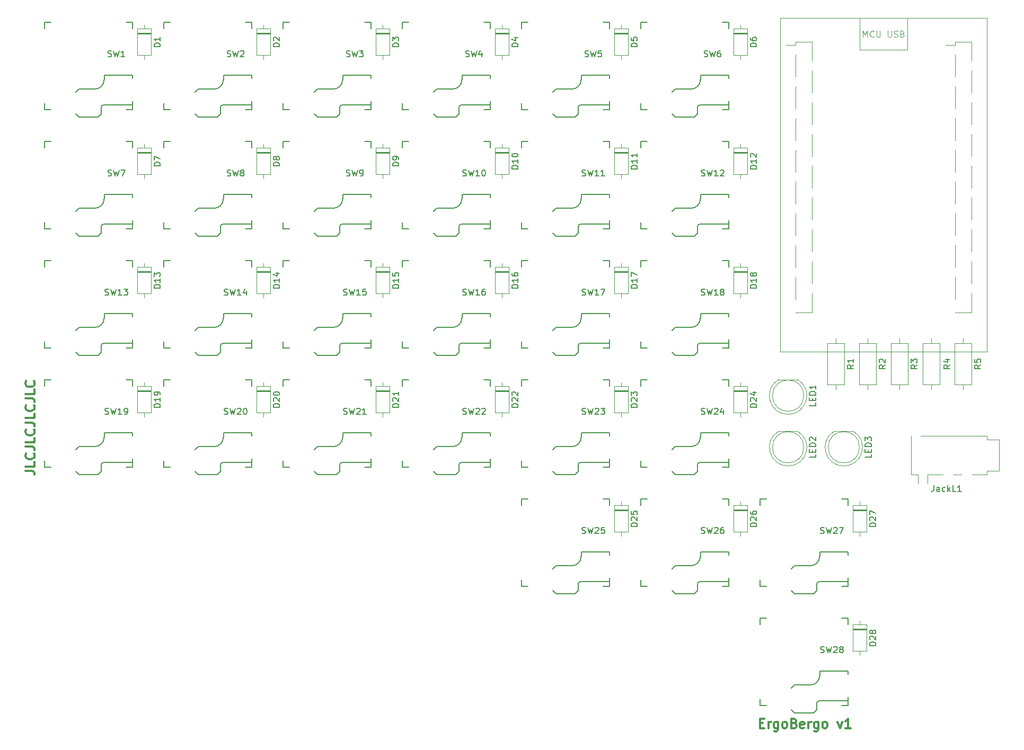
<source format=gbr>
%TF.GenerationSoftware,KiCad,Pcbnew,7.0.9*%
%TF.CreationDate,2024-11-16T13:28:32+01:00*%
%TF.ProjectId,ErgoBoard,4572676f-426f-4617-9264-2e6b69636164,rev?*%
%TF.SameCoordinates,Original*%
%TF.FileFunction,Legend,Top*%
%TF.FilePolarity,Positive*%
%FSLAX46Y46*%
G04 Gerber Fmt 4.6, Leading zero omitted, Abs format (unit mm)*
G04 Created by KiCad (PCBNEW 7.0.9) date 2024-11-16 13:28:32*
%MOMM*%
%LPD*%
G01*
G04 APERTURE LIST*
%ADD10C,0.300000*%
%ADD11C,0.150000*%
%ADD12C,0.100000*%
%ADD13C,0.120000*%
G04 APERTURE END LIST*
D10*
X221534510Y-158400114D02*
X222034510Y-158400114D01*
X222248796Y-159185828D02*
X221534510Y-159185828D01*
X221534510Y-159185828D02*
X221534510Y-157685828D01*
X221534510Y-157685828D02*
X222248796Y-157685828D01*
X222891653Y-159185828D02*
X222891653Y-158185828D01*
X222891653Y-158471542D02*
X222963082Y-158328685D01*
X222963082Y-158328685D02*
X223034511Y-158257257D01*
X223034511Y-158257257D02*
X223177368Y-158185828D01*
X223177368Y-158185828D02*
X223320225Y-158185828D01*
X224463082Y-158185828D02*
X224463082Y-159400114D01*
X224463082Y-159400114D02*
X224391653Y-159542971D01*
X224391653Y-159542971D02*
X224320224Y-159614400D01*
X224320224Y-159614400D02*
X224177367Y-159685828D01*
X224177367Y-159685828D02*
X223963082Y-159685828D01*
X223963082Y-159685828D02*
X223820224Y-159614400D01*
X224463082Y-159114400D02*
X224320224Y-159185828D01*
X224320224Y-159185828D02*
X224034510Y-159185828D01*
X224034510Y-159185828D02*
X223891653Y-159114400D01*
X223891653Y-159114400D02*
X223820224Y-159042971D01*
X223820224Y-159042971D02*
X223748796Y-158900114D01*
X223748796Y-158900114D02*
X223748796Y-158471542D01*
X223748796Y-158471542D02*
X223820224Y-158328685D01*
X223820224Y-158328685D02*
X223891653Y-158257257D01*
X223891653Y-158257257D02*
X224034510Y-158185828D01*
X224034510Y-158185828D02*
X224320224Y-158185828D01*
X224320224Y-158185828D02*
X224463082Y-158257257D01*
X225391653Y-159185828D02*
X225248796Y-159114400D01*
X225248796Y-159114400D02*
X225177367Y-159042971D01*
X225177367Y-159042971D02*
X225105939Y-158900114D01*
X225105939Y-158900114D02*
X225105939Y-158471542D01*
X225105939Y-158471542D02*
X225177367Y-158328685D01*
X225177367Y-158328685D02*
X225248796Y-158257257D01*
X225248796Y-158257257D02*
X225391653Y-158185828D01*
X225391653Y-158185828D02*
X225605939Y-158185828D01*
X225605939Y-158185828D02*
X225748796Y-158257257D01*
X225748796Y-158257257D02*
X225820225Y-158328685D01*
X225820225Y-158328685D02*
X225891653Y-158471542D01*
X225891653Y-158471542D02*
X225891653Y-158900114D01*
X225891653Y-158900114D02*
X225820225Y-159042971D01*
X225820225Y-159042971D02*
X225748796Y-159114400D01*
X225748796Y-159114400D02*
X225605939Y-159185828D01*
X225605939Y-159185828D02*
X225391653Y-159185828D01*
X227034510Y-158400114D02*
X227248796Y-158471542D01*
X227248796Y-158471542D02*
X227320225Y-158542971D01*
X227320225Y-158542971D02*
X227391653Y-158685828D01*
X227391653Y-158685828D02*
X227391653Y-158900114D01*
X227391653Y-158900114D02*
X227320225Y-159042971D01*
X227320225Y-159042971D02*
X227248796Y-159114400D01*
X227248796Y-159114400D02*
X227105939Y-159185828D01*
X227105939Y-159185828D02*
X226534510Y-159185828D01*
X226534510Y-159185828D02*
X226534510Y-157685828D01*
X226534510Y-157685828D02*
X227034510Y-157685828D01*
X227034510Y-157685828D02*
X227177368Y-157757257D01*
X227177368Y-157757257D02*
X227248796Y-157828685D01*
X227248796Y-157828685D02*
X227320225Y-157971542D01*
X227320225Y-157971542D02*
X227320225Y-158114400D01*
X227320225Y-158114400D02*
X227248796Y-158257257D01*
X227248796Y-158257257D02*
X227177368Y-158328685D01*
X227177368Y-158328685D02*
X227034510Y-158400114D01*
X227034510Y-158400114D02*
X226534510Y-158400114D01*
X228605939Y-159114400D02*
X228463082Y-159185828D01*
X228463082Y-159185828D02*
X228177368Y-159185828D01*
X228177368Y-159185828D02*
X228034510Y-159114400D01*
X228034510Y-159114400D02*
X227963082Y-158971542D01*
X227963082Y-158971542D02*
X227963082Y-158400114D01*
X227963082Y-158400114D02*
X228034510Y-158257257D01*
X228034510Y-158257257D02*
X228177368Y-158185828D01*
X228177368Y-158185828D02*
X228463082Y-158185828D01*
X228463082Y-158185828D02*
X228605939Y-158257257D01*
X228605939Y-158257257D02*
X228677368Y-158400114D01*
X228677368Y-158400114D02*
X228677368Y-158542971D01*
X228677368Y-158542971D02*
X227963082Y-158685828D01*
X229320224Y-159185828D02*
X229320224Y-158185828D01*
X229320224Y-158471542D02*
X229391653Y-158328685D01*
X229391653Y-158328685D02*
X229463082Y-158257257D01*
X229463082Y-158257257D02*
X229605939Y-158185828D01*
X229605939Y-158185828D02*
X229748796Y-158185828D01*
X230891653Y-158185828D02*
X230891653Y-159400114D01*
X230891653Y-159400114D02*
X230820224Y-159542971D01*
X230820224Y-159542971D02*
X230748795Y-159614400D01*
X230748795Y-159614400D02*
X230605938Y-159685828D01*
X230605938Y-159685828D02*
X230391653Y-159685828D01*
X230391653Y-159685828D02*
X230248795Y-159614400D01*
X230891653Y-159114400D02*
X230748795Y-159185828D01*
X230748795Y-159185828D02*
X230463081Y-159185828D01*
X230463081Y-159185828D02*
X230320224Y-159114400D01*
X230320224Y-159114400D02*
X230248795Y-159042971D01*
X230248795Y-159042971D02*
X230177367Y-158900114D01*
X230177367Y-158900114D02*
X230177367Y-158471542D01*
X230177367Y-158471542D02*
X230248795Y-158328685D01*
X230248795Y-158328685D02*
X230320224Y-158257257D01*
X230320224Y-158257257D02*
X230463081Y-158185828D01*
X230463081Y-158185828D02*
X230748795Y-158185828D01*
X230748795Y-158185828D02*
X230891653Y-158257257D01*
X231820224Y-159185828D02*
X231677367Y-159114400D01*
X231677367Y-159114400D02*
X231605938Y-159042971D01*
X231605938Y-159042971D02*
X231534510Y-158900114D01*
X231534510Y-158900114D02*
X231534510Y-158471542D01*
X231534510Y-158471542D02*
X231605938Y-158328685D01*
X231605938Y-158328685D02*
X231677367Y-158257257D01*
X231677367Y-158257257D02*
X231820224Y-158185828D01*
X231820224Y-158185828D02*
X232034510Y-158185828D01*
X232034510Y-158185828D02*
X232177367Y-158257257D01*
X232177367Y-158257257D02*
X232248796Y-158328685D01*
X232248796Y-158328685D02*
X232320224Y-158471542D01*
X232320224Y-158471542D02*
X232320224Y-158900114D01*
X232320224Y-158900114D02*
X232248796Y-159042971D01*
X232248796Y-159042971D02*
X232177367Y-159114400D01*
X232177367Y-159114400D02*
X232034510Y-159185828D01*
X232034510Y-159185828D02*
X231820224Y-159185828D01*
X233963081Y-158185828D02*
X234320224Y-159185828D01*
X234320224Y-159185828D02*
X234677367Y-158185828D01*
X236034510Y-159185828D02*
X235177367Y-159185828D01*
X235605938Y-159185828D02*
X235605938Y-157685828D01*
X235605938Y-157685828D02*
X235463081Y-157900114D01*
X235463081Y-157900114D02*
X235320224Y-158042971D01*
X235320224Y-158042971D02*
X235177367Y-158114400D01*
X104207985Y-118073135D02*
X105279414Y-118073135D01*
X105279414Y-118073135D02*
X105493699Y-118144564D01*
X105493699Y-118144564D02*
X105636557Y-118287421D01*
X105636557Y-118287421D02*
X105707985Y-118501707D01*
X105707985Y-118501707D02*
X105707985Y-118644564D01*
X105707985Y-116644564D02*
X105707985Y-117358850D01*
X105707985Y-117358850D02*
X104207985Y-117358850D01*
X105565128Y-115287421D02*
X105636557Y-115358849D01*
X105636557Y-115358849D02*
X105707985Y-115573135D01*
X105707985Y-115573135D02*
X105707985Y-115715992D01*
X105707985Y-115715992D02*
X105636557Y-115930278D01*
X105636557Y-115930278D02*
X105493699Y-116073135D01*
X105493699Y-116073135D02*
X105350842Y-116144564D01*
X105350842Y-116144564D02*
X105065128Y-116215992D01*
X105065128Y-116215992D02*
X104850842Y-116215992D01*
X104850842Y-116215992D02*
X104565128Y-116144564D01*
X104565128Y-116144564D02*
X104422271Y-116073135D01*
X104422271Y-116073135D02*
X104279414Y-115930278D01*
X104279414Y-115930278D02*
X104207985Y-115715992D01*
X104207985Y-115715992D02*
X104207985Y-115573135D01*
X104207985Y-115573135D02*
X104279414Y-115358849D01*
X104279414Y-115358849D02*
X104350842Y-115287421D01*
X104207985Y-114215992D02*
X105279414Y-114215992D01*
X105279414Y-114215992D02*
X105493699Y-114287421D01*
X105493699Y-114287421D02*
X105636557Y-114430278D01*
X105636557Y-114430278D02*
X105707985Y-114644564D01*
X105707985Y-114644564D02*
X105707985Y-114787421D01*
X105707985Y-112787421D02*
X105707985Y-113501707D01*
X105707985Y-113501707D02*
X104207985Y-113501707D01*
X105565128Y-111430278D02*
X105636557Y-111501706D01*
X105636557Y-111501706D02*
X105707985Y-111715992D01*
X105707985Y-111715992D02*
X105707985Y-111858849D01*
X105707985Y-111858849D02*
X105636557Y-112073135D01*
X105636557Y-112073135D02*
X105493699Y-112215992D01*
X105493699Y-112215992D02*
X105350842Y-112287421D01*
X105350842Y-112287421D02*
X105065128Y-112358849D01*
X105065128Y-112358849D02*
X104850842Y-112358849D01*
X104850842Y-112358849D02*
X104565128Y-112287421D01*
X104565128Y-112287421D02*
X104422271Y-112215992D01*
X104422271Y-112215992D02*
X104279414Y-112073135D01*
X104279414Y-112073135D02*
X104207985Y-111858849D01*
X104207985Y-111858849D02*
X104207985Y-111715992D01*
X104207985Y-111715992D02*
X104279414Y-111501706D01*
X104279414Y-111501706D02*
X104350842Y-111430278D01*
X104207985Y-110358849D02*
X105279414Y-110358849D01*
X105279414Y-110358849D02*
X105493699Y-110430278D01*
X105493699Y-110430278D02*
X105636557Y-110573135D01*
X105636557Y-110573135D02*
X105707985Y-110787421D01*
X105707985Y-110787421D02*
X105707985Y-110930278D01*
X105707985Y-108930278D02*
X105707985Y-109644564D01*
X105707985Y-109644564D02*
X104207985Y-109644564D01*
X105565128Y-107573135D02*
X105636557Y-107644563D01*
X105636557Y-107644563D02*
X105707985Y-107858849D01*
X105707985Y-107858849D02*
X105707985Y-108001706D01*
X105707985Y-108001706D02*
X105636557Y-108215992D01*
X105636557Y-108215992D02*
X105493699Y-108358849D01*
X105493699Y-108358849D02*
X105350842Y-108430278D01*
X105350842Y-108430278D02*
X105065128Y-108501706D01*
X105065128Y-108501706D02*
X104850842Y-108501706D01*
X104850842Y-108501706D02*
X104565128Y-108430278D01*
X104565128Y-108430278D02*
X104422271Y-108358849D01*
X104422271Y-108358849D02*
X104279414Y-108215992D01*
X104279414Y-108215992D02*
X104207985Y-108001706D01*
X104207985Y-108001706D02*
X104207985Y-107858849D01*
X104207985Y-107858849D02*
X104279414Y-107644563D01*
X104279414Y-107644563D02*
X104350842Y-107573135D01*
X104207985Y-106501706D02*
X105279414Y-106501706D01*
X105279414Y-106501706D02*
X105493699Y-106573135D01*
X105493699Y-106573135D02*
X105636557Y-106715992D01*
X105636557Y-106715992D02*
X105707985Y-106930278D01*
X105707985Y-106930278D02*
X105707985Y-107073135D01*
X105707985Y-105073135D02*
X105707985Y-105787421D01*
X105707985Y-105787421D02*
X104207985Y-105787421D01*
X105565128Y-103715992D02*
X105636557Y-103787420D01*
X105636557Y-103787420D02*
X105707985Y-104001706D01*
X105707985Y-104001706D02*
X105707985Y-104144563D01*
X105707985Y-104144563D02*
X105636557Y-104358849D01*
X105636557Y-104358849D02*
X105493699Y-104501706D01*
X105493699Y-104501706D02*
X105350842Y-104573135D01*
X105350842Y-104573135D02*
X105065128Y-104644563D01*
X105065128Y-104644563D02*
X104850842Y-104644563D01*
X104850842Y-104644563D02*
X104565128Y-104573135D01*
X104565128Y-104573135D02*
X104422271Y-104501706D01*
X104422271Y-104501706D02*
X104279414Y-104358849D01*
X104279414Y-104358849D02*
X104207985Y-104144563D01*
X104207985Y-104144563D02*
X104207985Y-104001706D01*
X104207985Y-104001706D02*
X104279414Y-103787420D01*
X104279414Y-103787420D02*
X104350842Y-103715992D01*
D11*
X251914819Y-101131666D02*
X251438628Y-101464999D01*
X251914819Y-101703094D02*
X250914819Y-101703094D01*
X250914819Y-101703094D02*
X250914819Y-101322142D01*
X250914819Y-101322142D02*
X250962438Y-101226904D01*
X250962438Y-101226904D02*
X251010057Y-101179285D01*
X251010057Y-101179285D02*
X251105295Y-101131666D01*
X251105295Y-101131666D02*
X251248152Y-101131666D01*
X251248152Y-101131666D02*
X251343390Y-101179285D01*
X251343390Y-101179285D02*
X251391009Y-101226904D01*
X251391009Y-101226904D02*
X251438628Y-101322142D01*
X251438628Y-101322142D02*
X251438628Y-101703094D01*
X251248152Y-100274523D02*
X251914819Y-100274523D01*
X250867200Y-100512618D02*
X251581485Y-100750713D01*
X251581485Y-100750713D02*
X251581485Y-100131666D01*
X236504819Y-101131666D02*
X236028628Y-101464999D01*
X236504819Y-101703094D02*
X235504819Y-101703094D01*
X235504819Y-101703094D02*
X235504819Y-101322142D01*
X235504819Y-101322142D02*
X235552438Y-101226904D01*
X235552438Y-101226904D02*
X235600057Y-101179285D01*
X235600057Y-101179285D02*
X235695295Y-101131666D01*
X235695295Y-101131666D02*
X235838152Y-101131666D01*
X235838152Y-101131666D02*
X235933390Y-101179285D01*
X235933390Y-101179285D02*
X235981009Y-101226904D01*
X235981009Y-101226904D02*
X236028628Y-101322142D01*
X236028628Y-101322142D02*
X236028628Y-101703094D01*
X236504819Y-100179285D02*
X236504819Y-100750713D01*
X236504819Y-100464999D02*
X235504819Y-100464999D01*
X235504819Y-100464999D02*
X235647676Y-100560237D01*
X235647676Y-100560237D02*
X235742914Y-100655475D01*
X235742914Y-100655475D02*
X235790533Y-100750713D01*
X256824819Y-101131666D02*
X256348628Y-101464999D01*
X256824819Y-101703094D02*
X255824819Y-101703094D01*
X255824819Y-101703094D02*
X255824819Y-101322142D01*
X255824819Y-101322142D02*
X255872438Y-101226904D01*
X255872438Y-101226904D02*
X255920057Y-101179285D01*
X255920057Y-101179285D02*
X256015295Y-101131666D01*
X256015295Y-101131666D02*
X256158152Y-101131666D01*
X256158152Y-101131666D02*
X256253390Y-101179285D01*
X256253390Y-101179285D02*
X256301009Y-101226904D01*
X256301009Y-101226904D02*
X256348628Y-101322142D01*
X256348628Y-101322142D02*
X256348628Y-101703094D01*
X255824819Y-100226904D02*
X255824819Y-100703094D01*
X255824819Y-100703094D02*
X256301009Y-100750713D01*
X256301009Y-100750713D02*
X256253390Y-100703094D01*
X256253390Y-100703094D02*
X256205771Y-100607856D01*
X256205771Y-100607856D02*
X256205771Y-100369761D01*
X256205771Y-100369761D02*
X256253390Y-100274523D01*
X256253390Y-100274523D02*
X256301009Y-100226904D01*
X256301009Y-100226904D02*
X256396247Y-100179285D01*
X256396247Y-100179285D02*
X256634342Y-100179285D01*
X256634342Y-100179285D02*
X256729580Y-100226904D01*
X256729580Y-100226904D02*
X256777200Y-100274523D01*
X256777200Y-100274523D02*
X256824819Y-100369761D01*
X256824819Y-100369761D02*
X256824819Y-100607856D01*
X256824819Y-100607856D02*
X256777200Y-100703094D01*
X256777200Y-100703094D02*
X256729580Y-100750713D01*
X246664819Y-101131666D02*
X246188628Y-101464999D01*
X246664819Y-101703094D02*
X245664819Y-101703094D01*
X245664819Y-101703094D02*
X245664819Y-101322142D01*
X245664819Y-101322142D02*
X245712438Y-101226904D01*
X245712438Y-101226904D02*
X245760057Y-101179285D01*
X245760057Y-101179285D02*
X245855295Y-101131666D01*
X245855295Y-101131666D02*
X245998152Y-101131666D01*
X245998152Y-101131666D02*
X246093390Y-101179285D01*
X246093390Y-101179285D02*
X246141009Y-101226904D01*
X246141009Y-101226904D02*
X246188628Y-101322142D01*
X246188628Y-101322142D02*
X246188628Y-101703094D01*
X245664819Y-100798332D02*
X245664819Y-100179285D01*
X245664819Y-100179285D02*
X246045771Y-100512618D01*
X246045771Y-100512618D02*
X246045771Y-100369761D01*
X246045771Y-100369761D02*
X246093390Y-100274523D01*
X246093390Y-100274523D02*
X246141009Y-100226904D01*
X246141009Y-100226904D02*
X246236247Y-100179285D01*
X246236247Y-100179285D02*
X246474342Y-100179285D01*
X246474342Y-100179285D02*
X246569580Y-100226904D01*
X246569580Y-100226904D02*
X246617200Y-100274523D01*
X246617200Y-100274523D02*
X246664819Y-100369761D01*
X246664819Y-100369761D02*
X246664819Y-100655475D01*
X246664819Y-100655475D02*
X246617200Y-100750713D01*
X246617200Y-100750713D02*
X246569580Y-100798332D01*
X241584819Y-101131666D02*
X241108628Y-101464999D01*
X241584819Y-101703094D02*
X240584819Y-101703094D01*
X240584819Y-101703094D02*
X240584819Y-101322142D01*
X240584819Y-101322142D02*
X240632438Y-101226904D01*
X240632438Y-101226904D02*
X240680057Y-101179285D01*
X240680057Y-101179285D02*
X240775295Y-101131666D01*
X240775295Y-101131666D02*
X240918152Y-101131666D01*
X240918152Y-101131666D02*
X241013390Y-101179285D01*
X241013390Y-101179285D02*
X241061009Y-101226904D01*
X241061009Y-101226904D02*
X241108628Y-101322142D01*
X241108628Y-101322142D02*
X241108628Y-101703094D01*
X240680057Y-100750713D02*
X240632438Y-100703094D01*
X240632438Y-100703094D02*
X240584819Y-100607856D01*
X240584819Y-100607856D02*
X240584819Y-100369761D01*
X240584819Y-100369761D02*
X240632438Y-100274523D01*
X240632438Y-100274523D02*
X240680057Y-100226904D01*
X240680057Y-100226904D02*
X240775295Y-100179285D01*
X240775295Y-100179285D02*
X240870533Y-100179285D01*
X240870533Y-100179285D02*
X241013390Y-100226904D01*
X241013390Y-100226904D02*
X241584819Y-100798332D01*
X241584819Y-100798332D02*
X241584819Y-100179285D01*
X239364819Y-115419047D02*
X239364819Y-115895237D01*
X239364819Y-115895237D02*
X238364819Y-115895237D01*
X238841009Y-115085713D02*
X238841009Y-114752380D01*
X239364819Y-114609523D02*
X239364819Y-115085713D01*
X239364819Y-115085713D02*
X238364819Y-115085713D01*
X238364819Y-115085713D02*
X238364819Y-114609523D01*
X239364819Y-114180951D02*
X238364819Y-114180951D01*
X238364819Y-114180951D02*
X238364819Y-113942856D01*
X238364819Y-113942856D02*
X238412438Y-113799999D01*
X238412438Y-113799999D02*
X238507676Y-113704761D01*
X238507676Y-113704761D02*
X238602914Y-113657142D01*
X238602914Y-113657142D02*
X238793390Y-113609523D01*
X238793390Y-113609523D02*
X238936247Y-113609523D01*
X238936247Y-113609523D02*
X239126723Y-113657142D01*
X239126723Y-113657142D02*
X239221961Y-113704761D01*
X239221961Y-113704761D02*
X239317200Y-113799999D01*
X239317200Y-113799999D02*
X239364819Y-113942856D01*
X239364819Y-113942856D02*
X239364819Y-114180951D01*
X238364819Y-113276189D02*
X238364819Y-112657142D01*
X238364819Y-112657142D02*
X238745771Y-112990475D01*
X238745771Y-112990475D02*
X238745771Y-112847618D01*
X238745771Y-112847618D02*
X238793390Y-112752380D01*
X238793390Y-112752380D02*
X238841009Y-112704761D01*
X238841009Y-112704761D02*
X238936247Y-112657142D01*
X238936247Y-112657142D02*
X239174342Y-112657142D01*
X239174342Y-112657142D02*
X239269580Y-112704761D01*
X239269580Y-112704761D02*
X239317200Y-112752380D01*
X239317200Y-112752380D02*
X239364819Y-112847618D01*
X239364819Y-112847618D02*
X239364819Y-113133332D01*
X239364819Y-113133332D02*
X239317200Y-113228570D01*
X239317200Y-113228570D02*
X239269580Y-113276189D01*
X230474819Y-115419047D02*
X230474819Y-115895237D01*
X230474819Y-115895237D02*
X229474819Y-115895237D01*
X229951009Y-115085713D02*
X229951009Y-114752380D01*
X230474819Y-114609523D02*
X230474819Y-115085713D01*
X230474819Y-115085713D02*
X229474819Y-115085713D01*
X229474819Y-115085713D02*
X229474819Y-114609523D01*
X230474819Y-114180951D02*
X229474819Y-114180951D01*
X229474819Y-114180951D02*
X229474819Y-113942856D01*
X229474819Y-113942856D02*
X229522438Y-113799999D01*
X229522438Y-113799999D02*
X229617676Y-113704761D01*
X229617676Y-113704761D02*
X229712914Y-113657142D01*
X229712914Y-113657142D02*
X229903390Y-113609523D01*
X229903390Y-113609523D02*
X230046247Y-113609523D01*
X230046247Y-113609523D02*
X230236723Y-113657142D01*
X230236723Y-113657142D02*
X230331961Y-113704761D01*
X230331961Y-113704761D02*
X230427200Y-113799999D01*
X230427200Y-113799999D02*
X230474819Y-113942856D01*
X230474819Y-113942856D02*
X230474819Y-114180951D01*
X229570057Y-113228570D02*
X229522438Y-113180951D01*
X229522438Y-113180951D02*
X229474819Y-113085713D01*
X229474819Y-113085713D02*
X229474819Y-112847618D01*
X229474819Y-112847618D02*
X229522438Y-112752380D01*
X229522438Y-112752380D02*
X229570057Y-112704761D01*
X229570057Y-112704761D02*
X229665295Y-112657142D01*
X229665295Y-112657142D02*
X229760533Y-112657142D01*
X229760533Y-112657142D02*
X229903390Y-112704761D01*
X229903390Y-112704761D02*
X230474819Y-113276189D01*
X230474819Y-113276189D02*
X230474819Y-112657142D01*
X230474819Y-107164047D02*
X230474819Y-107640237D01*
X230474819Y-107640237D02*
X229474819Y-107640237D01*
X229951009Y-106830713D02*
X229951009Y-106497380D01*
X230474819Y-106354523D02*
X230474819Y-106830713D01*
X230474819Y-106830713D02*
X229474819Y-106830713D01*
X229474819Y-106830713D02*
X229474819Y-106354523D01*
X230474819Y-105925951D02*
X229474819Y-105925951D01*
X229474819Y-105925951D02*
X229474819Y-105687856D01*
X229474819Y-105687856D02*
X229522438Y-105544999D01*
X229522438Y-105544999D02*
X229617676Y-105449761D01*
X229617676Y-105449761D02*
X229712914Y-105402142D01*
X229712914Y-105402142D02*
X229903390Y-105354523D01*
X229903390Y-105354523D02*
X230046247Y-105354523D01*
X230046247Y-105354523D02*
X230236723Y-105402142D01*
X230236723Y-105402142D02*
X230331961Y-105449761D01*
X230331961Y-105449761D02*
X230427200Y-105544999D01*
X230427200Y-105544999D02*
X230474819Y-105687856D01*
X230474819Y-105687856D02*
X230474819Y-105925951D01*
X230474819Y-104402142D02*
X230474819Y-104973570D01*
X230474819Y-104687856D02*
X229474819Y-104687856D01*
X229474819Y-104687856D02*
X229617676Y-104783094D01*
X229617676Y-104783094D02*
X229712914Y-104878332D01*
X229712914Y-104878332D02*
X229760533Y-104973570D01*
X249326190Y-120374819D02*
X249326190Y-121089104D01*
X249326190Y-121089104D02*
X249278571Y-121231961D01*
X249278571Y-121231961D02*
X249183333Y-121327200D01*
X249183333Y-121327200D02*
X249040476Y-121374819D01*
X249040476Y-121374819D02*
X248945238Y-121374819D01*
X250230952Y-121374819D02*
X250230952Y-120851009D01*
X250230952Y-120851009D02*
X250183333Y-120755771D01*
X250183333Y-120755771D02*
X250088095Y-120708152D01*
X250088095Y-120708152D02*
X249897619Y-120708152D01*
X249897619Y-120708152D02*
X249802381Y-120755771D01*
X250230952Y-121327200D02*
X250135714Y-121374819D01*
X250135714Y-121374819D02*
X249897619Y-121374819D01*
X249897619Y-121374819D02*
X249802381Y-121327200D01*
X249802381Y-121327200D02*
X249754762Y-121231961D01*
X249754762Y-121231961D02*
X249754762Y-121136723D01*
X249754762Y-121136723D02*
X249802381Y-121041485D01*
X249802381Y-121041485D02*
X249897619Y-120993866D01*
X249897619Y-120993866D02*
X250135714Y-120993866D01*
X250135714Y-120993866D02*
X250230952Y-120946247D01*
X251135714Y-121327200D02*
X251040476Y-121374819D01*
X251040476Y-121374819D02*
X250850000Y-121374819D01*
X250850000Y-121374819D02*
X250754762Y-121327200D01*
X250754762Y-121327200D02*
X250707143Y-121279580D01*
X250707143Y-121279580D02*
X250659524Y-121184342D01*
X250659524Y-121184342D02*
X250659524Y-120898628D01*
X250659524Y-120898628D02*
X250707143Y-120803390D01*
X250707143Y-120803390D02*
X250754762Y-120755771D01*
X250754762Y-120755771D02*
X250850000Y-120708152D01*
X250850000Y-120708152D02*
X251040476Y-120708152D01*
X251040476Y-120708152D02*
X251135714Y-120755771D01*
X251564286Y-121374819D02*
X251564286Y-120374819D01*
X251659524Y-120993866D02*
X251945238Y-121374819D01*
X251945238Y-120708152D02*
X251564286Y-121089104D01*
X252850000Y-121374819D02*
X252373810Y-121374819D01*
X252373810Y-121374819D02*
X252373810Y-120374819D01*
X253707143Y-121374819D02*
X253135715Y-121374819D01*
X253421429Y-121374819D02*
X253421429Y-120374819D01*
X253421429Y-120374819D02*
X253326191Y-120517676D01*
X253326191Y-120517676D02*
X253230953Y-120612914D01*
X253230953Y-120612914D02*
X253135715Y-120660533D01*
D12*
X238031905Y-48717419D02*
X238031905Y-47717419D01*
X238031905Y-47717419D02*
X238365238Y-48431704D01*
X238365238Y-48431704D02*
X238698571Y-47717419D01*
X238698571Y-47717419D02*
X238698571Y-48717419D01*
X239746190Y-48622180D02*
X239698571Y-48669800D01*
X239698571Y-48669800D02*
X239555714Y-48717419D01*
X239555714Y-48717419D02*
X239460476Y-48717419D01*
X239460476Y-48717419D02*
X239317619Y-48669800D01*
X239317619Y-48669800D02*
X239222381Y-48574561D01*
X239222381Y-48574561D02*
X239174762Y-48479323D01*
X239174762Y-48479323D02*
X239127143Y-48288847D01*
X239127143Y-48288847D02*
X239127143Y-48145990D01*
X239127143Y-48145990D02*
X239174762Y-47955514D01*
X239174762Y-47955514D02*
X239222381Y-47860276D01*
X239222381Y-47860276D02*
X239317619Y-47765038D01*
X239317619Y-47765038D02*
X239460476Y-47717419D01*
X239460476Y-47717419D02*
X239555714Y-47717419D01*
X239555714Y-47717419D02*
X239698571Y-47765038D01*
X239698571Y-47765038D02*
X239746190Y-47812657D01*
X240174762Y-47717419D02*
X240174762Y-48526942D01*
X240174762Y-48526942D02*
X240222381Y-48622180D01*
X240222381Y-48622180D02*
X240270000Y-48669800D01*
X240270000Y-48669800D02*
X240365238Y-48717419D01*
X240365238Y-48717419D02*
X240555714Y-48717419D01*
X240555714Y-48717419D02*
X240650952Y-48669800D01*
X240650952Y-48669800D02*
X240698571Y-48622180D01*
X240698571Y-48622180D02*
X240746190Y-48526942D01*
X240746190Y-48526942D02*
X240746190Y-47717419D01*
X241984286Y-47717419D02*
X241984286Y-48526942D01*
X241984286Y-48526942D02*
X242031905Y-48622180D01*
X242031905Y-48622180D02*
X242079524Y-48669800D01*
X242079524Y-48669800D02*
X242174762Y-48717419D01*
X242174762Y-48717419D02*
X242365238Y-48717419D01*
X242365238Y-48717419D02*
X242460476Y-48669800D01*
X242460476Y-48669800D02*
X242508095Y-48622180D01*
X242508095Y-48622180D02*
X242555714Y-48526942D01*
X242555714Y-48526942D02*
X242555714Y-47717419D01*
X242984286Y-48669800D02*
X243127143Y-48717419D01*
X243127143Y-48717419D02*
X243365238Y-48717419D01*
X243365238Y-48717419D02*
X243460476Y-48669800D01*
X243460476Y-48669800D02*
X243508095Y-48622180D01*
X243508095Y-48622180D02*
X243555714Y-48526942D01*
X243555714Y-48526942D02*
X243555714Y-48431704D01*
X243555714Y-48431704D02*
X243508095Y-48336466D01*
X243508095Y-48336466D02*
X243460476Y-48288847D01*
X243460476Y-48288847D02*
X243365238Y-48241228D01*
X243365238Y-48241228D02*
X243174762Y-48193609D01*
X243174762Y-48193609D02*
X243079524Y-48145990D01*
X243079524Y-48145990D02*
X243031905Y-48098371D01*
X243031905Y-48098371D02*
X242984286Y-48003133D01*
X242984286Y-48003133D02*
X242984286Y-47907895D01*
X242984286Y-47907895D02*
X243031905Y-47812657D01*
X243031905Y-47812657D02*
X243079524Y-47765038D01*
X243079524Y-47765038D02*
X243174762Y-47717419D01*
X243174762Y-47717419D02*
X243412857Y-47717419D01*
X243412857Y-47717419D02*
X243555714Y-47765038D01*
X244317619Y-48193609D02*
X244460476Y-48241228D01*
X244460476Y-48241228D02*
X244508095Y-48288847D01*
X244508095Y-48288847D02*
X244555714Y-48384085D01*
X244555714Y-48384085D02*
X244555714Y-48526942D01*
X244555714Y-48526942D02*
X244508095Y-48622180D01*
X244508095Y-48622180D02*
X244460476Y-48669800D01*
X244460476Y-48669800D02*
X244365238Y-48717419D01*
X244365238Y-48717419D02*
X243984286Y-48717419D01*
X243984286Y-48717419D02*
X243984286Y-47717419D01*
X243984286Y-47717419D02*
X244317619Y-47717419D01*
X244317619Y-47717419D02*
X244412857Y-47765038D01*
X244412857Y-47765038D02*
X244460476Y-47812657D01*
X244460476Y-47812657D02*
X244508095Y-47907895D01*
X244508095Y-47907895D02*
X244508095Y-48003133D01*
X244508095Y-48003133D02*
X244460476Y-48098371D01*
X244460476Y-48098371D02*
X244412857Y-48145990D01*
X244412857Y-48145990D02*
X244317619Y-48193609D01*
X244317619Y-48193609D02*
X243984286Y-48193609D01*
D11*
X221014819Y-88844285D02*
X220014819Y-88844285D01*
X220014819Y-88844285D02*
X220014819Y-88606190D01*
X220014819Y-88606190D02*
X220062438Y-88463333D01*
X220062438Y-88463333D02*
X220157676Y-88368095D01*
X220157676Y-88368095D02*
X220252914Y-88320476D01*
X220252914Y-88320476D02*
X220443390Y-88272857D01*
X220443390Y-88272857D02*
X220586247Y-88272857D01*
X220586247Y-88272857D02*
X220776723Y-88320476D01*
X220776723Y-88320476D02*
X220871961Y-88368095D01*
X220871961Y-88368095D02*
X220967200Y-88463333D01*
X220967200Y-88463333D02*
X221014819Y-88606190D01*
X221014819Y-88606190D02*
X221014819Y-88844285D01*
X221014819Y-87320476D02*
X221014819Y-87891904D01*
X221014819Y-87606190D02*
X220014819Y-87606190D01*
X220014819Y-87606190D02*
X220157676Y-87701428D01*
X220157676Y-87701428D02*
X220252914Y-87796666D01*
X220252914Y-87796666D02*
X220300533Y-87891904D01*
X220443390Y-86749047D02*
X220395771Y-86844285D01*
X220395771Y-86844285D02*
X220348152Y-86891904D01*
X220348152Y-86891904D02*
X220252914Y-86939523D01*
X220252914Y-86939523D02*
X220205295Y-86939523D01*
X220205295Y-86939523D02*
X220110057Y-86891904D01*
X220110057Y-86891904D02*
X220062438Y-86844285D01*
X220062438Y-86844285D02*
X220014819Y-86749047D01*
X220014819Y-86749047D02*
X220014819Y-86558571D01*
X220014819Y-86558571D02*
X220062438Y-86463333D01*
X220062438Y-86463333D02*
X220110057Y-86415714D01*
X220110057Y-86415714D02*
X220205295Y-86368095D01*
X220205295Y-86368095D02*
X220252914Y-86368095D01*
X220252914Y-86368095D02*
X220348152Y-86415714D01*
X220348152Y-86415714D02*
X220395771Y-86463333D01*
X220395771Y-86463333D02*
X220443390Y-86558571D01*
X220443390Y-86558571D02*
X220443390Y-86749047D01*
X220443390Y-86749047D02*
X220491009Y-86844285D01*
X220491009Y-86844285D02*
X220538628Y-86891904D01*
X220538628Y-86891904D02*
X220633866Y-86939523D01*
X220633866Y-86939523D02*
X220824342Y-86939523D01*
X220824342Y-86939523D02*
X220919580Y-86891904D01*
X220919580Y-86891904D02*
X220967200Y-86844285D01*
X220967200Y-86844285D02*
X221014819Y-86749047D01*
X221014819Y-86749047D02*
X221014819Y-86558571D01*
X221014819Y-86558571D02*
X220967200Y-86463333D01*
X220967200Y-86463333D02*
X220919580Y-86415714D01*
X220919580Y-86415714D02*
X220824342Y-86368095D01*
X220824342Y-86368095D02*
X220633866Y-86368095D01*
X220633866Y-86368095D02*
X220538628Y-86415714D01*
X220538628Y-86415714D02*
X220491009Y-86463333D01*
X220491009Y-86463333D02*
X220443390Y-86558571D01*
X182914819Y-88844285D02*
X181914819Y-88844285D01*
X181914819Y-88844285D02*
X181914819Y-88606190D01*
X181914819Y-88606190D02*
X181962438Y-88463333D01*
X181962438Y-88463333D02*
X182057676Y-88368095D01*
X182057676Y-88368095D02*
X182152914Y-88320476D01*
X182152914Y-88320476D02*
X182343390Y-88272857D01*
X182343390Y-88272857D02*
X182486247Y-88272857D01*
X182486247Y-88272857D02*
X182676723Y-88320476D01*
X182676723Y-88320476D02*
X182771961Y-88368095D01*
X182771961Y-88368095D02*
X182867200Y-88463333D01*
X182867200Y-88463333D02*
X182914819Y-88606190D01*
X182914819Y-88606190D02*
X182914819Y-88844285D01*
X182914819Y-87320476D02*
X182914819Y-87891904D01*
X182914819Y-87606190D02*
X181914819Y-87606190D01*
X181914819Y-87606190D02*
X182057676Y-87701428D01*
X182057676Y-87701428D02*
X182152914Y-87796666D01*
X182152914Y-87796666D02*
X182200533Y-87891904D01*
X181914819Y-86463333D02*
X181914819Y-86653809D01*
X181914819Y-86653809D02*
X181962438Y-86749047D01*
X181962438Y-86749047D02*
X182010057Y-86796666D01*
X182010057Y-86796666D02*
X182152914Y-86891904D01*
X182152914Y-86891904D02*
X182343390Y-86939523D01*
X182343390Y-86939523D02*
X182724342Y-86939523D01*
X182724342Y-86939523D02*
X182819580Y-86891904D01*
X182819580Y-86891904D02*
X182867200Y-86844285D01*
X182867200Y-86844285D02*
X182914819Y-86749047D01*
X182914819Y-86749047D02*
X182914819Y-86558571D01*
X182914819Y-86558571D02*
X182867200Y-86463333D01*
X182867200Y-86463333D02*
X182819580Y-86415714D01*
X182819580Y-86415714D02*
X182724342Y-86368095D01*
X182724342Y-86368095D02*
X182486247Y-86368095D01*
X182486247Y-86368095D02*
X182391009Y-86415714D01*
X182391009Y-86415714D02*
X182343390Y-86463333D01*
X182343390Y-86463333D02*
X182295771Y-86558571D01*
X182295771Y-86558571D02*
X182295771Y-86749047D01*
X182295771Y-86749047D02*
X182343390Y-86844285D01*
X182343390Y-86844285D02*
X182391009Y-86891904D01*
X182391009Y-86891904D02*
X182486247Y-86939523D01*
X116935476Y-108992200D02*
X117078333Y-109039819D01*
X117078333Y-109039819D02*
X117316428Y-109039819D01*
X117316428Y-109039819D02*
X117411666Y-108992200D01*
X117411666Y-108992200D02*
X117459285Y-108944580D01*
X117459285Y-108944580D02*
X117506904Y-108849342D01*
X117506904Y-108849342D02*
X117506904Y-108754104D01*
X117506904Y-108754104D02*
X117459285Y-108658866D01*
X117459285Y-108658866D02*
X117411666Y-108611247D01*
X117411666Y-108611247D02*
X117316428Y-108563628D01*
X117316428Y-108563628D02*
X117125952Y-108516009D01*
X117125952Y-108516009D02*
X117030714Y-108468390D01*
X117030714Y-108468390D02*
X116983095Y-108420771D01*
X116983095Y-108420771D02*
X116935476Y-108325533D01*
X116935476Y-108325533D02*
X116935476Y-108230295D01*
X116935476Y-108230295D02*
X116983095Y-108135057D01*
X116983095Y-108135057D02*
X117030714Y-108087438D01*
X117030714Y-108087438D02*
X117125952Y-108039819D01*
X117125952Y-108039819D02*
X117364047Y-108039819D01*
X117364047Y-108039819D02*
X117506904Y-108087438D01*
X117840238Y-108039819D02*
X118078333Y-109039819D01*
X118078333Y-109039819D02*
X118268809Y-108325533D01*
X118268809Y-108325533D02*
X118459285Y-109039819D01*
X118459285Y-109039819D02*
X118697381Y-108039819D01*
X119602142Y-109039819D02*
X119030714Y-109039819D01*
X119316428Y-109039819D02*
X119316428Y-108039819D01*
X119316428Y-108039819D02*
X119221190Y-108182676D01*
X119221190Y-108182676D02*
X119125952Y-108277914D01*
X119125952Y-108277914D02*
X119030714Y-108325533D01*
X120078333Y-109039819D02*
X120268809Y-109039819D01*
X120268809Y-109039819D02*
X120364047Y-108992200D01*
X120364047Y-108992200D02*
X120411666Y-108944580D01*
X120411666Y-108944580D02*
X120506904Y-108801723D01*
X120506904Y-108801723D02*
X120554523Y-108611247D01*
X120554523Y-108611247D02*
X120554523Y-108230295D01*
X120554523Y-108230295D02*
X120506904Y-108135057D01*
X120506904Y-108135057D02*
X120459285Y-108087438D01*
X120459285Y-108087438D02*
X120364047Y-108039819D01*
X120364047Y-108039819D02*
X120173571Y-108039819D01*
X120173571Y-108039819D02*
X120078333Y-108087438D01*
X120078333Y-108087438D02*
X120030714Y-108135057D01*
X120030714Y-108135057D02*
X119983095Y-108230295D01*
X119983095Y-108230295D02*
X119983095Y-108468390D01*
X119983095Y-108468390D02*
X120030714Y-108563628D01*
X120030714Y-108563628D02*
X120078333Y-108611247D01*
X120078333Y-108611247D02*
X120173571Y-108658866D01*
X120173571Y-108658866D02*
X120364047Y-108658866D01*
X120364047Y-108658866D02*
X120459285Y-108611247D01*
X120459285Y-108611247D02*
X120506904Y-108563628D01*
X120506904Y-108563628D02*
X120554523Y-108468390D01*
X144814819Y-69318094D02*
X143814819Y-69318094D01*
X143814819Y-69318094D02*
X143814819Y-69079999D01*
X143814819Y-69079999D02*
X143862438Y-68937142D01*
X143862438Y-68937142D02*
X143957676Y-68841904D01*
X143957676Y-68841904D02*
X144052914Y-68794285D01*
X144052914Y-68794285D02*
X144243390Y-68746666D01*
X144243390Y-68746666D02*
X144386247Y-68746666D01*
X144386247Y-68746666D02*
X144576723Y-68794285D01*
X144576723Y-68794285D02*
X144671961Y-68841904D01*
X144671961Y-68841904D02*
X144767200Y-68937142D01*
X144767200Y-68937142D02*
X144814819Y-69079999D01*
X144814819Y-69079999D02*
X144814819Y-69318094D01*
X144243390Y-68175237D02*
X144195771Y-68270475D01*
X144195771Y-68270475D02*
X144148152Y-68318094D01*
X144148152Y-68318094D02*
X144052914Y-68365713D01*
X144052914Y-68365713D02*
X144005295Y-68365713D01*
X144005295Y-68365713D02*
X143910057Y-68318094D01*
X143910057Y-68318094D02*
X143862438Y-68270475D01*
X143862438Y-68270475D02*
X143814819Y-68175237D01*
X143814819Y-68175237D02*
X143814819Y-67984761D01*
X143814819Y-67984761D02*
X143862438Y-67889523D01*
X143862438Y-67889523D02*
X143910057Y-67841904D01*
X143910057Y-67841904D02*
X144005295Y-67794285D01*
X144005295Y-67794285D02*
X144052914Y-67794285D01*
X144052914Y-67794285D02*
X144148152Y-67841904D01*
X144148152Y-67841904D02*
X144195771Y-67889523D01*
X144195771Y-67889523D02*
X144243390Y-67984761D01*
X144243390Y-67984761D02*
X144243390Y-68175237D01*
X144243390Y-68175237D02*
X144291009Y-68270475D01*
X144291009Y-68270475D02*
X144338628Y-68318094D01*
X144338628Y-68318094D02*
X144433866Y-68365713D01*
X144433866Y-68365713D02*
X144624342Y-68365713D01*
X144624342Y-68365713D02*
X144719580Y-68318094D01*
X144719580Y-68318094D02*
X144767200Y-68270475D01*
X144767200Y-68270475D02*
X144814819Y-68175237D01*
X144814819Y-68175237D02*
X144814819Y-67984761D01*
X144814819Y-67984761D02*
X144767200Y-67889523D01*
X144767200Y-67889523D02*
X144719580Y-67841904D01*
X144719580Y-67841904D02*
X144624342Y-67794285D01*
X144624342Y-67794285D02*
X144433866Y-67794285D01*
X144433866Y-67794285D02*
X144338628Y-67841904D01*
X144338628Y-67841904D02*
X144291009Y-67889523D01*
X144291009Y-67889523D02*
X144243390Y-67984761D01*
X174085476Y-89942200D02*
X174228333Y-89989819D01*
X174228333Y-89989819D02*
X174466428Y-89989819D01*
X174466428Y-89989819D02*
X174561666Y-89942200D01*
X174561666Y-89942200D02*
X174609285Y-89894580D01*
X174609285Y-89894580D02*
X174656904Y-89799342D01*
X174656904Y-89799342D02*
X174656904Y-89704104D01*
X174656904Y-89704104D02*
X174609285Y-89608866D01*
X174609285Y-89608866D02*
X174561666Y-89561247D01*
X174561666Y-89561247D02*
X174466428Y-89513628D01*
X174466428Y-89513628D02*
X174275952Y-89466009D01*
X174275952Y-89466009D02*
X174180714Y-89418390D01*
X174180714Y-89418390D02*
X174133095Y-89370771D01*
X174133095Y-89370771D02*
X174085476Y-89275533D01*
X174085476Y-89275533D02*
X174085476Y-89180295D01*
X174085476Y-89180295D02*
X174133095Y-89085057D01*
X174133095Y-89085057D02*
X174180714Y-89037438D01*
X174180714Y-89037438D02*
X174275952Y-88989819D01*
X174275952Y-88989819D02*
X174514047Y-88989819D01*
X174514047Y-88989819D02*
X174656904Y-89037438D01*
X174990238Y-88989819D02*
X175228333Y-89989819D01*
X175228333Y-89989819D02*
X175418809Y-89275533D01*
X175418809Y-89275533D02*
X175609285Y-89989819D01*
X175609285Y-89989819D02*
X175847381Y-88989819D01*
X176752142Y-89989819D02*
X176180714Y-89989819D01*
X176466428Y-89989819D02*
X176466428Y-88989819D01*
X176466428Y-88989819D02*
X176371190Y-89132676D01*
X176371190Y-89132676D02*
X176275952Y-89227914D01*
X176275952Y-89227914D02*
X176180714Y-89275533D01*
X177609285Y-88989819D02*
X177418809Y-88989819D01*
X177418809Y-88989819D02*
X177323571Y-89037438D01*
X177323571Y-89037438D02*
X177275952Y-89085057D01*
X177275952Y-89085057D02*
X177180714Y-89227914D01*
X177180714Y-89227914D02*
X177133095Y-89418390D01*
X177133095Y-89418390D02*
X177133095Y-89799342D01*
X177133095Y-89799342D02*
X177180714Y-89894580D01*
X177180714Y-89894580D02*
X177228333Y-89942200D01*
X177228333Y-89942200D02*
X177323571Y-89989819D01*
X177323571Y-89989819D02*
X177514047Y-89989819D01*
X177514047Y-89989819D02*
X177609285Y-89942200D01*
X177609285Y-89942200D02*
X177656904Y-89894580D01*
X177656904Y-89894580D02*
X177704523Y-89799342D01*
X177704523Y-89799342D02*
X177704523Y-89561247D01*
X177704523Y-89561247D02*
X177656904Y-89466009D01*
X177656904Y-89466009D02*
X177609285Y-89418390D01*
X177609285Y-89418390D02*
X177514047Y-89370771D01*
X177514047Y-89370771D02*
X177323571Y-89370771D01*
X177323571Y-89370771D02*
X177228333Y-89418390D01*
X177228333Y-89418390D02*
X177180714Y-89466009D01*
X177180714Y-89466009D02*
X177133095Y-89561247D01*
X201964819Y-69794285D02*
X200964819Y-69794285D01*
X200964819Y-69794285D02*
X200964819Y-69556190D01*
X200964819Y-69556190D02*
X201012438Y-69413333D01*
X201012438Y-69413333D02*
X201107676Y-69318095D01*
X201107676Y-69318095D02*
X201202914Y-69270476D01*
X201202914Y-69270476D02*
X201393390Y-69222857D01*
X201393390Y-69222857D02*
X201536247Y-69222857D01*
X201536247Y-69222857D02*
X201726723Y-69270476D01*
X201726723Y-69270476D02*
X201821961Y-69318095D01*
X201821961Y-69318095D02*
X201917200Y-69413333D01*
X201917200Y-69413333D02*
X201964819Y-69556190D01*
X201964819Y-69556190D02*
X201964819Y-69794285D01*
X201964819Y-68270476D02*
X201964819Y-68841904D01*
X201964819Y-68556190D02*
X200964819Y-68556190D01*
X200964819Y-68556190D02*
X201107676Y-68651428D01*
X201107676Y-68651428D02*
X201202914Y-68746666D01*
X201202914Y-68746666D02*
X201250533Y-68841904D01*
X201964819Y-67318095D02*
X201964819Y-67889523D01*
X201964819Y-67603809D02*
X200964819Y-67603809D01*
X200964819Y-67603809D02*
X201107676Y-67699047D01*
X201107676Y-67699047D02*
X201202914Y-67794285D01*
X201202914Y-67794285D02*
X201250533Y-67889523D01*
X201964819Y-107894285D02*
X200964819Y-107894285D01*
X200964819Y-107894285D02*
X200964819Y-107656190D01*
X200964819Y-107656190D02*
X201012438Y-107513333D01*
X201012438Y-107513333D02*
X201107676Y-107418095D01*
X201107676Y-107418095D02*
X201202914Y-107370476D01*
X201202914Y-107370476D02*
X201393390Y-107322857D01*
X201393390Y-107322857D02*
X201536247Y-107322857D01*
X201536247Y-107322857D02*
X201726723Y-107370476D01*
X201726723Y-107370476D02*
X201821961Y-107418095D01*
X201821961Y-107418095D02*
X201917200Y-107513333D01*
X201917200Y-107513333D02*
X201964819Y-107656190D01*
X201964819Y-107656190D02*
X201964819Y-107894285D01*
X201060057Y-106941904D02*
X201012438Y-106894285D01*
X201012438Y-106894285D02*
X200964819Y-106799047D01*
X200964819Y-106799047D02*
X200964819Y-106560952D01*
X200964819Y-106560952D02*
X201012438Y-106465714D01*
X201012438Y-106465714D02*
X201060057Y-106418095D01*
X201060057Y-106418095D02*
X201155295Y-106370476D01*
X201155295Y-106370476D02*
X201250533Y-106370476D01*
X201250533Y-106370476D02*
X201393390Y-106418095D01*
X201393390Y-106418095D02*
X201964819Y-106989523D01*
X201964819Y-106989523D02*
X201964819Y-106370476D01*
X200964819Y-106037142D02*
X200964819Y-105418095D01*
X200964819Y-105418095D02*
X201345771Y-105751428D01*
X201345771Y-105751428D02*
X201345771Y-105608571D01*
X201345771Y-105608571D02*
X201393390Y-105513333D01*
X201393390Y-105513333D02*
X201441009Y-105465714D01*
X201441009Y-105465714D02*
X201536247Y-105418095D01*
X201536247Y-105418095D02*
X201774342Y-105418095D01*
X201774342Y-105418095D02*
X201869580Y-105465714D01*
X201869580Y-105465714D02*
X201917200Y-105513333D01*
X201917200Y-105513333D02*
X201964819Y-105608571D01*
X201964819Y-105608571D02*
X201964819Y-105894285D01*
X201964819Y-105894285D02*
X201917200Y-105989523D01*
X201917200Y-105989523D02*
X201869580Y-106037142D01*
X163864819Y-88844285D02*
X162864819Y-88844285D01*
X162864819Y-88844285D02*
X162864819Y-88606190D01*
X162864819Y-88606190D02*
X162912438Y-88463333D01*
X162912438Y-88463333D02*
X163007676Y-88368095D01*
X163007676Y-88368095D02*
X163102914Y-88320476D01*
X163102914Y-88320476D02*
X163293390Y-88272857D01*
X163293390Y-88272857D02*
X163436247Y-88272857D01*
X163436247Y-88272857D02*
X163626723Y-88320476D01*
X163626723Y-88320476D02*
X163721961Y-88368095D01*
X163721961Y-88368095D02*
X163817200Y-88463333D01*
X163817200Y-88463333D02*
X163864819Y-88606190D01*
X163864819Y-88606190D02*
X163864819Y-88844285D01*
X163864819Y-87320476D02*
X163864819Y-87891904D01*
X163864819Y-87606190D02*
X162864819Y-87606190D01*
X162864819Y-87606190D02*
X163007676Y-87701428D01*
X163007676Y-87701428D02*
X163102914Y-87796666D01*
X163102914Y-87796666D02*
X163150533Y-87891904D01*
X162864819Y-86415714D02*
X162864819Y-86891904D01*
X162864819Y-86891904D02*
X163341009Y-86939523D01*
X163341009Y-86939523D02*
X163293390Y-86891904D01*
X163293390Y-86891904D02*
X163245771Y-86796666D01*
X163245771Y-86796666D02*
X163245771Y-86558571D01*
X163245771Y-86558571D02*
X163293390Y-86463333D01*
X163293390Y-86463333D02*
X163341009Y-86415714D01*
X163341009Y-86415714D02*
X163436247Y-86368095D01*
X163436247Y-86368095D02*
X163674342Y-86368095D01*
X163674342Y-86368095D02*
X163769580Y-86415714D01*
X163769580Y-86415714D02*
X163817200Y-86463333D01*
X163817200Y-86463333D02*
X163864819Y-86558571D01*
X163864819Y-86558571D02*
X163864819Y-86796666D01*
X163864819Y-86796666D02*
X163817200Y-86891904D01*
X163817200Y-86891904D02*
X163769580Y-86939523D01*
X221014819Y-126944285D02*
X220014819Y-126944285D01*
X220014819Y-126944285D02*
X220014819Y-126706190D01*
X220014819Y-126706190D02*
X220062438Y-126563333D01*
X220062438Y-126563333D02*
X220157676Y-126468095D01*
X220157676Y-126468095D02*
X220252914Y-126420476D01*
X220252914Y-126420476D02*
X220443390Y-126372857D01*
X220443390Y-126372857D02*
X220586247Y-126372857D01*
X220586247Y-126372857D02*
X220776723Y-126420476D01*
X220776723Y-126420476D02*
X220871961Y-126468095D01*
X220871961Y-126468095D02*
X220967200Y-126563333D01*
X220967200Y-126563333D02*
X221014819Y-126706190D01*
X221014819Y-126706190D02*
X221014819Y-126944285D01*
X220110057Y-125991904D02*
X220062438Y-125944285D01*
X220062438Y-125944285D02*
X220014819Y-125849047D01*
X220014819Y-125849047D02*
X220014819Y-125610952D01*
X220014819Y-125610952D02*
X220062438Y-125515714D01*
X220062438Y-125515714D02*
X220110057Y-125468095D01*
X220110057Y-125468095D02*
X220205295Y-125420476D01*
X220205295Y-125420476D02*
X220300533Y-125420476D01*
X220300533Y-125420476D02*
X220443390Y-125468095D01*
X220443390Y-125468095D02*
X221014819Y-126039523D01*
X221014819Y-126039523D02*
X221014819Y-125420476D01*
X220014819Y-124563333D02*
X220014819Y-124753809D01*
X220014819Y-124753809D02*
X220062438Y-124849047D01*
X220062438Y-124849047D02*
X220110057Y-124896666D01*
X220110057Y-124896666D02*
X220252914Y-124991904D01*
X220252914Y-124991904D02*
X220443390Y-125039523D01*
X220443390Y-125039523D02*
X220824342Y-125039523D01*
X220824342Y-125039523D02*
X220919580Y-124991904D01*
X220919580Y-124991904D02*
X220967200Y-124944285D01*
X220967200Y-124944285D02*
X221014819Y-124849047D01*
X221014819Y-124849047D02*
X221014819Y-124658571D01*
X221014819Y-124658571D02*
X220967200Y-124563333D01*
X220967200Y-124563333D02*
X220919580Y-124515714D01*
X220919580Y-124515714D02*
X220824342Y-124468095D01*
X220824342Y-124468095D02*
X220586247Y-124468095D01*
X220586247Y-124468095D02*
X220491009Y-124515714D01*
X220491009Y-124515714D02*
X220443390Y-124563333D01*
X220443390Y-124563333D02*
X220395771Y-124658571D01*
X220395771Y-124658571D02*
X220395771Y-124849047D01*
X220395771Y-124849047D02*
X220443390Y-124944285D01*
X220443390Y-124944285D02*
X220491009Y-124991904D01*
X220491009Y-124991904D02*
X220586247Y-125039523D01*
X163864819Y-107894285D02*
X162864819Y-107894285D01*
X162864819Y-107894285D02*
X162864819Y-107656190D01*
X162864819Y-107656190D02*
X162912438Y-107513333D01*
X162912438Y-107513333D02*
X163007676Y-107418095D01*
X163007676Y-107418095D02*
X163102914Y-107370476D01*
X163102914Y-107370476D02*
X163293390Y-107322857D01*
X163293390Y-107322857D02*
X163436247Y-107322857D01*
X163436247Y-107322857D02*
X163626723Y-107370476D01*
X163626723Y-107370476D02*
X163721961Y-107418095D01*
X163721961Y-107418095D02*
X163817200Y-107513333D01*
X163817200Y-107513333D02*
X163864819Y-107656190D01*
X163864819Y-107656190D02*
X163864819Y-107894285D01*
X162960057Y-106941904D02*
X162912438Y-106894285D01*
X162912438Y-106894285D02*
X162864819Y-106799047D01*
X162864819Y-106799047D02*
X162864819Y-106560952D01*
X162864819Y-106560952D02*
X162912438Y-106465714D01*
X162912438Y-106465714D02*
X162960057Y-106418095D01*
X162960057Y-106418095D02*
X163055295Y-106370476D01*
X163055295Y-106370476D02*
X163150533Y-106370476D01*
X163150533Y-106370476D02*
X163293390Y-106418095D01*
X163293390Y-106418095D02*
X163864819Y-106989523D01*
X163864819Y-106989523D02*
X163864819Y-106370476D01*
X163864819Y-105418095D02*
X163864819Y-105989523D01*
X163864819Y-105703809D02*
X162864819Y-105703809D01*
X162864819Y-105703809D02*
X163007676Y-105799047D01*
X163007676Y-105799047D02*
X163102914Y-105894285D01*
X163102914Y-105894285D02*
X163150533Y-105989523D01*
X136461667Y-51842200D02*
X136604524Y-51889819D01*
X136604524Y-51889819D02*
X136842619Y-51889819D01*
X136842619Y-51889819D02*
X136937857Y-51842200D01*
X136937857Y-51842200D02*
X136985476Y-51794580D01*
X136985476Y-51794580D02*
X137033095Y-51699342D01*
X137033095Y-51699342D02*
X137033095Y-51604104D01*
X137033095Y-51604104D02*
X136985476Y-51508866D01*
X136985476Y-51508866D02*
X136937857Y-51461247D01*
X136937857Y-51461247D02*
X136842619Y-51413628D01*
X136842619Y-51413628D02*
X136652143Y-51366009D01*
X136652143Y-51366009D02*
X136556905Y-51318390D01*
X136556905Y-51318390D02*
X136509286Y-51270771D01*
X136509286Y-51270771D02*
X136461667Y-51175533D01*
X136461667Y-51175533D02*
X136461667Y-51080295D01*
X136461667Y-51080295D02*
X136509286Y-50985057D01*
X136509286Y-50985057D02*
X136556905Y-50937438D01*
X136556905Y-50937438D02*
X136652143Y-50889819D01*
X136652143Y-50889819D02*
X136890238Y-50889819D01*
X136890238Y-50889819D02*
X137033095Y-50937438D01*
X137366429Y-50889819D02*
X137604524Y-51889819D01*
X137604524Y-51889819D02*
X137795000Y-51175533D01*
X137795000Y-51175533D02*
X137985476Y-51889819D01*
X137985476Y-51889819D02*
X138223572Y-50889819D01*
X138556905Y-50985057D02*
X138604524Y-50937438D01*
X138604524Y-50937438D02*
X138699762Y-50889819D01*
X138699762Y-50889819D02*
X138937857Y-50889819D01*
X138937857Y-50889819D02*
X139033095Y-50937438D01*
X139033095Y-50937438D02*
X139080714Y-50985057D01*
X139080714Y-50985057D02*
X139128333Y-51080295D01*
X139128333Y-51080295D02*
X139128333Y-51175533D01*
X139128333Y-51175533D02*
X139080714Y-51318390D01*
X139080714Y-51318390D02*
X138509286Y-51889819D01*
X138509286Y-51889819D02*
X139128333Y-51889819D01*
X193135476Y-128042200D02*
X193278333Y-128089819D01*
X193278333Y-128089819D02*
X193516428Y-128089819D01*
X193516428Y-128089819D02*
X193611666Y-128042200D01*
X193611666Y-128042200D02*
X193659285Y-127994580D01*
X193659285Y-127994580D02*
X193706904Y-127899342D01*
X193706904Y-127899342D02*
X193706904Y-127804104D01*
X193706904Y-127804104D02*
X193659285Y-127708866D01*
X193659285Y-127708866D02*
X193611666Y-127661247D01*
X193611666Y-127661247D02*
X193516428Y-127613628D01*
X193516428Y-127613628D02*
X193325952Y-127566009D01*
X193325952Y-127566009D02*
X193230714Y-127518390D01*
X193230714Y-127518390D02*
X193183095Y-127470771D01*
X193183095Y-127470771D02*
X193135476Y-127375533D01*
X193135476Y-127375533D02*
X193135476Y-127280295D01*
X193135476Y-127280295D02*
X193183095Y-127185057D01*
X193183095Y-127185057D02*
X193230714Y-127137438D01*
X193230714Y-127137438D02*
X193325952Y-127089819D01*
X193325952Y-127089819D02*
X193564047Y-127089819D01*
X193564047Y-127089819D02*
X193706904Y-127137438D01*
X194040238Y-127089819D02*
X194278333Y-128089819D01*
X194278333Y-128089819D02*
X194468809Y-127375533D01*
X194468809Y-127375533D02*
X194659285Y-128089819D01*
X194659285Y-128089819D02*
X194897381Y-127089819D01*
X195230714Y-127185057D02*
X195278333Y-127137438D01*
X195278333Y-127137438D02*
X195373571Y-127089819D01*
X195373571Y-127089819D02*
X195611666Y-127089819D01*
X195611666Y-127089819D02*
X195706904Y-127137438D01*
X195706904Y-127137438D02*
X195754523Y-127185057D01*
X195754523Y-127185057D02*
X195802142Y-127280295D01*
X195802142Y-127280295D02*
X195802142Y-127375533D01*
X195802142Y-127375533D02*
X195754523Y-127518390D01*
X195754523Y-127518390D02*
X195183095Y-128089819D01*
X195183095Y-128089819D02*
X195802142Y-128089819D01*
X196706904Y-127089819D02*
X196230714Y-127089819D01*
X196230714Y-127089819D02*
X196183095Y-127566009D01*
X196183095Y-127566009D02*
X196230714Y-127518390D01*
X196230714Y-127518390D02*
X196325952Y-127470771D01*
X196325952Y-127470771D02*
X196564047Y-127470771D01*
X196564047Y-127470771D02*
X196659285Y-127518390D01*
X196659285Y-127518390D02*
X196706904Y-127566009D01*
X196706904Y-127566009D02*
X196754523Y-127661247D01*
X196754523Y-127661247D02*
X196754523Y-127899342D01*
X196754523Y-127899342D02*
X196706904Y-127994580D01*
X196706904Y-127994580D02*
X196659285Y-128042200D01*
X196659285Y-128042200D02*
X196564047Y-128089819D01*
X196564047Y-128089819D02*
X196325952Y-128089819D01*
X196325952Y-128089819D02*
X196230714Y-128042200D01*
X196230714Y-128042200D02*
X196183095Y-127994580D01*
X193611667Y-51842200D02*
X193754524Y-51889819D01*
X193754524Y-51889819D02*
X193992619Y-51889819D01*
X193992619Y-51889819D02*
X194087857Y-51842200D01*
X194087857Y-51842200D02*
X194135476Y-51794580D01*
X194135476Y-51794580D02*
X194183095Y-51699342D01*
X194183095Y-51699342D02*
X194183095Y-51604104D01*
X194183095Y-51604104D02*
X194135476Y-51508866D01*
X194135476Y-51508866D02*
X194087857Y-51461247D01*
X194087857Y-51461247D02*
X193992619Y-51413628D01*
X193992619Y-51413628D02*
X193802143Y-51366009D01*
X193802143Y-51366009D02*
X193706905Y-51318390D01*
X193706905Y-51318390D02*
X193659286Y-51270771D01*
X193659286Y-51270771D02*
X193611667Y-51175533D01*
X193611667Y-51175533D02*
X193611667Y-51080295D01*
X193611667Y-51080295D02*
X193659286Y-50985057D01*
X193659286Y-50985057D02*
X193706905Y-50937438D01*
X193706905Y-50937438D02*
X193802143Y-50889819D01*
X193802143Y-50889819D02*
X194040238Y-50889819D01*
X194040238Y-50889819D02*
X194183095Y-50937438D01*
X194516429Y-50889819D02*
X194754524Y-51889819D01*
X194754524Y-51889819D02*
X194945000Y-51175533D01*
X194945000Y-51175533D02*
X195135476Y-51889819D01*
X195135476Y-51889819D02*
X195373572Y-50889819D01*
X196230714Y-50889819D02*
X195754524Y-50889819D01*
X195754524Y-50889819D02*
X195706905Y-51366009D01*
X195706905Y-51366009D02*
X195754524Y-51318390D01*
X195754524Y-51318390D02*
X195849762Y-51270771D01*
X195849762Y-51270771D02*
X196087857Y-51270771D01*
X196087857Y-51270771D02*
X196183095Y-51318390D01*
X196183095Y-51318390D02*
X196230714Y-51366009D01*
X196230714Y-51366009D02*
X196278333Y-51461247D01*
X196278333Y-51461247D02*
X196278333Y-51699342D01*
X196278333Y-51699342D02*
X196230714Y-51794580D01*
X196230714Y-51794580D02*
X196183095Y-51842200D01*
X196183095Y-51842200D02*
X196087857Y-51889819D01*
X196087857Y-51889819D02*
X195849762Y-51889819D01*
X195849762Y-51889819D02*
X195754524Y-51842200D01*
X195754524Y-51842200D02*
X195706905Y-51794580D01*
X201964819Y-50268094D02*
X200964819Y-50268094D01*
X200964819Y-50268094D02*
X200964819Y-50029999D01*
X200964819Y-50029999D02*
X201012438Y-49887142D01*
X201012438Y-49887142D02*
X201107676Y-49791904D01*
X201107676Y-49791904D02*
X201202914Y-49744285D01*
X201202914Y-49744285D02*
X201393390Y-49696666D01*
X201393390Y-49696666D02*
X201536247Y-49696666D01*
X201536247Y-49696666D02*
X201726723Y-49744285D01*
X201726723Y-49744285D02*
X201821961Y-49791904D01*
X201821961Y-49791904D02*
X201917200Y-49887142D01*
X201917200Y-49887142D02*
X201964819Y-50029999D01*
X201964819Y-50029999D02*
X201964819Y-50268094D01*
X200964819Y-48791904D02*
X200964819Y-49268094D01*
X200964819Y-49268094D02*
X201441009Y-49315713D01*
X201441009Y-49315713D02*
X201393390Y-49268094D01*
X201393390Y-49268094D02*
X201345771Y-49172856D01*
X201345771Y-49172856D02*
X201345771Y-48934761D01*
X201345771Y-48934761D02*
X201393390Y-48839523D01*
X201393390Y-48839523D02*
X201441009Y-48791904D01*
X201441009Y-48791904D02*
X201536247Y-48744285D01*
X201536247Y-48744285D02*
X201774342Y-48744285D01*
X201774342Y-48744285D02*
X201869580Y-48791904D01*
X201869580Y-48791904D02*
X201917200Y-48839523D01*
X201917200Y-48839523D02*
X201964819Y-48934761D01*
X201964819Y-48934761D02*
X201964819Y-49172856D01*
X201964819Y-49172856D02*
X201917200Y-49268094D01*
X201917200Y-49268094D02*
X201869580Y-49315713D01*
X174085476Y-70892200D02*
X174228333Y-70939819D01*
X174228333Y-70939819D02*
X174466428Y-70939819D01*
X174466428Y-70939819D02*
X174561666Y-70892200D01*
X174561666Y-70892200D02*
X174609285Y-70844580D01*
X174609285Y-70844580D02*
X174656904Y-70749342D01*
X174656904Y-70749342D02*
X174656904Y-70654104D01*
X174656904Y-70654104D02*
X174609285Y-70558866D01*
X174609285Y-70558866D02*
X174561666Y-70511247D01*
X174561666Y-70511247D02*
X174466428Y-70463628D01*
X174466428Y-70463628D02*
X174275952Y-70416009D01*
X174275952Y-70416009D02*
X174180714Y-70368390D01*
X174180714Y-70368390D02*
X174133095Y-70320771D01*
X174133095Y-70320771D02*
X174085476Y-70225533D01*
X174085476Y-70225533D02*
X174085476Y-70130295D01*
X174085476Y-70130295D02*
X174133095Y-70035057D01*
X174133095Y-70035057D02*
X174180714Y-69987438D01*
X174180714Y-69987438D02*
X174275952Y-69939819D01*
X174275952Y-69939819D02*
X174514047Y-69939819D01*
X174514047Y-69939819D02*
X174656904Y-69987438D01*
X174990238Y-69939819D02*
X175228333Y-70939819D01*
X175228333Y-70939819D02*
X175418809Y-70225533D01*
X175418809Y-70225533D02*
X175609285Y-70939819D01*
X175609285Y-70939819D02*
X175847381Y-69939819D01*
X176752142Y-70939819D02*
X176180714Y-70939819D01*
X176466428Y-70939819D02*
X176466428Y-69939819D01*
X176466428Y-69939819D02*
X176371190Y-70082676D01*
X176371190Y-70082676D02*
X176275952Y-70177914D01*
X176275952Y-70177914D02*
X176180714Y-70225533D01*
X177371190Y-69939819D02*
X177466428Y-69939819D01*
X177466428Y-69939819D02*
X177561666Y-69987438D01*
X177561666Y-69987438D02*
X177609285Y-70035057D01*
X177609285Y-70035057D02*
X177656904Y-70130295D01*
X177656904Y-70130295D02*
X177704523Y-70320771D01*
X177704523Y-70320771D02*
X177704523Y-70558866D01*
X177704523Y-70558866D02*
X177656904Y-70749342D01*
X177656904Y-70749342D02*
X177609285Y-70844580D01*
X177609285Y-70844580D02*
X177561666Y-70892200D01*
X177561666Y-70892200D02*
X177466428Y-70939819D01*
X177466428Y-70939819D02*
X177371190Y-70939819D01*
X177371190Y-70939819D02*
X177275952Y-70892200D01*
X177275952Y-70892200D02*
X177228333Y-70844580D01*
X177228333Y-70844580D02*
X177180714Y-70749342D01*
X177180714Y-70749342D02*
X177133095Y-70558866D01*
X177133095Y-70558866D02*
X177133095Y-70320771D01*
X177133095Y-70320771D02*
X177180714Y-70130295D01*
X177180714Y-70130295D02*
X177228333Y-70035057D01*
X177228333Y-70035057D02*
X177275952Y-69987438D01*
X177275952Y-69987438D02*
X177371190Y-69939819D01*
X212185476Y-70892200D02*
X212328333Y-70939819D01*
X212328333Y-70939819D02*
X212566428Y-70939819D01*
X212566428Y-70939819D02*
X212661666Y-70892200D01*
X212661666Y-70892200D02*
X212709285Y-70844580D01*
X212709285Y-70844580D02*
X212756904Y-70749342D01*
X212756904Y-70749342D02*
X212756904Y-70654104D01*
X212756904Y-70654104D02*
X212709285Y-70558866D01*
X212709285Y-70558866D02*
X212661666Y-70511247D01*
X212661666Y-70511247D02*
X212566428Y-70463628D01*
X212566428Y-70463628D02*
X212375952Y-70416009D01*
X212375952Y-70416009D02*
X212280714Y-70368390D01*
X212280714Y-70368390D02*
X212233095Y-70320771D01*
X212233095Y-70320771D02*
X212185476Y-70225533D01*
X212185476Y-70225533D02*
X212185476Y-70130295D01*
X212185476Y-70130295D02*
X212233095Y-70035057D01*
X212233095Y-70035057D02*
X212280714Y-69987438D01*
X212280714Y-69987438D02*
X212375952Y-69939819D01*
X212375952Y-69939819D02*
X212614047Y-69939819D01*
X212614047Y-69939819D02*
X212756904Y-69987438D01*
X213090238Y-69939819D02*
X213328333Y-70939819D01*
X213328333Y-70939819D02*
X213518809Y-70225533D01*
X213518809Y-70225533D02*
X213709285Y-70939819D01*
X213709285Y-70939819D02*
X213947381Y-69939819D01*
X214852142Y-70939819D02*
X214280714Y-70939819D01*
X214566428Y-70939819D02*
X214566428Y-69939819D01*
X214566428Y-69939819D02*
X214471190Y-70082676D01*
X214471190Y-70082676D02*
X214375952Y-70177914D01*
X214375952Y-70177914D02*
X214280714Y-70225533D01*
X215233095Y-70035057D02*
X215280714Y-69987438D01*
X215280714Y-69987438D02*
X215375952Y-69939819D01*
X215375952Y-69939819D02*
X215614047Y-69939819D01*
X215614047Y-69939819D02*
X215709285Y-69987438D01*
X215709285Y-69987438D02*
X215756904Y-70035057D01*
X215756904Y-70035057D02*
X215804523Y-70130295D01*
X215804523Y-70130295D02*
X215804523Y-70225533D01*
X215804523Y-70225533D02*
X215756904Y-70368390D01*
X215756904Y-70368390D02*
X215185476Y-70939819D01*
X215185476Y-70939819D02*
X215804523Y-70939819D01*
X240064819Y-145994285D02*
X239064819Y-145994285D01*
X239064819Y-145994285D02*
X239064819Y-145756190D01*
X239064819Y-145756190D02*
X239112438Y-145613333D01*
X239112438Y-145613333D02*
X239207676Y-145518095D01*
X239207676Y-145518095D02*
X239302914Y-145470476D01*
X239302914Y-145470476D02*
X239493390Y-145422857D01*
X239493390Y-145422857D02*
X239636247Y-145422857D01*
X239636247Y-145422857D02*
X239826723Y-145470476D01*
X239826723Y-145470476D02*
X239921961Y-145518095D01*
X239921961Y-145518095D02*
X240017200Y-145613333D01*
X240017200Y-145613333D02*
X240064819Y-145756190D01*
X240064819Y-145756190D02*
X240064819Y-145994285D01*
X239160057Y-145041904D02*
X239112438Y-144994285D01*
X239112438Y-144994285D02*
X239064819Y-144899047D01*
X239064819Y-144899047D02*
X239064819Y-144660952D01*
X239064819Y-144660952D02*
X239112438Y-144565714D01*
X239112438Y-144565714D02*
X239160057Y-144518095D01*
X239160057Y-144518095D02*
X239255295Y-144470476D01*
X239255295Y-144470476D02*
X239350533Y-144470476D01*
X239350533Y-144470476D02*
X239493390Y-144518095D01*
X239493390Y-144518095D02*
X240064819Y-145089523D01*
X240064819Y-145089523D02*
X240064819Y-144470476D01*
X239493390Y-143899047D02*
X239445771Y-143994285D01*
X239445771Y-143994285D02*
X239398152Y-144041904D01*
X239398152Y-144041904D02*
X239302914Y-144089523D01*
X239302914Y-144089523D02*
X239255295Y-144089523D01*
X239255295Y-144089523D02*
X239160057Y-144041904D01*
X239160057Y-144041904D02*
X239112438Y-143994285D01*
X239112438Y-143994285D02*
X239064819Y-143899047D01*
X239064819Y-143899047D02*
X239064819Y-143708571D01*
X239064819Y-143708571D02*
X239112438Y-143613333D01*
X239112438Y-143613333D02*
X239160057Y-143565714D01*
X239160057Y-143565714D02*
X239255295Y-143518095D01*
X239255295Y-143518095D02*
X239302914Y-143518095D01*
X239302914Y-143518095D02*
X239398152Y-143565714D01*
X239398152Y-143565714D02*
X239445771Y-143613333D01*
X239445771Y-143613333D02*
X239493390Y-143708571D01*
X239493390Y-143708571D02*
X239493390Y-143899047D01*
X239493390Y-143899047D02*
X239541009Y-143994285D01*
X239541009Y-143994285D02*
X239588628Y-144041904D01*
X239588628Y-144041904D02*
X239683866Y-144089523D01*
X239683866Y-144089523D02*
X239874342Y-144089523D01*
X239874342Y-144089523D02*
X239969580Y-144041904D01*
X239969580Y-144041904D02*
X240017200Y-143994285D01*
X240017200Y-143994285D02*
X240064819Y-143899047D01*
X240064819Y-143899047D02*
X240064819Y-143708571D01*
X240064819Y-143708571D02*
X240017200Y-143613333D01*
X240017200Y-143613333D02*
X239969580Y-143565714D01*
X239969580Y-143565714D02*
X239874342Y-143518095D01*
X239874342Y-143518095D02*
X239683866Y-143518095D01*
X239683866Y-143518095D02*
X239588628Y-143565714D01*
X239588628Y-143565714D02*
X239541009Y-143613333D01*
X239541009Y-143613333D02*
X239493390Y-143708571D01*
X155511667Y-51842200D02*
X155654524Y-51889819D01*
X155654524Y-51889819D02*
X155892619Y-51889819D01*
X155892619Y-51889819D02*
X155987857Y-51842200D01*
X155987857Y-51842200D02*
X156035476Y-51794580D01*
X156035476Y-51794580D02*
X156083095Y-51699342D01*
X156083095Y-51699342D02*
X156083095Y-51604104D01*
X156083095Y-51604104D02*
X156035476Y-51508866D01*
X156035476Y-51508866D02*
X155987857Y-51461247D01*
X155987857Y-51461247D02*
X155892619Y-51413628D01*
X155892619Y-51413628D02*
X155702143Y-51366009D01*
X155702143Y-51366009D02*
X155606905Y-51318390D01*
X155606905Y-51318390D02*
X155559286Y-51270771D01*
X155559286Y-51270771D02*
X155511667Y-51175533D01*
X155511667Y-51175533D02*
X155511667Y-51080295D01*
X155511667Y-51080295D02*
X155559286Y-50985057D01*
X155559286Y-50985057D02*
X155606905Y-50937438D01*
X155606905Y-50937438D02*
X155702143Y-50889819D01*
X155702143Y-50889819D02*
X155940238Y-50889819D01*
X155940238Y-50889819D02*
X156083095Y-50937438D01*
X156416429Y-50889819D02*
X156654524Y-51889819D01*
X156654524Y-51889819D02*
X156845000Y-51175533D01*
X156845000Y-51175533D02*
X157035476Y-51889819D01*
X157035476Y-51889819D02*
X157273572Y-50889819D01*
X157559286Y-50889819D02*
X158178333Y-50889819D01*
X158178333Y-50889819D02*
X157845000Y-51270771D01*
X157845000Y-51270771D02*
X157987857Y-51270771D01*
X157987857Y-51270771D02*
X158083095Y-51318390D01*
X158083095Y-51318390D02*
X158130714Y-51366009D01*
X158130714Y-51366009D02*
X158178333Y-51461247D01*
X158178333Y-51461247D02*
X158178333Y-51699342D01*
X158178333Y-51699342D02*
X158130714Y-51794580D01*
X158130714Y-51794580D02*
X158083095Y-51842200D01*
X158083095Y-51842200D02*
X157987857Y-51889819D01*
X157987857Y-51889819D02*
X157702143Y-51889819D01*
X157702143Y-51889819D02*
X157606905Y-51842200D01*
X157606905Y-51842200D02*
X157559286Y-51794580D01*
X212185476Y-108992200D02*
X212328333Y-109039819D01*
X212328333Y-109039819D02*
X212566428Y-109039819D01*
X212566428Y-109039819D02*
X212661666Y-108992200D01*
X212661666Y-108992200D02*
X212709285Y-108944580D01*
X212709285Y-108944580D02*
X212756904Y-108849342D01*
X212756904Y-108849342D02*
X212756904Y-108754104D01*
X212756904Y-108754104D02*
X212709285Y-108658866D01*
X212709285Y-108658866D02*
X212661666Y-108611247D01*
X212661666Y-108611247D02*
X212566428Y-108563628D01*
X212566428Y-108563628D02*
X212375952Y-108516009D01*
X212375952Y-108516009D02*
X212280714Y-108468390D01*
X212280714Y-108468390D02*
X212233095Y-108420771D01*
X212233095Y-108420771D02*
X212185476Y-108325533D01*
X212185476Y-108325533D02*
X212185476Y-108230295D01*
X212185476Y-108230295D02*
X212233095Y-108135057D01*
X212233095Y-108135057D02*
X212280714Y-108087438D01*
X212280714Y-108087438D02*
X212375952Y-108039819D01*
X212375952Y-108039819D02*
X212614047Y-108039819D01*
X212614047Y-108039819D02*
X212756904Y-108087438D01*
X213090238Y-108039819D02*
X213328333Y-109039819D01*
X213328333Y-109039819D02*
X213518809Y-108325533D01*
X213518809Y-108325533D02*
X213709285Y-109039819D01*
X213709285Y-109039819D02*
X213947381Y-108039819D01*
X214280714Y-108135057D02*
X214328333Y-108087438D01*
X214328333Y-108087438D02*
X214423571Y-108039819D01*
X214423571Y-108039819D02*
X214661666Y-108039819D01*
X214661666Y-108039819D02*
X214756904Y-108087438D01*
X214756904Y-108087438D02*
X214804523Y-108135057D01*
X214804523Y-108135057D02*
X214852142Y-108230295D01*
X214852142Y-108230295D02*
X214852142Y-108325533D01*
X214852142Y-108325533D02*
X214804523Y-108468390D01*
X214804523Y-108468390D02*
X214233095Y-109039819D01*
X214233095Y-109039819D02*
X214852142Y-109039819D01*
X215709285Y-108373152D02*
X215709285Y-109039819D01*
X215471190Y-107992200D02*
X215233095Y-108706485D01*
X215233095Y-108706485D02*
X215852142Y-108706485D01*
X240064819Y-126944285D02*
X239064819Y-126944285D01*
X239064819Y-126944285D02*
X239064819Y-126706190D01*
X239064819Y-126706190D02*
X239112438Y-126563333D01*
X239112438Y-126563333D02*
X239207676Y-126468095D01*
X239207676Y-126468095D02*
X239302914Y-126420476D01*
X239302914Y-126420476D02*
X239493390Y-126372857D01*
X239493390Y-126372857D02*
X239636247Y-126372857D01*
X239636247Y-126372857D02*
X239826723Y-126420476D01*
X239826723Y-126420476D02*
X239921961Y-126468095D01*
X239921961Y-126468095D02*
X240017200Y-126563333D01*
X240017200Y-126563333D02*
X240064819Y-126706190D01*
X240064819Y-126706190D02*
X240064819Y-126944285D01*
X239160057Y-125991904D02*
X239112438Y-125944285D01*
X239112438Y-125944285D02*
X239064819Y-125849047D01*
X239064819Y-125849047D02*
X239064819Y-125610952D01*
X239064819Y-125610952D02*
X239112438Y-125515714D01*
X239112438Y-125515714D02*
X239160057Y-125468095D01*
X239160057Y-125468095D02*
X239255295Y-125420476D01*
X239255295Y-125420476D02*
X239350533Y-125420476D01*
X239350533Y-125420476D02*
X239493390Y-125468095D01*
X239493390Y-125468095D02*
X240064819Y-126039523D01*
X240064819Y-126039523D02*
X240064819Y-125420476D01*
X239064819Y-125087142D02*
X239064819Y-124420476D01*
X239064819Y-124420476D02*
X240064819Y-124849047D01*
X174561667Y-51842200D02*
X174704524Y-51889819D01*
X174704524Y-51889819D02*
X174942619Y-51889819D01*
X174942619Y-51889819D02*
X175037857Y-51842200D01*
X175037857Y-51842200D02*
X175085476Y-51794580D01*
X175085476Y-51794580D02*
X175133095Y-51699342D01*
X175133095Y-51699342D02*
X175133095Y-51604104D01*
X175133095Y-51604104D02*
X175085476Y-51508866D01*
X175085476Y-51508866D02*
X175037857Y-51461247D01*
X175037857Y-51461247D02*
X174942619Y-51413628D01*
X174942619Y-51413628D02*
X174752143Y-51366009D01*
X174752143Y-51366009D02*
X174656905Y-51318390D01*
X174656905Y-51318390D02*
X174609286Y-51270771D01*
X174609286Y-51270771D02*
X174561667Y-51175533D01*
X174561667Y-51175533D02*
X174561667Y-51080295D01*
X174561667Y-51080295D02*
X174609286Y-50985057D01*
X174609286Y-50985057D02*
X174656905Y-50937438D01*
X174656905Y-50937438D02*
X174752143Y-50889819D01*
X174752143Y-50889819D02*
X174990238Y-50889819D01*
X174990238Y-50889819D02*
X175133095Y-50937438D01*
X175466429Y-50889819D02*
X175704524Y-51889819D01*
X175704524Y-51889819D02*
X175895000Y-51175533D01*
X175895000Y-51175533D02*
X176085476Y-51889819D01*
X176085476Y-51889819D02*
X176323572Y-50889819D01*
X177133095Y-51223152D02*
X177133095Y-51889819D01*
X176895000Y-50842200D02*
X176656905Y-51556485D01*
X176656905Y-51556485D02*
X177275952Y-51556485D01*
X117411667Y-70892200D02*
X117554524Y-70939819D01*
X117554524Y-70939819D02*
X117792619Y-70939819D01*
X117792619Y-70939819D02*
X117887857Y-70892200D01*
X117887857Y-70892200D02*
X117935476Y-70844580D01*
X117935476Y-70844580D02*
X117983095Y-70749342D01*
X117983095Y-70749342D02*
X117983095Y-70654104D01*
X117983095Y-70654104D02*
X117935476Y-70558866D01*
X117935476Y-70558866D02*
X117887857Y-70511247D01*
X117887857Y-70511247D02*
X117792619Y-70463628D01*
X117792619Y-70463628D02*
X117602143Y-70416009D01*
X117602143Y-70416009D02*
X117506905Y-70368390D01*
X117506905Y-70368390D02*
X117459286Y-70320771D01*
X117459286Y-70320771D02*
X117411667Y-70225533D01*
X117411667Y-70225533D02*
X117411667Y-70130295D01*
X117411667Y-70130295D02*
X117459286Y-70035057D01*
X117459286Y-70035057D02*
X117506905Y-69987438D01*
X117506905Y-69987438D02*
X117602143Y-69939819D01*
X117602143Y-69939819D02*
X117840238Y-69939819D01*
X117840238Y-69939819D02*
X117983095Y-69987438D01*
X118316429Y-69939819D02*
X118554524Y-70939819D01*
X118554524Y-70939819D02*
X118745000Y-70225533D01*
X118745000Y-70225533D02*
X118935476Y-70939819D01*
X118935476Y-70939819D02*
X119173572Y-69939819D01*
X119459286Y-69939819D02*
X120125952Y-69939819D01*
X120125952Y-69939819D02*
X119697381Y-70939819D01*
X193135476Y-108992200D02*
X193278333Y-109039819D01*
X193278333Y-109039819D02*
X193516428Y-109039819D01*
X193516428Y-109039819D02*
X193611666Y-108992200D01*
X193611666Y-108992200D02*
X193659285Y-108944580D01*
X193659285Y-108944580D02*
X193706904Y-108849342D01*
X193706904Y-108849342D02*
X193706904Y-108754104D01*
X193706904Y-108754104D02*
X193659285Y-108658866D01*
X193659285Y-108658866D02*
X193611666Y-108611247D01*
X193611666Y-108611247D02*
X193516428Y-108563628D01*
X193516428Y-108563628D02*
X193325952Y-108516009D01*
X193325952Y-108516009D02*
X193230714Y-108468390D01*
X193230714Y-108468390D02*
X193183095Y-108420771D01*
X193183095Y-108420771D02*
X193135476Y-108325533D01*
X193135476Y-108325533D02*
X193135476Y-108230295D01*
X193135476Y-108230295D02*
X193183095Y-108135057D01*
X193183095Y-108135057D02*
X193230714Y-108087438D01*
X193230714Y-108087438D02*
X193325952Y-108039819D01*
X193325952Y-108039819D02*
X193564047Y-108039819D01*
X193564047Y-108039819D02*
X193706904Y-108087438D01*
X194040238Y-108039819D02*
X194278333Y-109039819D01*
X194278333Y-109039819D02*
X194468809Y-108325533D01*
X194468809Y-108325533D02*
X194659285Y-109039819D01*
X194659285Y-109039819D02*
X194897381Y-108039819D01*
X195230714Y-108135057D02*
X195278333Y-108087438D01*
X195278333Y-108087438D02*
X195373571Y-108039819D01*
X195373571Y-108039819D02*
X195611666Y-108039819D01*
X195611666Y-108039819D02*
X195706904Y-108087438D01*
X195706904Y-108087438D02*
X195754523Y-108135057D01*
X195754523Y-108135057D02*
X195802142Y-108230295D01*
X195802142Y-108230295D02*
X195802142Y-108325533D01*
X195802142Y-108325533D02*
X195754523Y-108468390D01*
X195754523Y-108468390D02*
X195183095Y-109039819D01*
X195183095Y-109039819D02*
X195802142Y-109039819D01*
X196135476Y-108039819D02*
X196754523Y-108039819D01*
X196754523Y-108039819D02*
X196421190Y-108420771D01*
X196421190Y-108420771D02*
X196564047Y-108420771D01*
X196564047Y-108420771D02*
X196659285Y-108468390D01*
X196659285Y-108468390D02*
X196706904Y-108516009D01*
X196706904Y-108516009D02*
X196754523Y-108611247D01*
X196754523Y-108611247D02*
X196754523Y-108849342D01*
X196754523Y-108849342D02*
X196706904Y-108944580D01*
X196706904Y-108944580D02*
X196659285Y-108992200D01*
X196659285Y-108992200D02*
X196564047Y-109039819D01*
X196564047Y-109039819D02*
X196278333Y-109039819D01*
X196278333Y-109039819D02*
X196183095Y-108992200D01*
X196183095Y-108992200D02*
X196135476Y-108944580D01*
X182914819Y-50268094D02*
X181914819Y-50268094D01*
X181914819Y-50268094D02*
X181914819Y-50029999D01*
X181914819Y-50029999D02*
X181962438Y-49887142D01*
X181962438Y-49887142D02*
X182057676Y-49791904D01*
X182057676Y-49791904D02*
X182152914Y-49744285D01*
X182152914Y-49744285D02*
X182343390Y-49696666D01*
X182343390Y-49696666D02*
X182486247Y-49696666D01*
X182486247Y-49696666D02*
X182676723Y-49744285D01*
X182676723Y-49744285D02*
X182771961Y-49791904D01*
X182771961Y-49791904D02*
X182867200Y-49887142D01*
X182867200Y-49887142D02*
X182914819Y-50029999D01*
X182914819Y-50029999D02*
X182914819Y-50268094D01*
X182248152Y-48839523D02*
X182914819Y-48839523D01*
X181867200Y-49077618D02*
X182581485Y-49315713D01*
X182581485Y-49315713D02*
X182581485Y-48696666D01*
X182914819Y-107894285D02*
X181914819Y-107894285D01*
X181914819Y-107894285D02*
X181914819Y-107656190D01*
X181914819Y-107656190D02*
X181962438Y-107513333D01*
X181962438Y-107513333D02*
X182057676Y-107418095D01*
X182057676Y-107418095D02*
X182152914Y-107370476D01*
X182152914Y-107370476D02*
X182343390Y-107322857D01*
X182343390Y-107322857D02*
X182486247Y-107322857D01*
X182486247Y-107322857D02*
X182676723Y-107370476D01*
X182676723Y-107370476D02*
X182771961Y-107418095D01*
X182771961Y-107418095D02*
X182867200Y-107513333D01*
X182867200Y-107513333D02*
X182914819Y-107656190D01*
X182914819Y-107656190D02*
X182914819Y-107894285D01*
X182010057Y-106941904D02*
X181962438Y-106894285D01*
X181962438Y-106894285D02*
X181914819Y-106799047D01*
X181914819Y-106799047D02*
X181914819Y-106560952D01*
X181914819Y-106560952D02*
X181962438Y-106465714D01*
X181962438Y-106465714D02*
X182010057Y-106418095D01*
X182010057Y-106418095D02*
X182105295Y-106370476D01*
X182105295Y-106370476D02*
X182200533Y-106370476D01*
X182200533Y-106370476D02*
X182343390Y-106418095D01*
X182343390Y-106418095D02*
X182914819Y-106989523D01*
X182914819Y-106989523D02*
X182914819Y-106370476D01*
X182010057Y-105989523D02*
X181962438Y-105941904D01*
X181962438Y-105941904D02*
X181914819Y-105846666D01*
X181914819Y-105846666D02*
X181914819Y-105608571D01*
X181914819Y-105608571D02*
X181962438Y-105513333D01*
X181962438Y-105513333D02*
X182010057Y-105465714D01*
X182010057Y-105465714D02*
X182105295Y-105418095D01*
X182105295Y-105418095D02*
X182200533Y-105418095D01*
X182200533Y-105418095D02*
X182343390Y-105465714D01*
X182343390Y-105465714D02*
X182914819Y-106037142D01*
X182914819Y-106037142D02*
X182914819Y-105418095D01*
X212185476Y-89942200D02*
X212328333Y-89989819D01*
X212328333Y-89989819D02*
X212566428Y-89989819D01*
X212566428Y-89989819D02*
X212661666Y-89942200D01*
X212661666Y-89942200D02*
X212709285Y-89894580D01*
X212709285Y-89894580D02*
X212756904Y-89799342D01*
X212756904Y-89799342D02*
X212756904Y-89704104D01*
X212756904Y-89704104D02*
X212709285Y-89608866D01*
X212709285Y-89608866D02*
X212661666Y-89561247D01*
X212661666Y-89561247D02*
X212566428Y-89513628D01*
X212566428Y-89513628D02*
X212375952Y-89466009D01*
X212375952Y-89466009D02*
X212280714Y-89418390D01*
X212280714Y-89418390D02*
X212233095Y-89370771D01*
X212233095Y-89370771D02*
X212185476Y-89275533D01*
X212185476Y-89275533D02*
X212185476Y-89180295D01*
X212185476Y-89180295D02*
X212233095Y-89085057D01*
X212233095Y-89085057D02*
X212280714Y-89037438D01*
X212280714Y-89037438D02*
X212375952Y-88989819D01*
X212375952Y-88989819D02*
X212614047Y-88989819D01*
X212614047Y-88989819D02*
X212756904Y-89037438D01*
X213090238Y-88989819D02*
X213328333Y-89989819D01*
X213328333Y-89989819D02*
X213518809Y-89275533D01*
X213518809Y-89275533D02*
X213709285Y-89989819D01*
X213709285Y-89989819D02*
X213947381Y-88989819D01*
X214852142Y-89989819D02*
X214280714Y-89989819D01*
X214566428Y-89989819D02*
X214566428Y-88989819D01*
X214566428Y-88989819D02*
X214471190Y-89132676D01*
X214471190Y-89132676D02*
X214375952Y-89227914D01*
X214375952Y-89227914D02*
X214280714Y-89275533D01*
X215423571Y-89418390D02*
X215328333Y-89370771D01*
X215328333Y-89370771D02*
X215280714Y-89323152D01*
X215280714Y-89323152D02*
X215233095Y-89227914D01*
X215233095Y-89227914D02*
X215233095Y-89180295D01*
X215233095Y-89180295D02*
X215280714Y-89085057D01*
X215280714Y-89085057D02*
X215328333Y-89037438D01*
X215328333Y-89037438D02*
X215423571Y-88989819D01*
X215423571Y-88989819D02*
X215614047Y-88989819D01*
X215614047Y-88989819D02*
X215709285Y-89037438D01*
X215709285Y-89037438D02*
X215756904Y-89085057D01*
X215756904Y-89085057D02*
X215804523Y-89180295D01*
X215804523Y-89180295D02*
X215804523Y-89227914D01*
X215804523Y-89227914D02*
X215756904Y-89323152D01*
X215756904Y-89323152D02*
X215709285Y-89370771D01*
X215709285Y-89370771D02*
X215614047Y-89418390D01*
X215614047Y-89418390D02*
X215423571Y-89418390D01*
X215423571Y-89418390D02*
X215328333Y-89466009D01*
X215328333Y-89466009D02*
X215280714Y-89513628D01*
X215280714Y-89513628D02*
X215233095Y-89608866D01*
X215233095Y-89608866D02*
X215233095Y-89799342D01*
X215233095Y-89799342D02*
X215280714Y-89894580D01*
X215280714Y-89894580D02*
X215328333Y-89942200D01*
X215328333Y-89942200D02*
X215423571Y-89989819D01*
X215423571Y-89989819D02*
X215614047Y-89989819D01*
X215614047Y-89989819D02*
X215709285Y-89942200D01*
X215709285Y-89942200D02*
X215756904Y-89894580D01*
X215756904Y-89894580D02*
X215804523Y-89799342D01*
X215804523Y-89799342D02*
X215804523Y-89608866D01*
X215804523Y-89608866D02*
X215756904Y-89513628D01*
X215756904Y-89513628D02*
X215709285Y-89466009D01*
X215709285Y-89466009D02*
X215614047Y-89418390D01*
X201964819Y-126944285D02*
X200964819Y-126944285D01*
X200964819Y-126944285D02*
X200964819Y-126706190D01*
X200964819Y-126706190D02*
X201012438Y-126563333D01*
X201012438Y-126563333D02*
X201107676Y-126468095D01*
X201107676Y-126468095D02*
X201202914Y-126420476D01*
X201202914Y-126420476D02*
X201393390Y-126372857D01*
X201393390Y-126372857D02*
X201536247Y-126372857D01*
X201536247Y-126372857D02*
X201726723Y-126420476D01*
X201726723Y-126420476D02*
X201821961Y-126468095D01*
X201821961Y-126468095D02*
X201917200Y-126563333D01*
X201917200Y-126563333D02*
X201964819Y-126706190D01*
X201964819Y-126706190D02*
X201964819Y-126944285D01*
X201060057Y-125991904D02*
X201012438Y-125944285D01*
X201012438Y-125944285D02*
X200964819Y-125849047D01*
X200964819Y-125849047D02*
X200964819Y-125610952D01*
X200964819Y-125610952D02*
X201012438Y-125515714D01*
X201012438Y-125515714D02*
X201060057Y-125468095D01*
X201060057Y-125468095D02*
X201155295Y-125420476D01*
X201155295Y-125420476D02*
X201250533Y-125420476D01*
X201250533Y-125420476D02*
X201393390Y-125468095D01*
X201393390Y-125468095D02*
X201964819Y-126039523D01*
X201964819Y-126039523D02*
X201964819Y-125420476D01*
X200964819Y-124515714D02*
X200964819Y-124991904D01*
X200964819Y-124991904D02*
X201441009Y-125039523D01*
X201441009Y-125039523D02*
X201393390Y-124991904D01*
X201393390Y-124991904D02*
X201345771Y-124896666D01*
X201345771Y-124896666D02*
X201345771Y-124658571D01*
X201345771Y-124658571D02*
X201393390Y-124563333D01*
X201393390Y-124563333D02*
X201441009Y-124515714D01*
X201441009Y-124515714D02*
X201536247Y-124468095D01*
X201536247Y-124468095D02*
X201774342Y-124468095D01*
X201774342Y-124468095D02*
X201869580Y-124515714D01*
X201869580Y-124515714D02*
X201917200Y-124563333D01*
X201917200Y-124563333D02*
X201964819Y-124658571D01*
X201964819Y-124658571D02*
X201964819Y-124896666D01*
X201964819Y-124896666D02*
X201917200Y-124991904D01*
X201917200Y-124991904D02*
X201869580Y-125039523D01*
X125764819Y-69318094D02*
X124764819Y-69318094D01*
X124764819Y-69318094D02*
X124764819Y-69079999D01*
X124764819Y-69079999D02*
X124812438Y-68937142D01*
X124812438Y-68937142D02*
X124907676Y-68841904D01*
X124907676Y-68841904D02*
X125002914Y-68794285D01*
X125002914Y-68794285D02*
X125193390Y-68746666D01*
X125193390Y-68746666D02*
X125336247Y-68746666D01*
X125336247Y-68746666D02*
X125526723Y-68794285D01*
X125526723Y-68794285D02*
X125621961Y-68841904D01*
X125621961Y-68841904D02*
X125717200Y-68937142D01*
X125717200Y-68937142D02*
X125764819Y-69079999D01*
X125764819Y-69079999D02*
X125764819Y-69318094D01*
X124764819Y-68413332D02*
X124764819Y-67746666D01*
X124764819Y-67746666D02*
X125764819Y-68175237D01*
X155511667Y-70892200D02*
X155654524Y-70939819D01*
X155654524Y-70939819D02*
X155892619Y-70939819D01*
X155892619Y-70939819D02*
X155987857Y-70892200D01*
X155987857Y-70892200D02*
X156035476Y-70844580D01*
X156035476Y-70844580D02*
X156083095Y-70749342D01*
X156083095Y-70749342D02*
X156083095Y-70654104D01*
X156083095Y-70654104D02*
X156035476Y-70558866D01*
X156035476Y-70558866D02*
X155987857Y-70511247D01*
X155987857Y-70511247D02*
X155892619Y-70463628D01*
X155892619Y-70463628D02*
X155702143Y-70416009D01*
X155702143Y-70416009D02*
X155606905Y-70368390D01*
X155606905Y-70368390D02*
X155559286Y-70320771D01*
X155559286Y-70320771D02*
X155511667Y-70225533D01*
X155511667Y-70225533D02*
X155511667Y-70130295D01*
X155511667Y-70130295D02*
X155559286Y-70035057D01*
X155559286Y-70035057D02*
X155606905Y-69987438D01*
X155606905Y-69987438D02*
X155702143Y-69939819D01*
X155702143Y-69939819D02*
X155940238Y-69939819D01*
X155940238Y-69939819D02*
X156083095Y-69987438D01*
X156416429Y-69939819D02*
X156654524Y-70939819D01*
X156654524Y-70939819D02*
X156845000Y-70225533D01*
X156845000Y-70225533D02*
X157035476Y-70939819D01*
X157035476Y-70939819D02*
X157273572Y-69939819D01*
X157702143Y-70939819D02*
X157892619Y-70939819D01*
X157892619Y-70939819D02*
X157987857Y-70892200D01*
X157987857Y-70892200D02*
X158035476Y-70844580D01*
X158035476Y-70844580D02*
X158130714Y-70701723D01*
X158130714Y-70701723D02*
X158178333Y-70511247D01*
X158178333Y-70511247D02*
X158178333Y-70130295D01*
X158178333Y-70130295D02*
X158130714Y-70035057D01*
X158130714Y-70035057D02*
X158083095Y-69987438D01*
X158083095Y-69987438D02*
X157987857Y-69939819D01*
X157987857Y-69939819D02*
X157797381Y-69939819D01*
X157797381Y-69939819D02*
X157702143Y-69987438D01*
X157702143Y-69987438D02*
X157654524Y-70035057D01*
X157654524Y-70035057D02*
X157606905Y-70130295D01*
X157606905Y-70130295D02*
X157606905Y-70368390D01*
X157606905Y-70368390D02*
X157654524Y-70463628D01*
X157654524Y-70463628D02*
X157702143Y-70511247D01*
X157702143Y-70511247D02*
X157797381Y-70558866D01*
X157797381Y-70558866D02*
X157987857Y-70558866D01*
X157987857Y-70558866D02*
X158083095Y-70511247D01*
X158083095Y-70511247D02*
X158130714Y-70463628D01*
X158130714Y-70463628D02*
X158178333Y-70368390D01*
X155035476Y-108992200D02*
X155178333Y-109039819D01*
X155178333Y-109039819D02*
X155416428Y-109039819D01*
X155416428Y-109039819D02*
X155511666Y-108992200D01*
X155511666Y-108992200D02*
X155559285Y-108944580D01*
X155559285Y-108944580D02*
X155606904Y-108849342D01*
X155606904Y-108849342D02*
X155606904Y-108754104D01*
X155606904Y-108754104D02*
X155559285Y-108658866D01*
X155559285Y-108658866D02*
X155511666Y-108611247D01*
X155511666Y-108611247D02*
X155416428Y-108563628D01*
X155416428Y-108563628D02*
X155225952Y-108516009D01*
X155225952Y-108516009D02*
X155130714Y-108468390D01*
X155130714Y-108468390D02*
X155083095Y-108420771D01*
X155083095Y-108420771D02*
X155035476Y-108325533D01*
X155035476Y-108325533D02*
X155035476Y-108230295D01*
X155035476Y-108230295D02*
X155083095Y-108135057D01*
X155083095Y-108135057D02*
X155130714Y-108087438D01*
X155130714Y-108087438D02*
X155225952Y-108039819D01*
X155225952Y-108039819D02*
X155464047Y-108039819D01*
X155464047Y-108039819D02*
X155606904Y-108087438D01*
X155940238Y-108039819D02*
X156178333Y-109039819D01*
X156178333Y-109039819D02*
X156368809Y-108325533D01*
X156368809Y-108325533D02*
X156559285Y-109039819D01*
X156559285Y-109039819D02*
X156797381Y-108039819D01*
X157130714Y-108135057D02*
X157178333Y-108087438D01*
X157178333Y-108087438D02*
X157273571Y-108039819D01*
X157273571Y-108039819D02*
X157511666Y-108039819D01*
X157511666Y-108039819D02*
X157606904Y-108087438D01*
X157606904Y-108087438D02*
X157654523Y-108135057D01*
X157654523Y-108135057D02*
X157702142Y-108230295D01*
X157702142Y-108230295D02*
X157702142Y-108325533D01*
X157702142Y-108325533D02*
X157654523Y-108468390D01*
X157654523Y-108468390D02*
X157083095Y-109039819D01*
X157083095Y-109039819D02*
X157702142Y-109039819D01*
X158654523Y-109039819D02*
X158083095Y-109039819D01*
X158368809Y-109039819D02*
X158368809Y-108039819D01*
X158368809Y-108039819D02*
X158273571Y-108182676D01*
X158273571Y-108182676D02*
X158178333Y-108277914D01*
X158178333Y-108277914D02*
X158083095Y-108325533D01*
X193135476Y-70892200D02*
X193278333Y-70939819D01*
X193278333Y-70939819D02*
X193516428Y-70939819D01*
X193516428Y-70939819D02*
X193611666Y-70892200D01*
X193611666Y-70892200D02*
X193659285Y-70844580D01*
X193659285Y-70844580D02*
X193706904Y-70749342D01*
X193706904Y-70749342D02*
X193706904Y-70654104D01*
X193706904Y-70654104D02*
X193659285Y-70558866D01*
X193659285Y-70558866D02*
X193611666Y-70511247D01*
X193611666Y-70511247D02*
X193516428Y-70463628D01*
X193516428Y-70463628D02*
X193325952Y-70416009D01*
X193325952Y-70416009D02*
X193230714Y-70368390D01*
X193230714Y-70368390D02*
X193183095Y-70320771D01*
X193183095Y-70320771D02*
X193135476Y-70225533D01*
X193135476Y-70225533D02*
X193135476Y-70130295D01*
X193135476Y-70130295D02*
X193183095Y-70035057D01*
X193183095Y-70035057D02*
X193230714Y-69987438D01*
X193230714Y-69987438D02*
X193325952Y-69939819D01*
X193325952Y-69939819D02*
X193564047Y-69939819D01*
X193564047Y-69939819D02*
X193706904Y-69987438D01*
X194040238Y-69939819D02*
X194278333Y-70939819D01*
X194278333Y-70939819D02*
X194468809Y-70225533D01*
X194468809Y-70225533D02*
X194659285Y-70939819D01*
X194659285Y-70939819D02*
X194897381Y-69939819D01*
X195802142Y-70939819D02*
X195230714Y-70939819D01*
X195516428Y-70939819D02*
X195516428Y-69939819D01*
X195516428Y-69939819D02*
X195421190Y-70082676D01*
X195421190Y-70082676D02*
X195325952Y-70177914D01*
X195325952Y-70177914D02*
X195230714Y-70225533D01*
X196754523Y-70939819D02*
X196183095Y-70939819D01*
X196468809Y-70939819D02*
X196468809Y-69939819D01*
X196468809Y-69939819D02*
X196373571Y-70082676D01*
X196373571Y-70082676D02*
X196278333Y-70177914D01*
X196278333Y-70177914D02*
X196183095Y-70225533D01*
X125764819Y-88844285D02*
X124764819Y-88844285D01*
X124764819Y-88844285D02*
X124764819Y-88606190D01*
X124764819Y-88606190D02*
X124812438Y-88463333D01*
X124812438Y-88463333D02*
X124907676Y-88368095D01*
X124907676Y-88368095D02*
X125002914Y-88320476D01*
X125002914Y-88320476D02*
X125193390Y-88272857D01*
X125193390Y-88272857D02*
X125336247Y-88272857D01*
X125336247Y-88272857D02*
X125526723Y-88320476D01*
X125526723Y-88320476D02*
X125621961Y-88368095D01*
X125621961Y-88368095D02*
X125717200Y-88463333D01*
X125717200Y-88463333D02*
X125764819Y-88606190D01*
X125764819Y-88606190D02*
X125764819Y-88844285D01*
X125764819Y-87320476D02*
X125764819Y-87891904D01*
X125764819Y-87606190D02*
X124764819Y-87606190D01*
X124764819Y-87606190D02*
X124907676Y-87701428D01*
X124907676Y-87701428D02*
X125002914Y-87796666D01*
X125002914Y-87796666D02*
X125050533Y-87891904D01*
X124764819Y-86987142D02*
X124764819Y-86368095D01*
X124764819Y-86368095D02*
X125145771Y-86701428D01*
X125145771Y-86701428D02*
X125145771Y-86558571D01*
X125145771Y-86558571D02*
X125193390Y-86463333D01*
X125193390Y-86463333D02*
X125241009Y-86415714D01*
X125241009Y-86415714D02*
X125336247Y-86368095D01*
X125336247Y-86368095D02*
X125574342Y-86368095D01*
X125574342Y-86368095D02*
X125669580Y-86415714D01*
X125669580Y-86415714D02*
X125717200Y-86463333D01*
X125717200Y-86463333D02*
X125764819Y-86558571D01*
X125764819Y-86558571D02*
X125764819Y-86844285D01*
X125764819Y-86844285D02*
X125717200Y-86939523D01*
X125717200Y-86939523D02*
X125669580Y-86987142D01*
X212661667Y-51842200D02*
X212804524Y-51889819D01*
X212804524Y-51889819D02*
X213042619Y-51889819D01*
X213042619Y-51889819D02*
X213137857Y-51842200D01*
X213137857Y-51842200D02*
X213185476Y-51794580D01*
X213185476Y-51794580D02*
X213233095Y-51699342D01*
X213233095Y-51699342D02*
X213233095Y-51604104D01*
X213233095Y-51604104D02*
X213185476Y-51508866D01*
X213185476Y-51508866D02*
X213137857Y-51461247D01*
X213137857Y-51461247D02*
X213042619Y-51413628D01*
X213042619Y-51413628D02*
X212852143Y-51366009D01*
X212852143Y-51366009D02*
X212756905Y-51318390D01*
X212756905Y-51318390D02*
X212709286Y-51270771D01*
X212709286Y-51270771D02*
X212661667Y-51175533D01*
X212661667Y-51175533D02*
X212661667Y-51080295D01*
X212661667Y-51080295D02*
X212709286Y-50985057D01*
X212709286Y-50985057D02*
X212756905Y-50937438D01*
X212756905Y-50937438D02*
X212852143Y-50889819D01*
X212852143Y-50889819D02*
X213090238Y-50889819D01*
X213090238Y-50889819D02*
X213233095Y-50937438D01*
X213566429Y-50889819D02*
X213804524Y-51889819D01*
X213804524Y-51889819D02*
X213995000Y-51175533D01*
X213995000Y-51175533D02*
X214185476Y-51889819D01*
X214185476Y-51889819D02*
X214423572Y-50889819D01*
X215233095Y-50889819D02*
X215042619Y-50889819D01*
X215042619Y-50889819D02*
X214947381Y-50937438D01*
X214947381Y-50937438D02*
X214899762Y-50985057D01*
X214899762Y-50985057D02*
X214804524Y-51127914D01*
X214804524Y-51127914D02*
X214756905Y-51318390D01*
X214756905Y-51318390D02*
X214756905Y-51699342D01*
X214756905Y-51699342D02*
X214804524Y-51794580D01*
X214804524Y-51794580D02*
X214852143Y-51842200D01*
X214852143Y-51842200D02*
X214947381Y-51889819D01*
X214947381Y-51889819D02*
X215137857Y-51889819D01*
X215137857Y-51889819D02*
X215233095Y-51842200D01*
X215233095Y-51842200D02*
X215280714Y-51794580D01*
X215280714Y-51794580D02*
X215328333Y-51699342D01*
X215328333Y-51699342D02*
X215328333Y-51461247D01*
X215328333Y-51461247D02*
X215280714Y-51366009D01*
X215280714Y-51366009D02*
X215233095Y-51318390D01*
X215233095Y-51318390D02*
X215137857Y-51270771D01*
X215137857Y-51270771D02*
X214947381Y-51270771D01*
X214947381Y-51270771D02*
X214852143Y-51318390D01*
X214852143Y-51318390D02*
X214804524Y-51366009D01*
X214804524Y-51366009D02*
X214756905Y-51461247D01*
X201964819Y-88844285D02*
X200964819Y-88844285D01*
X200964819Y-88844285D02*
X200964819Y-88606190D01*
X200964819Y-88606190D02*
X201012438Y-88463333D01*
X201012438Y-88463333D02*
X201107676Y-88368095D01*
X201107676Y-88368095D02*
X201202914Y-88320476D01*
X201202914Y-88320476D02*
X201393390Y-88272857D01*
X201393390Y-88272857D02*
X201536247Y-88272857D01*
X201536247Y-88272857D02*
X201726723Y-88320476D01*
X201726723Y-88320476D02*
X201821961Y-88368095D01*
X201821961Y-88368095D02*
X201917200Y-88463333D01*
X201917200Y-88463333D02*
X201964819Y-88606190D01*
X201964819Y-88606190D02*
X201964819Y-88844285D01*
X201964819Y-87320476D02*
X201964819Y-87891904D01*
X201964819Y-87606190D02*
X200964819Y-87606190D01*
X200964819Y-87606190D02*
X201107676Y-87701428D01*
X201107676Y-87701428D02*
X201202914Y-87796666D01*
X201202914Y-87796666D02*
X201250533Y-87891904D01*
X200964819Y-86987142D02*
X200964819Y-86320476D01*
X200964819Y-86320476D02*
X201964819Y-86749047D01*
X144814819Y-107894285D02*
X143814819Y-107894285D01*
X143814819Y-107894285D02*
X143814819Y-107656190D01*
X143814819Y-107656190D02*
X143862438Y-107513333D01*
X143862438Y-107513333D02*
X143957676Y-107418095D01*
X143957676Y-107418095D02*
X144052914Y-107370476D01*
X144052914Y-107370476D02*
X144243390Y-107322857D01*
X144243390Y-107322857D02*
X144386247Y-107322857D01*
X144386247Y-107322857D02*
X144576723Y-107370476D01*
X144576723Y-107370476D02*
X144671961Y-107418095D01*
X144671961Y-107418095D02*
X144767200Y-107513333D01*
X144767200Y-107513333D02*
X144814819Y-107656190D01*
X144814819Y-107656190D02*
X144814819Y-107894285D01*
X143910057Y-106941904D02*
X143862438Y-106894285D01*
X143862438Y-106894285D02*
X143814819Y-106799047D01*
X143814819Y-106799047D02*
X143814819Y-106560952D01*
X143814819Y-106560952D02*
X143862438Y-106465714D01*
X143862438Y-106465714D02*
X143910057Y-106418095D01*
X143910057Y-106418095D02*
X144005295Y-106370476D01*
X144005295Y-106370476D02*
X144100533Y-106370476D01*
X144100533Y-106370476D02*
X144243390Y-106418095D01*
X144243390Y-106418095D02*
X144814819Y-106989523D01*
X144814819Y-106989523D02*
X144814819Y-106370476D01*
X143814819Y-105751428D02*
X143814819Y-105656190D01*
X143814819Y-105656190D02*
X143862438Y-105560952D01*
X143862438Y-105560952D02*
X143910057Y-105513333D01*
X143910057Y-105513333D02*
X144005295Y-105465714D01*
X144005295Y-105465714D02*
X144195771Y-105418095D01*
X144195771Y-105418095D02*
X144433866Y-105418095D01*
X144433866Y-105418095D02*
X144624342Y-105465714D01*
X144624342Y-105465714D02*
X144719580Y-105513333D01*
X144719580Y-105513333D02*
X144767200Y-105560952D01*
X144767200Y-105560952D02*
X144814819Y-105656190D01*
X144814819Y-105656190D02*
X144814819Y-105751428D01*
X144814819Y-105751428D02*
X144767200Y-105846666D01*
X144767200Y-105846666D02*
X144719580Y-105894285D01*
X144719580Y-105894285D02*
X144624342Y-105941904D01*
X144624342Y-105941904D02*
X144433866Y-105989523D01*
X144433866Y-105989523D02*
X144195771Y-105989523D01*
X144195771Y-105989523D02*
X144005295Y-105941904D01*
X144005295Y-105941904D02*
X143910057Y-105894285D01*
X143910057Y-105894285D02*
X143862438Y-105846666D01*
X143862438Y-105846666D02*
X143814819Y-105751428D01*
X125764819Y-50268094D02*
X124764819Y-50268094D01*
X124764819Y-50268094D02*
X124764819Y-50029999D01*
X124764819Y-50029999D02*
X124812438Y-49887142D01*
X124812438Y-49887142D02*
X124907676Y-49791904D01*
X124907676Y-49791904D02*
X125002914Y-49744285D01*
X125002914Y-49744285D02*
X125193390Y-49696666D01*
X125193390Y-49696666D02*
X125336247Y-49696666D01*
X125336247Y-49696666D02*
X125526723Y-49744285D01*
X125526723Y-49744285D02*
X125621961Y-49791904D01*
X125621961Y-49791904D02*
X125717200Y-49887142D01*
X125717200Y-49887142D02*
X125764819Y-50029999D01*
X125764819Y-50029999D02*
X125764819Y-50268094D01*
X125764819Y-48744285D02*
X125764819Y-49315713D01*
X125764819Y-49029999D02*
X124764819Y-49029999D01*
X124764819Y-49029999D02*
X124907676Y-49125237D01*
X124907676Y-49125237D02*
X125002914Y-49220475D01*
X125002914Y-49220475D02*
X125050533Y-49315713D01*
X155035476Y-89942200D02*
X155178333Y-89989819D01*
X155178333Y-89989819D02*
X155416428Y-89989819D01*
X155416428Y-89989819D02*
X155511666Y-89942200D01*
X155511666Y-89942200D02*
X155559285Y-89894580D01*
X155559285Y-89894580D02*
X155606904Y-89799342D01*
X155606904Y-89799342D02*
X155606904Y-89704104D01*
X155606904Y-89704104D02*
X155559285Y-89608866D01*
X155559285Y-89608866D02*
X155511666Y-89561247D01*
X155511666Y-89561247D02*
X155416428Y-89513628D01*
X155416428Y-89513628D02*
X155225952Y-89466009D01*
X155225952Y-89466009D02*
X155130714Y-89418390D01*
X155130714Y-89418390D02*
X155083095Y-89370771D01*
X155083095Y-89370771D02*
X155035476Y-89275533D01*
X155035476Y-89275533D02*
X155035476Y-89180295D01*
X155035476Y-89180295D02*
X155083095Y-89085057D01*
X155083095Y-89085057D02*
X155130714Y-89037438D01*
X155130714Y-89037438D02*
X155225952Y-88989819D01*
X155225952Y-88989819D02*
X155464047Y-88989819D01*
X155464047Y-88989819D02*
X155606904Y-89037438D01*
X155940238Y-88989819D02*
X156178333Y-89989819D01*
X156178333Y-89989819D02*
X156368809Y-89275533D01*
X156368809Y-89275533D02*
X156559285Y-89989819D01*
X156559285Y-89989819D02*
X156797381Y-88989819D01*
X157702142Y-89989819D02*
X157130714Y-89989819D01*
X157416428Y-89989819D02*
X157416428Y-88989819D01*
X157416428Y-88989819D02*
X157321190Y-89132676D01*
X157321190Y-89132676D02*
X157225952Y-89227914D01*
X157225952Y-89227914D02*
X157130714Y-89275533D01*
X158606904Y-88989819D02*
X158130714Y-88989819D01*
X158130714Y-88989819D02*
X158083095Y-89466009D01*
X158083095Y-89466009D02*
X158130714Y-89418390D01*
X158130714Y-89418390D02*
X158225952Y-89370771D01*
X158225952Y-89370771D02*
X158464047Y-89370771D01*
X158464047Y-89370771D02*
X158559285Y-89418390D01*
X158559285Y-89418390D02*
X158606904Y-89466009D01*
X158606904Y-89466009D02*
X158654523Y-89561247D01*
X158654523Y-89561247D02*
X158654523Y-89799342D01*
X158654523Y-89799342D02*
X158606904Y-89894580D01*
X158606904Y-89894580D02*
X158559285Y-89942200D01*
X158559285Y-89942200D02*
X158464047Y-89989819D01*
X158464047Y-89989819D02*
X158225952Y-89989819D01*
X158225952Y-89989819D02*
X158130714Y-89942200D01*
X158130714Y-89942200D02*
X158083095Y-89894580D01*
X144814819Y-50268094D02*
X143814819Y-50268094D01*
X143814819Y-50268094D02*
X143814819Y-50029999D01*
X143814819Y-50029999D02*
X143862438Y-49887142D01*
X143862438Y-49887142D02*
X143957676Y-49791904D01*
X143957676Y-49791904D02*
X144052914Y-49744285D01*
X144052914Y-49744285D02*
X144243390Y-49696666D01*
X144243390Y-49696666D02*
X144386247Y-49696666D01*
X144386247Y-49696666D02*
X144576723Y-49744285D01*
X144576723Y-49744285D02*
X144671961Y-49791904D01*
X144671961Y-49791904D02*
X144767200Y-49887142D01*
X144767200Y-49887142D02*
X144814819Y-50029999D01*
X144814819Y-50029999D02*
X144814819Y-50268094D01*
X143910057Y-49315713D02*
X143862438Y-49268094D01*
X143862438Y-49268094D02*
X143814819Y-49172856D01*
X143814819Y-49172856D02*
X143814819Y-48934761D01*
X143814819Y-48934761D02*
X143862438Y-48839523D01*
X143862438Y-48839523D02*
X143910057Y-48791904D01*
X143910057Y-48791904D02*
X144005295Y-48744285D01*
X144005295Y-48744285D02*
X144100533Y-48744285D01*
X144100533Y-48744285D02*
X144243390Y-48791904D01*
X144243390Y-48791904D02*
X144814819Y-49363332D01*
X144814819Y-49363332D02*
X144814819Y-48744285D01*
X117411667Y-51842200D02*
X117554524Y-51889819D01*
X117554524Y-51889819D02*
X117792619Y-51889819D01*
X117792619Y-51889819D02*
X117887857Y-51842200D01*
X117887857Y-51842200D02*
X117935476Y-51794580D01*
X117935476Y-51794580D02*
X117983095Y-51699342D01*
X117983095Y-51699342D02*
X117983095Y-51604104D01*
X117983095Y-51604104D02*
X117935476Y-51508866D01*
X117935476Y-51508866D02*
X117887857Y-51461247D01*
X117887857Y-51461247D02*
X117792619Y-51413628D01*
X117792619Y-51413628D02*
X117602143Y-51366009D01*
X117602143Y-51366009D02*
X117506905Y-51318390D01*
X117506905Y-51318390D02*
X117459286Y-51270771D01*
X117459286Y-51270771D02*
X117411667Y-51175533D01*
X117411667Y-51175533D02*
X117411667Y-51080295D01*
X117411667Y-51080295D02*
X117459286Y-50985057D01*
X117459286Y-50985057D02*
X117506905Y-50937438D01*
X117506905Y-50937438D02*
X117602143Y-50889819D01*
X117602143Y-50889819D02*
X117840238Y-50889819D01*
X117840238Y-50889819D02*
X117983095Y-50937438D01*
X118316429Y-50889819D02*
X118554524Y-51889819D01*
X118554524Y-51889819D02*
X118745000Y-51175533D01*
X118745000Y-51175533D02*
X118935476Y-51889819D01*
X118935476Y-51889819D02*
X119173572Y-50889819D01*
X120078333Y-51889819D02*
X119506905Y-51889819D01*
X119792619Y-51889819D02*
X119792619Y-50889819D01*
X119792619Y-50889819D02*
X119697381Y-51032676D01*
X119697381Y-51032676D02*
X119602143Y-51127914D01*
X119602143Y-51127914D02*
X119506905Y-51175533D01*
X231235476Y-128042200D02*
X231378333Y-128089819D01*
X231378333Y-128089819D02*
X231616428Y-128089819D01*
X231616428Y-128089819D02*
X231711666Y-128042200D01*
X231711666Y-128042200D02*
X231759285Y-127994580D01*
X231759285Y-127994580D02*
X231806904Y-127899342D01*
X231806904Y-127899342D02*
X231806904Y-127804104D01*
X231806904Y-127804104D02*
X231759285Y-127708866D01*
X231759285Y-127708866D02*
X231711666Y-127661247D01*
X231711666Y-127661247D02*
X231616428Y-127613628D01*
X231616428Y-127613628D02*
X231425952Y-127566009D01*
X231425952Y-127566009D02*
X231330714Y-127518390D01*
X231330714Y-127518390D02*
X231283095Y-127470771D01*
X231283095Y-127470771D02*
X231235476Y-127375533D01*
X231235476Y-127375533D02*
X231235476Y-127280295D01*
X231235476Y-127280295D02*
X231283095Y-127185057D01*
X231283095Y-127185057D02*
X231330714Y-127137438D01*
X231330714Y-127137438D02*
X231425952Y-127089819D01*
X231425952Y-127089819D02*
X231664047Y-127089819D01*
X231664047Y-127089819D02*
X231806904Y-127137438D01*
X232140238Y-127089819D02*
X232378333Y-128089819D01*
X232378333Y-128089819D02*
X232568809Y-127375533D01*
X232568809Y-127375533D02*
X232759285Y-128089819D01*
X232759285Y-128089819D02*
X232997381Y-127089819D01*
X233330714Y-127185057D02*
X233378333Y-127137438D01*
X233378333Y-127137438D02*
X233473571Y-127089819D01*
X233473571Y-127089819D02*
X233711666Y-127089819D01*
X233711666Y-127089819D02*
X233806904Y-127137438D01*
X233806904Y-127137438D02*
X233854523Y-127185057D01*
X233854523Y-127185057D02*
X233902142Y-127280295D01*
X233902142Y-127280295D02*
X233902142Y-127375533D01*
X233902142Y-127375533D02*
X233854523Y-127518390D01*
X233854523Y-127518390D02*
X233283095Y-128089819D01*
X233283095Y-128089819D02*
X233902142Y-128089819D01*
X234235476Y-127089819D02*
X234902142Y-127089819D01*
X234902142Y-127089819D02*
X234473571Y-128089819D01*
X125764819Y-107894285D02*
X124764819Y-107894285D01*
X124764819Y-107894285D02*
X124764819Y-107656190D01*
X124764819Y-107656190D02*
X124812438Y-107513333D01*
X124812438Y-107513333D02*
X124907676Y-107418095D01*
X124907676Y-107418095D02*
X125002914Y-107370476D01*
X125002914Y-107370476D02*
X125193390Y-107322857D01*
X125193390Y-107322857D02*
X125336247Y-107322857D01*
X125336247Y-107322857D02*
X125526723Y-107370476D01*
X125526723Y-107370476D02*
X125621961Y-107418095D01*
X125621961Y-107418095D02*
X125717200Y-107513333D01*
X125717200Y-107513333D02*
X125764819Y-107656190D01*
X125764819Y-107656190D02*
X125764819Y-107894285D01*
X125764819Y-106370476D02*
X125764819Y-106941904D01*
X125764819Y-106656190D02*
X124764819Y-106656190D01*
X124764819Y-106656190D02*
X124907676Y-106751428D01*
X124907676Y-106751428D02*
X125002914Y-106846666D01*
X125002914Y-106846666D02*
X125050533Y-106941904D01*
X125764819Y-105894285D02*
X125764819Y-105703809D01*
X125764819Y-105703809D02*
X125717200Y-105608571D01*
X125717200Y-105608571D02*
X125669580Y-105560952D01*
X125669580Y-105560952D02*
X125526723Y-105465714D01*
X125526723Y-105465714D02*
X125336247Y-105418095D01*
X125336247Y-105418095D02*
X124955295Y-105418095D01*
X124955295Y-105418095D02*
X124860057Y-105465714D01*
X124860057Y-105465714D02*
X124812438Y-105513333D01*
X124812438Y-105513333D02*
X124764819Y-105608571D01*
X124764819Y-105608571D02*
X124764819Y-105799047D01*
X124764819Y-105799047D02*
X124812438Y-105894285D01*
X124812438Y-105894285D02*
X124860057Y-105941904D01*
X124860057Y-105941904D02*
X124955295Y-105989523D01*
X124955295Y-105989523D02*
X125193390Y-105989523D01*
X125193390Y-105989523D02*
X125288628Y-105941904D01*
X125288628Y-105941904D02*
X125336247Y-105894285D01*
X125336247Y-105894285D02*
X125383866Y-105799047D01*
X125383866Y-105799047D02*
X125383866Y-105608571D01*
X125383866Y-105608571D02*
X125336247Y-105513333D01*
X125336247Y-105513333D02*
X125288628Y-105465714D01*
X125288628Y-105465714D02*
X125193390Y-105418095D01*
X221014819Y-50268094D02*
X220014819Y-50268094D01*
X220014819Y-50268094D02*
X220014819Y-50029999D01*
X220014819Y-50029999D02*
X220062438Y-49887142D01*
X220062438Y-49887142D02*
X220157676Y-49791904D01*
X220157676Y-49791904D02*
X220252914Y-49744285D01*
X220252914Y-49744285D02*
X220443390Y-49696666D01*
X220443390Y-49696666D02*
X220586247Y-49696666D01*
X220586247Y-49696666D02*
X220776723Y-49744285D01*
X220776723Y-49744285D02*
X220871961Y-49791904D01*
X220871961Y-49791904D02*
X220967200Y-49887142D01*
X220967200Y-49887142D02*
X221014819Y-50029999D01*
X221014819Y-50029999D02*
X221014819Y-50268094D01*
X220014819Y-48839523D02*
X220014819Y-49029999D01*
X220014819Y-49029999D02*
X220062438Y-49125237D01*
X220062438Y-49125237D02*
X220110057Y-49172856D01*
X220110057Y-49172856D02*
X220252914Y-49268094D01*
X220252914Y-49268094D02*
X220443390Y-49315713D01*
X220443390Y-49315713D02*
X220824342Y-49315713D01*
X220824342Y-49315713D02*
X220919580Y-49268094D01*
X220919580Y-49268094D02*
X220967200Y-49220475D01*
X220967200Y-49220475D02*
X221014819Y-49125237D01*
X221014819Y-49125237D02*
X221014819Y-48934761D01*
X221014819Y-48934761D02*
X220967200Y-48839523D01*
X220967200Y-48839523D02*
X220919580Y-48791904D01*
X220919580Y-48791904D02*
X220824342Y-48744285D01*
X220824342Y-48744285D02*
X220586247Y-48744285D01*
X220586247Y-48744285D02*
X220491009Y-48791904D01*
X220491009Y-48791904D02*
X220443390Y-48839523D01*
X220443390Y-48839523D02*
X220395771Y-48934761D01*
X220395771Y-48934761D02*
X220395771Y-49125237D01*
X220395771Y-49125237D02*
X220443390Y-49220475D01*
X220443390Y-49220475D02*
X220491009Y-49268094D01*
X220491009Y-49268094D02*
X220586247Y-49315713D01*
X163864819Y-69318094D02*
X162864819Y-69318094D01*
X162864819Y-69318094D02*
X162864819Y-69079999D01*
X162864819Y-69079999D02*
X162912438Y-68937142D01*
X162912438Y-68937142D02*
X163007676Y-68841904D01*
X163007676Y-68841904D02*
X163102914Y-68794285D01*
X163102914Y-68794285D02*
X163293390Y-68746666D01*
X163293390Y-68746666D02*
X163436247Y-68746666D01*
X163436247Y-68746666D02*
X163626723Y-68794285D01*
X163626723Y-68794285D02*
X163721961Y-68841904D01*
X163721961Y-68841904D02*
X163817200Y-68937142D01*
X163817200Y-68937142D02*
X163864819Y-69079999D01*
X163864819Y-69079999D02*
X163864819Y-69318094D01*
X163864819Y-68270475D02*
X163864819Y-68079999D01*
X163864819Y-68079999D02*
X163817200Y-67984761D01*
X163817200Y-67984761D02*
X163769580Y-67937142D01*
X163769580Y-67937142D02*
X163626723Y-67841904D01*
X163626723Y-67841904D02*
X163436247Y-67794285D01*
X163436247Y-67794285D02*
X163055295Y-67794285D01*
X163055295Y-67794285D02*
X162960057Y-67841904D01*
X162960057Y-67841904D02*
X162912438Y-67889523D01*
X162912438Y-67889523D02*
X162864819Y-67984761D01*
X162864819Y-67984761D02*
X162864819Y-68175237D01*
X162864819Y-68175237D02*
X162912438Y-68270475D01*
X162912438Y-68270475D02*
X162960057Y-68318094D01*
X162960057Y-68318094D02*
X163055295Y-68365713D01*
X163055295Y-68365713D02*
X163293390Y-68365713D01*
X163293390Y-68365713D02*
X163388628Y-68318094D01*
X163388628Y-68318094D02*
X163436247Y-68270475D01*
X163436247Y-68270475D02*
X163483866Y-68175237D01*
X163483866Y-68175237D02*
X163483866Y-67984761D01*
X163483866Y-67984761D02*
X163436247Y-67889523D01*
X163436247Y-67889523D02*
X163388628Y-67841904D01*
X163388628Y-67841904D02*
X163293390Y-67794285D01*
X144814819Y-88844285D02*
X143814819Y-88844285D01*
X143814819Y-88844285D02*
X143814819Y-88606190D01*
X143814819Y-88606190D02*
X143862438Y-88463333D01*
X143862438Y-88463333D02*
X143957676Y-88368095D01*
X143957676Y-88368095D02*
X144052914Y-88320476D01*
X144052914Y-88320476D02*
X144243390Y-88272857D01*
X144243390Y-88272857D02*
X144386247Y-88272857D01*
X144386247Y-88272857D02*
X144576723Y-88320476D01*
X144576723Y-88320476D02*
X144671961Y-88368095D01*
X144671961Y-88368095D02*
X144767200Y-88463333D01*
X144767200Y-88463333D02*
X144814819Y-88606190D01*
X144814819Y-88606190D02*
X144814819Y-88844285D01*
X144814819Y-87320476D02*
X144814819Y-87891904D01*
X144814819Y-87606190D02*
X143814819Y-87606190D01*
X143814819Y-87606190D02*
X143957676Y-87701428D01*
X143957676Y-87701428D02*
X144052914Y-87796666D01*
X144052914Y-87796666D02*
X144100533Y-87891904D01*
X144148152Y-86463333D02*
X144814819Y-86463333D01*
X143767200Y-86701428D02*
X144481485Y-86939523D01*
X144481485Y-86939523D02*
X144481485Y-86320476D01*
X212185476Y-128042200D02*
X212328333Y-128089819D01*
X212328333Y-128089819D02*
X212566428Y-128089819D01*
X212566428Y-128089819D02*
X212661666Y-128042200D01*
X212661666Y-128042200D02*
X212709285Y-127994580D01*
X212709285Y-127994580D02*
X212756904Y-127899342D01*
X212756904Y-127899342D02*
X212756904Y-127804104D01*
X212756904Y-127804104D02*
X212709285Y-127708866D01*
X212709285Y-127708866D02*
X212661666Y-127661247D01*
X212661666Y-127661247D02*
X212566428Y-127613628D01*
X212566428Y-127613628D02*
X212375952Y-127566009D01*
X212375952Y-127566009D02*
X212280714Y-127518390D01*
X212280714Y-127518390D02*
X212233095Y-127470771D01*
X212233095Y-127470771D02*
X212185476Y-127375533D01*
X212185476Y-127375533D02*
X212185476Y-127280295D01*
X212185476Y-127280295D02*
X212233095Y-127185057D01*
X212233095Y-127185057D02*
X212280714Y-127137438D01*
X212280714Y-127137438D02*
X212375952Y-127089819D01*
X212375952Y-127089819D02*
X212614047Y-127089819D01*
X212614047Y-127089819D02*
X212756904Y-127137438D01*
X213090238Y-127089819D02*
X213328333Y-128089819D01*
X213328333Y-128089819D02*
X213518809Y-127375533D01*
X213518809Y-127375533D02*
X213709285Y-128089819D01*
X213709285Y-128089819D02*
X213947381Y-127089819D01*
X214280714Y-127185057D02*
X214328333Y-127137438D01*
X214328333Y-127137438D02*
X214423571Y-127089819D01*
X214423571Y-127089819D02*
X214661666Y-127089819D01*
X214661666Y-127089819D02*
X214756904Y-127137438D01*
X214756904Y-127137438D02*
X214804523Y-127185057D01*
X214804523Y-127185057D02*
X214852142Y-127280295D01*
X214852142Y-127280295D02*
X214852142Y-127375533D01*
X214852142Y-127375533D02*
X214804523Y-127518390D01*
X214804523Y-127518390D02*
X214233095Y-128089819D01*
X214233095Y-128089819D02*
X214852142Y-128089819D01*
X215709285Y-127089819D02*
X215518809Y-127089819D01*
X215518809Y-127089819D02*
X215423571Y-127137438D01*
X215423571Y-127137438D02*
X215375952Y-127185057D01*
X215375952Y-127185057D02*
X215280714Y-127327914D01*
X215280714Y-127327914D02*
X215233095Y-127518390D01*
X215233095Y-127518390D02*
X215233095Y-127899342D01*
X215233095Y-127899342D02*
X215280714Y-127994580D01*
X215280714Y-127994580D02*
X215328333Y-128042200D01*
X215328333Y-128042200D02*
X215423571Y-128089819D01*
X215423571Y-128089819D02*
X215614047Y-128089819D01*
X215614047Y-128089819D02*
X215709285Y-128042200D01*
X215709285Y-128042200D02*
X215756904Y-127994580D01*
X215756904Y-127994580D02*
X215804523Y-127899342D01*
X215804523Y-127899342D02*
X215804523Y-127661247D01*
X215804523Y-127661247D02*
X215756904Y-127566009D01*
X215756904Y-127566009D02*
X215709285Y-127518390D01*
X215709285Y-127518390D02*
X215614047Y-127470771D01*
X215614047Y-127470771D02*
X215423571Y-127470771D01*
X215423571Y-127470771D02*
X215328333Y-127518390D01*
X215328333Y-127518390D02*
X215280714Y-127566009D01*
X215280714Y-127566009D02*
X215233095Y-127661247D01*
X231235476Y-147092200D02*
X231378333Y-147139819D01*
X231378333Y-147139819D02*
X231616428Y-147139819D01*
X231616428Y-147139819D02*
X231711666Y-147092200D01*
X231711666Y-147092200D02*
X231759285Y-147044580D01*
X231759285Y-147044580D02*
X231806904Y-146949342D01*
X231806904Y-146949342D02*
X231806904Y-146854104D01*
X231806904Y-146854104D02*
X231759285Y-146758866D01*
X231759285Y-146758866D02*
X231711666Y-146711247D01*
X231711666Y-146711247D02*
X231616428Y-146663628D01*
X231616428Y-146663628D02*
X231425952Y-146616009D01*
X231425952Y-146616009D02*
X231330714Y-146568390D01*
X231330714Y-146568390D02*
X231283095Y-146520771D01*
X231283095Y-146520771D02*
X231235476Y-146425533D01*
X231235476Y-146425533D02*
X231235476Y-146330295D01*
X231235476Y-146330295D02*
X231283095Y-146235057D01*
X231283095Y-146235057D02*
X231330714Y-146187438D01*
X231330714Y-146187438D02*
X231425952Y-146139819D01*
X231425952Y-146139819D02*
X231664047Y-146139819D01*
X231664047Y-146139819D02*
X231806904Y-146187438D01*
X232140238Y-146139819D02*
X232378333Y-147139819D01*
X232378333Y-147139819D02*
X232568809Y-146425533D01*
X232568809Y-146425533D02*
X232759285Y-147139819D01*
X232759285Y-147139819D02*
X232997381Y-146139819D01*
X233330714Y-146235057D02*
X233378333Y-146187438D01*
X233378333Y-146187438D02*
X233473571Y-146139819D01*
X233473571Y-146139819D02*
X233711666Y-146139819D01*
X233711666Y-146139819D02*
X233806904Y-146187438D01*
X233806904Y-146187438D02*
X233854523Y-146235057D01*
X233854523Y-146235057D02*
X233902142Y-146330295D01*
X233902142Y-146330295D02*
X233902142Y-146425533D01*
X233902142Y-146425533D02*
X233854523Y-146568390D01*
X233854523Y-146568390D02*
X233283095Y-147139819D01*
X233283095Y-147139819D02*
X233902142Y-147139819D01*
X234473571Y-146568390D02*
X234378333Y-146520771D01*
X234378333Y-146520771D02*
X234330714Y-146473152D01*
X234330714Y-146473152D02*
X234283095Y-146377914D01*
X234283095Y-146377914D02*
X234283095Y-146330295D01*
X234283095Y-146330295D02*
X234330714Y-146235057D01*
X234330714Y-146235057D02*
X234378333Y-146187438D01*
X234378333Y-146187438D02*
X234473571Y-146139819D01*
X234473571Y-146139819D02*
X234664047Y-146139819D01*
X234664047Y-146139819D02*
X234759285Y-146187438D01*
X234759285Y-146187438D02*
X234806904Y-146235057D01*
X234806904Y-146235057D02*
X234854523Y-146330295D01*
X234854523Y-146330295D02*
X234854523Y-146377914D01*
X234854523Y-146377914D02*
X234806904Y-146473152D01*
X234806904Y-146473152D02*
X234759285Y-146520771D01*
X234759285Y-146520771D02*
X234664047Y-146568390D01*
X234664047Y-146568390D02*
X234473571Y-146568390D01*
X234473571Y-146568390D02*
X234378333Y-146616009D01*
X234378333Y-146616009D02*
X234330714Y-146663628D01*
X234330714Y-146663628D02*
X234283095Y-146758866D01*
X234283095Y-146758866D02*
X234283095Y-146949342D01*
X234283095Y-146949342D02*
X234330714Y-147044580D01*
X234330714Y-147044580D02*
X234378333Y-147092200D01*
X234378333Y-147092200D02*
X234473571Y-147139819D01*
X234473571Y-147139819D02*
X234664047Y-147139819D01*
X234664047Y-147139819D02*
X234759285Y-147092200D01*
X234759285Y-147092200D02*
X234806904Y-147044580D01*
X234806904Y-147044580D02*
X234854523Y-146949342D01*
X234854523Y-146949342D02*
X234854523Y-146758866D01*
X234854523Y-146758866D02*
X234806904Y-146663628D01*
X234806904Y-146663628D02*
X234759285Y-146616009D01*
X234759285Y-146616009D02*
X234664047Y-146568390D01*
X193135476Y-89942200D02*
X193278333Y-89989819D01*
X193278333Y-89989819D02*
X193516428Y-89989819D01*
X193516428Y-89989819D02*
X193611666Y-89942200D01*
X193611666Y-89942200D02*
X193659285Y-89894580D01*
X193659285Y-89894580D02*
X193706904Y-89799342D01*
X193706904Y-89799342D02*
X193706904Y-89704104D01*
X193706904Y-89704104D02*
X193659285Y-89608866D01*
X193659285Y-89608866D02*
X193611666Y-89561247D01*
X193611666Y-89561247D02*
X193516428Y-89513628D01*
X193516428Y-89513628D02*
X193325952Y-89466009D01*
X193325952Y-89466009D02*
X193230714Y-89418390D01*
X193230714Y-89418390D02*
X193183095Y-89370771D01*
X193183095Y-89370771D02*
X193135476Y-89275533D01*
X193135476Y-89275533D02*
X193135476Y-89180295D01*
X193135476Y-89180295D02*
X193183095Y-89085057D01*
X193183095Y-89085057D02*
X193230714Y-89037438D01*
X193230714Y-89037438D02*
X193325952Y-88989819D01*
X193325952Y-88989819D02*
X193564047Y-88989819D01*
X193564047Y-88989819D02*
X193706904Y-89037438D01*
X194040238Y-88989819D02*
X194278333Y-89989819D01*
X194278333Y-89989819D02*
X194468809Y-89275533D01*
X194468809Y-89275533D02*
X194659285Y-89989819D01*
X194659285Y-89989819D02*
X194897381Y-88989819D01*
X195802142Y-89989819D02*
X195230714Y-89989819D01*
X195516428Y-89989819D02*
X195516428Y-88989819D01*
X195516428Y-88989819D02*
X195421190Y-89132676D01*
X195421190Y-89132676D02*
X195325952Y-89227914D01*
X195325952Y-89227914D02*
X195230714Y-89275533D01*
X196135476Y-88989819D02*
X196802142Y-88989819D01*
X196802142Y-88989819D02*
X196373571Y-89989819D01*
X221014819Y-107894285D02*
X220014819Y-107894285D01*
X220014819Y-107894285D02*
X220014819Y-107656190D01*
X220014819Y-107656190D02*
X220062438Y-107513333D01*
X220062438Y-107513333D02*
X220157676Y-107418095D01*
X220157676Y-107418095D02*
X220252914Y-107370476D01*
X220252914Y-107370476D02*
X220443390Y-107322857D01*
X220443390Y-107322857D02*
X220586247Y-107322857D01*
X220586247Y-107322857D02*
X220776723Y-107370476D01*
X220776723Y-107370476D02*
X220871961Y-107418095D01*
X220871961Y-107418095D02*
X220967200Y-107513333D01*
X220967200Y-107513333D02*
X221014819Y-107656190D01*
X221014819Y-107656190D02*
X221014819Y-107894285D01*
X220110057Y-106941904D02*
X220062438Y-106894285D01*
X220062438Y-106894285D02*
X220014819Y-106799047D01*
X220014819Y-106799047D02*
X220014819Y-106560952D01*
X220014819Y-106560952D02*
X220062438Y-106465714D01*
X220062438Y-106465714D02*
X220110057Y-106418095D01*
X220110057Y-106418095D02*
X220205295Y-106370476D01*
X220205295Y-106370476D02*
X220300533Y-106370476D01*
X220300533Y-106370476D02*
X220443390Y-106418095D01*
X220443390Y-106418095D02*
X221014819Y-106989523D01*
X221014819Y-106989523D02*
X221014819Y-106370476D01*
X220348152Y-105513333D02*
X221014819Y-105513333D01*
X219967200Y-105751428D02*
X220681485Y-105989523D01*
X220681485Y-105989523D02*
X220681485Y-105370476D01*
X221014819Y-69794285D02*
X220014819Y-69794285D01*
X220014819Y-69794285D02*
X220014819Y-69556190D01*
X220014819Y-69556190D02*
X220062438Y-69413333D01*
X220062438Y-69413333D02*
X220157676Y-69318095D01*
X220157676Y-69318095D02*
X220252914Y-69270476D01*
X220252914Y-69270476D02*
X220443390Y-69222857D01*
X220443390Y-69222857D02*
X220586247Y-69222857D01*
X220586247Y-69222857D02*
X220776723Y-69270476D01*
X220776723Y-69270476D02*
X220871961Y-69318095D01*
X220871961Y-69318095D02*
X220967200Y-69413333D01*
X220967200Y-69413333D02*
X221014819Y-69556190D01*
X221014819Y-69556190D02*
X221014819Y-69794285D01*
X221014819Y-68270476D02*
X221014819Y-68841904D01*
X221014819Y-68556190D02*
X220014819Y-68556190D01*
X220014819Y-68556190D02*
X220157676Y-68651428D01*
X220157676Y-68651428D02*
X220252914Y-68746666D01*
X220252914Y-68746666D02*
X220300533Y-68841904D01*
X220110057Y-67889523D02*
X220062438Y-67841904D01*
X220062438Y-67841904D02*
X220014819Y-67746666D01*
X220014819Y-67746666D02*
X220014819Y-67508571D01*
X220014819Y-67508571D02*
X220062438Y-67413333D01*
X220062438Y-67413333D02*
X220110057Y-67365714D01*
X220110057Y-67365714D02*
X220205295Y-67318095D01*
X220205295Y-67318095D02*
X220300533Y-67318095D01*
X220300533Y-67318095D02*
X220443390Y-67365714D01*
X220443390Y-67365714D02*
X221014819Y-67937142D01*
X221014819Y-67937142D02*
X221014819Y-67318095D01*
X163864819Y-50268094D02*
X162864819Y-50268094D01*
X162864819Y-50268094D02*
X162864819Y-50029999D01*
X162864819Y-50029999D02*
X162912438Y-49887142D01*
X162912438Y-49887142D02*
X163007676Y-49791904D01*
X163007676Y-49791904D02*
X163102914Y-49744285D01*
X163102914Y-49744285D02*
X163293390Y-49696666D01*
X163293390Y-49696666D02*
X163436247Y-49696666D01*
X163436247Y-49696666D02*
X163626723Y-49744285D01*
X163626723Y-49744285D02*
X163721961Y-49791904D01*
X163721961Y-49791904D02*
X163817200Y-49887142D01*
X163817200Y-49887142D02*
X163864819Y-50029999D01*
X163864819Y-50029999D02*
X163864819Y-50268094D01*
X162864819Y-49363332D02*
X162864819Y-48744285D01*
X162864819Y-48744285D02*
X163245771Y-49077618D01*
X163245771Y-49077618D02*
X163245771Y-48934761D01*
X163245771Y-48934761D02*
X163293390Y-48839523D01*
X163293390Y-48839523D02*
X163341009Y-48791904D01*
X163341009Y-48791904D02*
X163436247Y-48744285D01*
X163436247Y-48744285D02*
X163674342Y-48744285D01*
X163674342Y-48744285D02*
X163769580Y-48791904D01*
X163769580Y-48791904D02*
X163817200Y-48839523D01*
X163817200Y-48839523D02*
X163864819Y-48934761D01*
X163864819Y-48934761D02*
X163864819Y-49220475D01*
X163864819Y-49220475D02*
X163817200Y-49315713D01*
X163817200Y-49315713D02*
X163769580Y-49363332D01*
X182914819Y-69794285D02*
X181914819Y-69794285D01*
X181914819Y-69794285D02*
X181914819Y-69556190D01*
X181914819Y-69556190D02*
X181962438Y-69413333D01*
X181962438Y-69413333D02*
X182057676Y-69318095D01*
X182057676Y-69318095D02*
X182152914Y-69270476D01*
X182152914Y-69270476D02*
X182343390Y-69222857D01*
X182343390Y-69222857D02*
X182486247Y-69222857D01*
X182486247Y-69222857D02*
X182676723Y-69270476D01*
X182676723Y-69270476D02*
X182771961Y-69318095D01*
X182771961Y-69318095D02*
X182867200Y-69413333D01*
X182867200Y-69413333D02*
X182914819Y-69556190D01*
X182914819Y-69556190D02*
X182914819Y-69794285D01*
X182914819Y-68270476D02*
X182914819Y-68841904D01*
X182914819Y-68556190D02*
X181914819Y-68556190D01*
X181914819Y-68556190D02*
X182057676Y-68651428D01*
X182057676Y-68651428D02*
X182152914Y-68746666D01*
X182152914Y-68746666D02*
X182200533Y-68841904D01*
X181914819Y-67651428D02*
X181914819Y-67556190D01*
X181914819Y-67556190D02*
X181962438Y-67460952D01*
X181962438Y-67460952D02*
X182010057Y-67413333D01*
X182010057Y-67413333D02*
X182105295Y-67365714D01*
X182105295Y-67365714D02*
X182295771Y-67318095D01*
X182295771Y-67318095D02*
X182533866Y-67318095D01*
X182533866Y-67318095D02*
X182724342Y-67365714D01*
X182724342Y-67365714D02*
X182819580Y-67413333D01*
X182819580Y-67413333D02*
X182867200Y-67460952D01*
X182867200Y-67460952D02*
X182914819Y-67556190D01*
X182914819Y-67556190D02*
X182914819Y-67651428D01*
X182914819Y-67651428D02*
X182867200Y-67746666D01*
X182867200Y-67746666D02*
X182819580Y-67794285D01*
X182819580Y-67794285D02*
X182724342Y-67841904D01*
X182724342Y-67841904D02*
X182533866Y-67889523D01*
X182533866Y-67889523D02*
X182295771Y-67889523D01*
X182295771Y-67889523D02*
X182105295Y-67841904D01*
X182105295Y-67841904D02*
X182010057Y-67794285D01*
X182010057Y-67794285D02*
X181962438Y-67746666D01*
X181962438Y-67746666D02*
X181914819Y-67651428D01*
X116935476Y-89942200D02*
X117078333Y-89989819D01*
X117078333Y-89989819D02*
X117316428Y-89989819D01*
X117316428Y-89989819D02*
X117411666Y-89942200D01*
X117411666Y-89942200D02*
X117459285Y-89894580D01*
X117459285Y-89894580D02*
X117506904Y-89799342D01*
X117506904Y-89799342D02*
X117506904Y-89704104D01*
X117506904Y-89704104D02*
X117459285Y-89608866D01*
X117459285Y-89608866D02*
X117411666Y-89561247D01*
X117411666Y-89561247D02*
X117316428Y-89513628D01*
X117316428Y-89513628D02*
X117125952Y-89466009D01*
X117125952Y-89466009D02*
X117030714Y-89418390D01*
X117030714Y-89418390D02*
X116983095Y-89370771D01*
X116983095Y-89370771D02*
X116935476Y-89275533D01*
X116935476Y-89275533D02*
X116935476Y-89180295D01*
X116935476Y-89180295D02*
X116983095Y-89085057D01*
X116983095Y-89085057D02*
X117030714Y-89037438D01*
X117030714Y-89037438D02*
X117125952Y-88989819D01*
X117125952Y-88989819D02*
X117364047Y-88989819D01*
X117364047Y-88989819D02*
X117506904Y-89037438D01*
X117840238Y-88989819D02*
X118078333Y-89989819D01*
X118078333Y-89989819D02*
X118268809Y-89275533D01*
X118268809Y-89275533D02*
X118459285Y-89989819D01*
X118459285Y-89989819D02*
X118697381Y-88989819D01*
X119602142Y-89989819D02*
X119030714Y-89989819D01*
X119316428Y-89989819D02*
X119316428Y-88989819D01*
X119316428Y-88989819D02*
X119221190Y-89132676D01*
X119221190Y-89132676D02*
X119125952Y-89227914D01*
X119125952Y-89227914D02*
X119030714Y-89275533D01*
X119935476Y-88989819D02*
X120554523Y-88989819D01*
X120554523Y-88989819D02*
X120221190Y-89370771D01*
X120221190Y-89370771D02*
X120364047Y-89370771D01*
X120364047Y-89370771D02*
X120459285Y-89418390D01*
X120459285Y-89418390D02*
X120506904Y-89466009D01*
X120506904Y-89466009D02*
X120554523Y-89561247D01*
X120554523Y-89561247D02*
X120554523Y-89799342D01*
X120554523Y-89799342D02*
X120506904Y-89894580D01*
X120506904Y-89894580D02*
X120459285Y-89942200D01*
X120459285Y-89942200D02*
X120364047Y-89989819D01*
X120364047Y-89989819D02*
X120078333Y-89989819D01*
X120078333Y-89989819D02*
X119983095Y-89942200D01*
X119983095Y-89942200D02*
X119935476Y-89894580D01*
X135985476Y-89942200D02*
X136128333Y-89989819D01*
X136128333Y-89989819D02*
X136366428Y-89989819D01*
X136366428Y-89989819D02*
X136461666Y-89942200D01*
X136461666Y-89942200D02*
X136509285Y-89894580D01*
X136509285Y-89894580D02*
X136556904Y-89799342D01*
X136556904Y-89799342D02*
X136556904Y-89704104D01*
X136556904Y-89704104D02*
X136509285Y-89608866D01*
X136509285Y-89608866D02*
X136461666Y-89561247D01*
X136461666Y-89561247D02*
X136366428Y-89513628D01*
X136366428Y-89513628D02*
X136175952Y-89466009D01*
X136175952Y-89466009D02*
X136080714Y-89418390D01*
X136080714Y-89418390D02*
X136033095Y-89370771D01*
X136033095Y-89370771D02*
X135985476Y-89275533D01*
X135985476Y-89275533D02*
X135985476Y-89180295D01*
X135985476Y-89180295D02*
X136033095Y-89085057D01*
X136033095Y-89085057D02*
X136080714Y-89037438D01*
X136080714Y-89037438D02*
X136175952Y-88989819D01*
X136175952Y-88989819D02*
X136414047Y-88989819D01*
X136414047Y-88989819D02*
X136556904Y-89037438D01*
X136890238Y-88989819D02*
X137128333Y-89989819D01*
X137128333Y-89989819D02*
X137318809Y-89275533D01*
X137318809Y-89275533D02*
X137509285Y-89989819D01*
X137509285Y-89989819D02*
X137747381Y-88989819D01*
X138652142Y-89989819D02*
X138080714Y-89989819D01*
X138366428Y-89989819D02*
X138366428Y-88989819D01*
X138366428Y-88989819D02*
X138271190Y-89132676D01*
X138271190Y-89132676D02*
X138175952Y-89227914D01*
X138175952Y-89227914D02*
X138080714Y-89275533D01*
X139509285Y-89323152D02*
X139509285Y-89989819D01*
X139271190Y-88942200D02*
X139033095Y-89656485D01*
X139033095Y-89656485D02*
X139652142Y-89656485D01*
X136461667Y-70892200D02*
X136604524Y-70939819D01*
X136604524Y-70939819D02*
X136842619Y-70939819D01*
X136842619Y-70939819D02*
X136937857Y-70892200D01*
X136937857Y-70892200D02*
X136985476Y-70844580D01*
X136985476Y-70844580D02*
X137033095Y-70749342D01*
X137033095Y-70749342D02*
X137033095Y-70654104D01*
X137033095Y-70654104D02*
X136985476Y-70558866D01*
X136985476Y-70558866D02*
X136937857Y-70511247D01*
X136937857Y-70511247D02*
X136842619Y-70463628D01*
X136842619Y-70463628D02*
X136652143Y-70416009D01*
X136652143Y-70416009D02*
X136556905Y-70368390D01*
X136556905Y-70368390D02*
X136509286Y-70320771D01*
X136509286Y-70320771D02*
X136461667Y-70225533D01*
X136461667Y-70225533D02*
X136461667Y-70130295D01*
X136461667Y-70130295D02*
X136509286Y-70035057D01*
X136509286Y-70035057D02*
X136556905Y-69987438D01*
X136556905Y-69987438D02*
X136652143Y-69939819D01*
X136652143Y-69939819D02*
X136890238Y-69939819D01*
X136890238Y-69939819D02*
X137033095Y-69987438D01*
X137366429Y-69939819D02*
X137604524Y-70939819D01*
X137604524Y-70939819D02*
X137795000Y-70225533D01*
X137795000Y-70225533D02*
X137985476Y-70939819D01*
X137985476Y-70939819D02*
X138223572Y-69939819D01*
X138747381Y-70368390D02*
X138652143Y-70320771D01*
X138652143Y-70320771D02*
X138604524Y-70273152D01*
X138604524Y-70273152D02*
X138556905Y-70177914D01*
X138556905Y-70177914D02*
X138556905Y-70130295D01*
X138556905Y-70130295D02*
X138604524Y-70035057D01*
X138604524Y-70035057D02*
X138652143Y-69987438D01*
X138652143Y-69987438D02*
X138747381Y-69939819D01*
X138747381Y-69939819D02*
X138937857Y-69939819D01*
X138937857Y-69939819D02*
X139033095Y-69987438D01*
X139033095Y-69987438D02*
X139080714Y-70035057D01*
X139080714Y-70035057D02*
X139128333Y-70130295D01*
X139128333Y-70130295D02*
X139128333Y-70177914D01*
X139128333Y-70177914D02*
X139080714Y-70273152D01*
X139080714Y-70273152D02*
X139033095Y-70320771D01*
X139033095Y-70320771D02*
X138937857Y-70368390D01*
X138937857Y-70368390D02*
X138747381Y-70368390D01*
X138747381Y-70368390D02*
X138652143Y-70416009D01*
X138652143Y-70416009D02*
X138604524Y-70463628D01*
X138604524Y-70463628D02*
X138556905Y-70558866D01*
X138556905Y-70558866D02*
X138556905Y-70749342D01*
X138556905Y-70749342D02*
X138604524Y-70844580D01*
X138604524Y-70844580D02*
X138652143Y-70892200D01*
X138652143Y-70892200D02*
X138747381Y-70939819D01*
X138747381Y-70939819D02*
X138937857Y-70939819D01*
X138937857Y-70939819D02*
X139033095Y-70892200D01*
X139033095Y-70892200D02*
X139080714Y-70844580D01*
X139080714Y-70844580D02*
X139128333Y-70749342D01*
X139128333Y-70749342D02*
X139128333Y-70558866D01*
X139128333Y-70558866D02*
X139080714Y-70463628D01*
X139080714Y-70463628D02*
X139033095Y-70416009D01*
X139033095Y-70416009D02*
X138937857Y-70368390D01*
X135985476Y-108992200D02*
X136128333Y-109039819D01*
X136128333Y-109039819D02*
X136366428Y-109039819D01*
X136366428Y-109039819D02*
X136461666Y-108992200D01*
X136461666Y-108992200D02*
X136509285Y-108944580D01*
X136509285Y-108944580D02*
X136556904Y-108849342D01*
X136556904Y-108849342D02*
X136556904Y-108754104D01*
X136556904Y-108754104D02*
X136509285Y-108658866D01*
X136509285Y-108658866D02*
X136461666Y-108611247D01*
X136461666Y-108611247D02*
X136366428Y-108563628D01*
X136366428Y-108563628D02*
X136175952Y-108516009D01*
X136175952Y-108516009D02*
X136080714Y-108468390D01*
X136080714Y-108468390D02*
X136033095Y-108420771D01*
X136033095Y-108420771D02*
X135985476Y-108325533D01*
X135985476Y-108325533D02*
X135985476Y-108230295D01*
X135985476Y-108230295D02*
X136033095Y-108135057D01*
X136033095Y-108135057D02*
X136080714Y-108087438D01*
X136080714Y-108087438D02*
X136175952Y-108039819D01*
X136175952Y-108039819D02*
X136414047Y-108039819D01*
X136414047Y-108039819D02*
X136556904Y-108087438D01*
X136890238Y-108039819D02*
X137128333Y-109039819D01*
X137128333Y-109039819D02*
X137318809Y-108325533D01*
X137318809Y-108325533D02*
X137509285Y-109039819D01*
X137509285Y-109039819D02*
X137747381Y-108039819D01*
X138080714Y-108135057D02*
X138128333Y-108087438D01*
X138128333Y-108087438D02*
X138223571Y-108039819D01*
X138223571Y-108039819D02*
X138461666Y-108039819D01*
X138461666Y-108039819D02*
X138556904Y-108087438D01*
X138556904Y-108087438D02*
X138604523Y-108135057D01*
X138604523Y-108135057D02*
X138652142Y-108230295D01*
X138652142Y-108230295D02*
X138652142Y-108325533D01*
X138652142Y-108325533D02*
X138604523Y-108468390D01*
X138604523Y-108468390D02*
X138033095Y-109039819D01*
X138033095Y-109039819D02*
X138652142Y-109039819D01*
X139271190Y-108039819D02*
X139366428Y-108039819D01*
X139366428Y-108039819D02*
X139461666Y-108087438D01*
X139461666Y-108087438D02*
X139509285Y-108135057D01*
X139509285Y-108135057D02*
X139556904Y-108230295D01*
X139556904Y-108230295D02*
X139604523Y-108420771D01*
X139604523Y-108420771D02*
X139604523Y-108658866D01*
X139604523Y-108658866D02*
X139556904Y-108849342D01*
X139556904Y-108849342D02*
X139509285Y-108944580D01*
X139509285Y-108944580D02*
X139461666Y-108992200D01*
X139461666Y-108992200D02*
X139366428Y-109039819D01*
X139366428Y-109039819D02*
X139271190Y-109039819D01*
X139271190Y-109039819D02*
X139175952Y-108992200D01*
X139175952Y-108992200D02*
X139128333Y-108944580D01*
X139128333Y-108944580D02*
X139080714Y-108849342D01*
X139080714Y-108849342D02*
X139033095Y-108658866D01*
X139033095Y-108658866D02*
X139033095Y-108420771D01*
X139033095Y-108420771D02*
X139080714Y-108230295D01*
X139080714Y-108230295D02*
X139128333Y-108135057D01*
X139128333Y-108135057D02*
X139175952Y-108087438D01*
X139175952Y-108087438D02*
X139271190Y-108039819D01*
X174085476Y-108992200D02*
X174228333Y-109039819D01*
X174228333Y-109039819D02*
X174466428Y-109039819D01*
X174466428Y-109039819D02*
X174561666Y-108992200D01*
X174561666Y-108992200D02*
X174609285Y-108944580D01*
X174609285Y-108944580D02*
X174656904Y-108849342D01*
X174656904Y-108849342D02*
X174656904Y-108754104D01*
X174656904Y-108754104D02*
X174609285Y-108658866D01*
X174609285Y-108658866D02*
X174561666Y-108611247D01*
X174561666Y-108611247D02*
X174466428Y-108563628D01*
X174466428Y-108563628D02*
X174275952Y-108516009D01*
X174275952Y-108516009D02*
X174180714Y-108468390D01*
X174180714Y-108468390D02*
X174133095Y-108420771D01*
X174133095Y-108420771D02*
X174085476Y-108325533D01*
X174085476Y-108325533D02*
X174085476Y-108230295D01*
X174085476Y-108230295D02*
X174133095Y-108135057D01*
X174133095Y-108135057D02*
X174180714Y-108087438D01*
X174180714Y-108087438D02*
X174275952Y-108039819D01*
X174275952Y-108039819D02*
X174514047Y-108039819D01*
X174514047Y-108039819D02*
X174656904Y-108087438D01*
X174990238Y-108039819D02*
X175228333Y-109039819D01*
X175228333Y-109039819D02*
X175418809Y-108325533D01*
X175418809Y-108325533D02*
X175609285Y-109039819D01*
X175609285Y-109039819D02*
X175847381Y-108039819D01*
X176180714Y-108135057D02*
X176228333Y-108087438D01*
X176228333Y-108087438D02*
X176323571Y-108039819D01*
X176323571Y-108039819D02*
X176561666Y-108039819D01*
X176561666Y-108039819D02*
X176656904Y-108087438D01*
X176656904Y-108087438D02*
X176704523Y-108135057D01*
X176704523Y-108135057D02*
X176752142Y-108230295D01*
X176752142Y-108230295D02*
X176752142Y-108325533D01*
X176752142Y-108325533D02*
X176704523Y-108468390D01*
X176704523Y-108468390D02*
X176133095Y-109039819D01*
X176133095Y-109039819D02*
X176752142Y-109039819D01*
X177133095Y-108135057D02*
X177180714Y-108087438D01*
X177180714Y-108087438D02*
X177275952Y-108039819D01*
X177275952Y-108039819D02*
X177514047Y-108039819D01*
X177514047Y-108039819D02*
X177609285Y-108087438D01*
X177609285Y-108087438D02*
X177656904Y-108135057D01*
X177656904Y-108135057D02*
X177704523Y-108230295D01*
X177704523Y-108230295D02*
X177704523Y-108325533D01*
X177704523Y-108325533D02*
X177656904Y-108468390D01*
X177656904Y-108468390D02*
X177085476Y-109039819D01*
X177085476Y-109039819D02*
X177704523Y-109039819D01*
D13*
%TO.C,R4*%
X248920000Y-105005000D02*
X248920000Y-104235000D01*
X247550000Y-104235000D02*
X250290000Y-104235000D01*
X250290000Y-104235000D02*
X250290000Y-97695000D01*
X247550000Y-97695000D02*
X247550000Y-104235000D01*
X250290000Y-97695000D02*
X247550000Y-97695000D01*
X248920000Y-96925000D02*
X248920000Y-97695000D01*
%TO.C,R1*%
X233680000Y-105005000D02*
X233680000Y-104235000D01*
X232310000Y-104235000D02*
X235050000Y-104235000D01*
X235050000Y-104235000D02*
X235050000Y-97695000D01*
X232310000Y-97695000D02*
X232310000Y-104235000D01*
X235050000Y-97695000D02*
X232310000Y-97695000D01*
X233680000Y-96925000D02*
X233680000Y-97695000D01*
%TO.C,R5*%
X254000000Y-96925000D02*
X254000000Y-97695000D01*
X255370000Y-97695000D02*
X252630000Y-97695000D01*
X252630000Y-97695000D02*
X252630000Y-104235000D01*
X255370000Y-104235000D02*
X255370000Y-97695000D01*
X252630000Y-104235000D02*
X255370000Y-104235000D01*
X254000000Y-105005000D02*
X254000000Y-104235000D01*
%TO.C,R3*%
X243840000Y-96925000D02*
X243840000Y-97695000D01*
X245210000Y-97695000D02*
X242470000Y-97695000D01*
X242470000Y-97695000D02*
X242470000Y-104235000D01*
X245210000Y-104235000D02*
X245210000Y-97695000D01*
X242470000Y-104235000D02*
X245210000Y-104235000D01*
X243840000Y-105005000D02*
X243840000Y-104235000D01*
%TO.C,R2*%
X238760000Y-96925000D02*
X238760000Y-97695000D01*
X240130000Y-97695000D02*
X237390000Y-97695000D01*
X237390000Y-97695000D02*
X237390000Y-104235000D01*
X240130000Y-104235000D02*
X240130000Y-97695000D01*
X237390000Y-104235000D02*
X240130000Y-104235000D01*
X238760000Y-105005000D02*
X238760000Y-104235000D01*
%TO.C,LED3*%
X236495000Y-111740000D02*
X233405000Y-111740000D01*
X234949538Y-117289999D02*
G75*
G03*
X236494830Y-111740001I462J2989999D01*
G01*
X233405170Y-111740000D02*
G75*
G03*
X234950462Y-117290000I1544830J-2560000D01*
G01*
X237450000Y-114300000D02*
G75*
G03*
X237450000Y-114300000I-2500000J0D01*
G01*
%TO.C,LED2*%
X227605000Y-111740000D02*
X224515000Y-111740000D01*
X226059538Y-117289999D02*
G75*
G03*
X227604830Y-111740001I462J2989999D01*
G01*
X224515170Y-111740000D02*
G75*
G03*
X226060462Y-117290000I1544830J-2560000D01*
G01*
X228560000Y-114300000D02*
G75*
G03*
X228560000Y-114300000I-2500000J0D01*
G01*
%TO.C,LED1*%
X227605000Y-103485000D02*
X224515000Y-103485000D01*
X226059538Y-109034999D02*
G75*
G03*
X227604830Y-103485001I462J2989999D01*
G01*
X224515170Y-103485000D02*
G75*
G03*
X226060462Y-109035000I1544830J-2560000D01*
G01*
X228560000Y-106045000D02*
G75*
G03*
X228560000Y-106045000I-2500000J0D01*
G01*
%TO.C,JackL1*%
X257775000Y-113070000D02*
X259775000Y-113070000D01*
X246800000Y-118670000D02*
X246800000Y-120070000D01*
X257775000Y-118070000D02*
X259775000Y-118070000D01*
X248350000Y-118670000D02*
X248350000Y-120070000D01*
X257775000Y-113070000D02*
X257775000Y-112470000D01*
X245675000Y-112470000D02*
X245675000Y-118670000D01*
X259775000Y-118070000D02*
X259775000Y-113070000D01*
X247250000Y-112470000D02*
X257775000Y-112470000D01*
X253750000Y-118670000D02*
X252400000Y-118670000D01*
X250750000Y-118670000D02*
X248350000Y-118670000D01*
X257775000Y-118670000D02*
X257775000Y-118070000D01*
X257775000Y-118670000D02*
X255400000Y-118670000D01*
X246800000Y-118670000D02*
X245675000Y-118670000D01*
%TO.C,GG12*%
X227240000Y-49470000D02*
X227240000Y-50040000D01*
X227240000Y-49470000D02*
X229900000Y-49470000D01*
X227240000Y-50040000D02*
X225720000Y-50040000D01*
X227240000Y-51560000D02*
X227240000Y-55120000D01*
X227240000Y-56640000D02*
X227240000Y-60200000D01*
X227240000Y-61720000D02*
X227240000Y-65280000D01*
X227240000Y-66800000D02*
X227240000Y-70360000D01*
X227240000Y-71880000D02*
X227240000Y-75440000D01*
X227240000Y-76960000D02*
X227240000Y-80520000D01*
X227240000Y-82040000D02*
X227240000Y-85600000D01*
X227240000Y-87120000D02*
X227240000Y-90680000D01*
X227240000Y-92770000D02*
X229900000Y-92770000D01*
X229900000Y-49470000D02*
X229900000Y-52580000D01*
X229900000Y-54100000D02*
X229900000Y-57660000D01*
X229900000Y-59180000D02*
X229900000Y-62740000D01*
X229900000Y-64260000D02*
X229900000Y-67820000D01*
X229900000Y-69340000D02*
X229900000Y-72900000D01*
X229900000Y-74420000D02*
X229900000Y-77980000D01*
X229900000Y-79500000D02*
X229900000Y-83060000D01*
X229900000Y-84580000D02*
X229900000Y-88140000D01*
X229900000Y-89660000D02*
X229900000Y-92770000D01*
X229900000Y-92200000D02*
X229900000Y-92770000D01*
X252700000Y-49470000D02*
X252700000Y-50040000D01*
X252700000Y-49470000D02*
X252700000Y-50040000D01*
X252700000Y-49470000D02*
X255360000Y-49470000D01*
X252700000Y-49470000D02*
X255360000Y-49470000D01*
X252700000Y-50040000D02*
X251180000Y-50040000D01*
X252700000Y-50040000D02*
X251180000Y-50040000D01*
X252700000Y-51560000D02*
X252700000Y-55120000D01*
X252700000Y-51560000D02*
X252700000Y-55120000D01*
X252700000Y-56640000D02*
X252700000Y-60200000D01*
X252700000Y-56640000D02*
X252700000Y-60200000D01*
X252700000Y-61720000D02*
X252700000Y-65280000D01*
X252700000Y-61720000D02*
X252700000Y-65280000D01*
X252700000Y-66800000D02*
X252700000Y-70360000D01*
X252700000Y-66800000D02*
X252700000Y-70360000D01*
X252700000Y-71880000D02*
X252700000Y-75440000D01*
X252700000Y-71880000D02*
X252700000Y-75440000D01*
X252700000Y-76960000D02*
X252700000Y-80520000D01*
X252700000Y-76960000D02*
X252700000Y-80520000D01*
X252700000Y-82040000D02*
X252700000Y-85600000D01*
X252700000Y-82040000D02*
X252700000Y-85600000D01*
X252700000Y-87120000D02*
X252700000Y-90680000D01*
X252700000Y-87120000D02*
X252700000Y-90680000D01*
X252700000Y-92770000D02*
X255360000Y-92770000D01*
X252700000Y-92770000D02*
X255360000Y-92770000D01*
X255360000Y-49470000D02*
X255360000Y-52580000D01*
X255360000Y-49470000D02*
X255360000Y-52580000D01*
X255360000Y-54100000D02*
X255360000Y-57660000D01*
X255360000Y-54100000D02*
X255360000Y-57660000D01*
X255360000Y-59180000D02*
X255360000Y-62740000D01*
X255360000Y-59180000D02*
X255360000Y-62740000D01*
X255360000Y-64260000D02*
X255360000Y-67820000D01*
X255360000Y-64260000D02*
X255360000Y-67820000D01*
X255360000Y-69340000D02*
X255360000Y-72900000D01*
X255360000Y-69340000D02*
X255360000Y-72900000D01*
X255360000Y-74420000D02*
X255360000Y-77980000D01*
X255360000Y-74420000D02*
X255360000Y-77980000D01*
X255360000Y-79500000D02*
X255360000Y-83060000D01*
X255360000Y-79500000D02*
X255360000Y-83060000D01*
X255360000Y-84580000D02*
X255360000Y-88140000D01*
X255360000Y-84580000D02*
X255360000Y-88140000D01*
X255360000Y-89660000D02*
X255360000Y-92770000D01*
X255360000Y-89660000D02*
X255360000Y-92770000D01*
X255360000Y-92200000D02*
X255360000Y-92770000D01*
X255360000Y-92200000D02*
X255360000Y-92770000D01*
D12*
X224760000Y-45720000D02*
X257780000Y-45720000D01*
X257780000Y-45720000D02*
X257780000Y-99060000D01*
X257780000Y-99060000D02*
X224760000Y-99060000D01*
X224760000Y-99060000D02*
X224760000Y-45720000D01*
X237460000Y-45720000D02*
X245080000Y-45720000D01*
X245080000Y-45720000D02*
X245080000Y-50800000D01*
X245080000Y-50800000D02*
X237460000Y-50800000D01*
X237460000Y-50800000D02*
X237460000Y-45720000D01*
D13*
%TO.C,D18*%
X218440000Y-84860000D02*
X218440000Y-85510000D01*
X219560000Y-85510000D02*
X217320000Y-85510000D01*
X217320000Y-85510000D02*
X217320000Y-89750000D01*
X219560000Y-86110000D02*
X217320000Y-86110000D01*
X219560000Y-86230000D02*
X217320000Y-86230000D01*
X219560000Y-86350000D02*
X217320000Y-86350000D01*
X219560000Y-89750000D02*
X219560000Y-85510000D01*
X217320000Y-89750000D02*
X219560000Y-89750000D01*
X218440000Y-90400000D02*
X218440000Y-89750000D01*
%TO.C,D16*%
X180340000Y-84860000D02*
X180340000Y-85510000D01*
X181460000Y-85510000D02*
X179220000Y-85510000D01*
X179220000Y-85510000D02*
X179220000Y-89750000D01*
X181460000Y-86110000D02*
X179220000Y-86110000D01*
X181460000Y-86230000D02*
X179220000Y-86230000D01*
X181460000Y-86350000D02*
X179220000Y-86350000D01*
X181460000Y-89750000D02*
X181460000Y-85510000D01*
X179220000Y-89750000D02*
X181460000Y-89750000D01*
X180340000Y-90400000D02*
X180340000Y-89750000D01*
D11*
%TO.C,SW19*%
X107300000Y-103490000D02*
X108300000Y-103490000D01*
X107300000Y-104490000D02*
X107300000Y-103490000D01*
X107300000Y-117490000D02*
X107300000Y-116490000D01*
X108300000Y-117490000D02*
X107300000Y-117490000D01*
X112300000Y-114690000D02*
X112800000Y-114190000D01*
X112300000Y-118190000D02*
X112800000Y-118690000D01*
X112800000Y-114190000D02*
X115300000Y-114190000D01*
X112800000Y-118690000D02*
X115800000Y-118690000D01*
X115800000Y-118690000D02*
X116300000Y-118190000D01*
X116300000Y-117190000D02*
X116300000Y-118190000D01*
X116800000Y-111990000D02*
X121300000Y-111990000D01*
X116800000Y-112690000D02*
X116800000Y-111990000D01*
X120300000Y-103490000D02*
X121300000Y-103490000D01*
X121300000Y-103490000D02*
X121300000Y-104490000D01*
X121300000Y-111990000D02*
X121300000Y-112490000D01*
X121300000Y-116090000D02*
X121300000Y-116690000D01*
X121300000Y-116490000D02*
X121300000Y-117490000D01*
X121300000Y-116690000D02*
X116800000Y-116690000D01*
X121300000Y-117490000D02*
X120300000Y-117490000D01*
X116800000Y-116690000D02*
G75*
G03*
X116300000Y-117190000I0J-500000D01*
G01*
X115300000Y-114190000D02*
G75*
G03*
X116800000Y-112690000I0J1500000D01*
G01*
D13*
%TO.C,D8*%
X142240000Y-65810000D02*
X142240000Y-66460000D01*
X143360000Y-66460000D02*
X141120000Y-66460000D01*
X141120000Y-66460000D02*
X141120000Y-70700000D01*
X143360000Y-67060000D02*
X141120000Y-67060000D01*
X143360000Y-67180000D02*
X141120000Y-67180000D01*
X143360000Y-67300000D02*
X141120000Y-67300000D01*
X143360000Y-70700000D02*
X143360000Y-66460000D01*
X141120000Y-70700000D02*
X143360000Y-70700000D01*
X142240000Y-71350000D02*
X142240000Y-70700000D01*
D11*
%TO.C,SW16*%
X164450000Y-84440000D02*
X165450000Y-84440000D01*
X164450000Y-85440000D02*
X164450000Y-84440000D01*
X164450000Y-98440000D02*
X164450000Y-97440000D01*
X165450000Y-98440000D02*
X164450000Y-98440000D01*
X169450000Y-95640000D02*
X169950000Y-95140000D01*
X169450000Y-99140000D02*
X169950000Y-99640000D01*
X169950000Y-95140000D02*
X172450000Y-95140000D01*
X169950000Y-99640000D02*
X172950000Y-99640000D01*
X172950000Y-99640000D02*
X173450000Y-99140000D01*
X173450000Y-98140000D02*
X173450000Y-99140000D01*
X173950000Y-92940000D02*
X178450000Y-92940000D01*
X173950000Y-93640000D02*
X173950000Y-92940000D01*
X177450000Y-84440000D02*
X178450000Y-84440000D01*
X178450000Y-84440000D02*
X178450000Y-85440000D01*
X178450000Y-92940000D02*
X178450000Y-93440000D01*
X178450000Y-97040000D02*
X178450000Y-97640000D01*
X178450000Y-97440000D02*
X178450000Y-98440000D01*
X178450000Y-97640000D02*
X173950000Y-97640000D01*
X178450000Y-98440000D02*
X177450000Y-98440000D01*
X173950000Y-97640000D02*
G75*
G03*
X173450000Y-98140000I0J-500000D01*
G01*
X172450000Y-95140000D02*
G75*
G03*
X173950000Y-93640000I0J1500000D01*
G01*
D13*
%TO.C,D11*%
X199390000Y-65810000D02*
X199390000Y-66460000D01*
X200510000Y-66460000D02*
X198270000Y-66460000D01*
X198270000Y-66460000D02*
X198270000Y-70700000D01*
X200510000Y-67060000D02*
X198270000Y-67060000D01*
X200510000Y-67180000D02*
X198270000Y-67180000D01*
X200510000Y-67300000D02*
X198270000Y-67300000D01*
X200510000Y-70700000D02*
X200510000Y-66460000D01*
X198270000Y-70700000D02*
X200510000Y-70700000D01*
X199390000Y-71350000D02*
X199390000Y-70700000D01*
%TO.C,D23*%
X199390000Y-103910000D02*
X199390000Y-104560000D01*
X200510000Y-104560000D02*
X198270000Y-104560000D01*
X198270000Y-104560000D02*
X198270000Y-108800000D01*
X200510000Y-105160000D02*
X198270000Y-105160000D01*
X200510000Y-105280000D02*
X198270000Y-105280000D01*
X200510000Y-105400000D02*
X198270000Y-105400000D01*
X200510000Y-108800000D02*
X200510000Y-104560000D01*
X198270000Y-108800000D02*
X200510000Y-108800000D01*
X199390000Y-109450000D02*
X199390000Y-108800000D01*
%TO.C,D15*%
X161290000Y-84860000D02*
X161290000Y-85510000D01*
X162410000Y-85510000D02*
X160170000Y-85510000D01*
X160170000Y-85510000D02*
X160170000Y-89750000D01*
X162410000Y-86110000D02*
X160170000Y-86110000D01*
X162410000Y-86230000D02*
X160170000Y-86230000D01*
X162410000Y-86350000D02*
X160170000Y-86350000D01*
X162410000Y-89750000D02*
X162410000Y-85510000D01*
X160170000Y-89750000D02*
X162410000Y-89750000D01*
X161290000Y-90400000D02*
X161290000Y-89750000D01*
%TO.C,D26*%
X218440000Y-122960000D02*
X218440000Y-123610000D01*
X219560000Y-123610000D02*
X217320000Y-123610000D01*
X217320000Y-123610000D02*
X217320000Y-127850000D01*
X219560000Y-124210000D02*
X217320000Y-124210000D01*
X219560000Y-124330000D02*
X217320000Y-124330000D01*
X219560000Y-124450000D02*
X217320000Y-124450000D01*
X219560000Y-127850000D02*
X219560000Y-123610000D01*
X217320000Y-127850000D02*
X219560000Y-127850000D01*
X218440000Y-128500000D02*
X218440000Y-127850000D01*
%TO.C,D21*%
X161290000Y-103910000D02*
X161290000Y-104560000D01*
X162410000Y-104560000D02*
X160170000Y-104560000D01*
X160170000Y-104560000D02*
X160170000Y-108800000D01*
X162410000Y-105160000D02*
X160170000Y-105160000D01*
X162410000Y-105280000D02*
X160170000Y-105280000D01*
X162410000Y-105400000D02*
X160170000Y-105400000D01*
X162410000Y-108800000D02*
X162410000Y-104560000D01*
X160170000Y-108800000D02*
X162410000Y-108800000D01*
X161290000Y-109450000D02*
X161290000Y-108800000D01*
D11*
%TO.C,SW2*%
X126350000Y-46340000D02*
X127350000Y-46340000D01*
X126350000Y-47340000D02*
X126350000Y-46340000D01*
X126350000Y-60340000D02*
X126350000Y-59340000D01*
X127350000Y-60340000D02*
X126350000Y-60340000D01*
X131350000Y-57540000D02*
X131850000Y-57040000D01*
X131350000Y-61040000D02*
X131850000Y-61540000D01*
X131850000Y-57040000D02*
X134350000Y-57040000D01*
X131850000Y-61540000D02*
X134850000Y-61540000D01*
X134850000Y-61540000D02*
X135350000Y-61040000D01*
X135350000Y-60040000D02*
X135350000Y-61040000D01*
X135850000Y-54840000D02*
X140350000Y-54840000D01*
X135850000Y-55540000D02*
X135850000Y-54840000D01*
X139350000Y-46340000D02*
X140350000Y-46340000D01*
X140350000Y-46340000D02*
X140350000Y-47340000D01*
X140350000Y-54840000D02*
X140350000Y-55340000D01*
X140350000Y-58940000D02*
X140350000Y-59540000D01*
X140350000Y-59340000D02*
X140350000Y-60340000D01*
X140350000Y-59540000D02*
X135850000Y-59540000D01*
X140350000Y-60340000D02*
X139350000Y-60340000D01*
X135850000Y-59540000D02*
G75*
G03*
X135350000Y-60040000I0J-500000D01*
G01*
X134350000Y-57040000D02*
G75*
G03*
X135850000Y-55540000I0J1500000D01*
G01*
%TO.C,SW25*%
X183500000Y-122540000D02*
X184500000Y-122540000D01*
X183500000Y-123540000D02*
X183500000Y-122540000D01*
X183500000Y-136540000D02*
X183500000Y-135540000D01*
X184500000Y-136540000D02*
X183500000Y-136540000D01*
X188500000Y-133740000D02*
X189000000Y-133240000D01*
X188500000Y-137240000D02*
X189000000Y-137740000D01*
X189000000Y-133240000D02*
X191500000Y-133240000D01*
X189000000Y-137740000D02*
X192000000Y-137740000D01*
X192000000Y-137740000D02*
X192500000Y-137240000D01*
X192500000Y-136240000D02*
X192500000Y-137240000D01*
X193000000Y-131040000D02*
X197500000Y-131040000D01*
X193000000Y-131740000D02*
X193000000Y-131040000D01*
X196500000Y-122540000D02*
X197500000Y-122540000D01*
X197500000Y-122540000D02*
X197500000Y-123540000D01*
X197500000Y-131040000D02*
X197500000Y-131540000D01*
X197500000Y-135140000D02*
X197500000Y-135740000D01*
X197500000Y-135540000D02*
X197500000Y-136540000D01*
X197500000Y-135740000D02*
X193000000Y-135740000D01*
X197500000Y-136540000D02*
X196500000Y-136540000D01*
X193000000Y-135740000D02*
G75*
G03*
X192500000Y-136240000I0J-500000D01*
G01*
X191500000Y-133240000D02*
G75*
G03*
X193000000Y-131740000I0J1500000D01*
G01*
%TO.C,SW5*%
X183500000Y-46340000D02*
X184500000Y-46340000D01*
X183500000Y-47340000D02*
X183500000Y-46340000D01*
X183500000Y-60340000D02*
X183500000Y-59340000D01*
X184500000Y-60340000D02*
X183500000Y-60340000D01*
X188500000Y-57540000D02*
X189000000Y-57040000D01*
X188500000Y-61040000D02*
X189000000Y-61540000D01*
X189000000Y-57040000D02*
X191500000Y-57040000D01*
X189000000Y-61540000D02*
X192000000Y-61540000D01*
X192000000Y-61540000D02*
X192500000Y-61040000D01*
X192500000Y-60040000D02*
X192500000Y-61040000D01*
X193000000Y-54840000D02*
X197500000Y-54840000D01*
X193000000Y-55540000D02*
X193000000Y-54840000D01*
X196500000Y-46340000D02*
X197500000Y-46340000D01*
X197500000Y-46340000D02*
X197500000Y-47340000D01*
X197500000Y-54840000D02*
X197500000Y-55340000D01*
X197500000Y-58940000D02*
X197500000Y-59540000D01*
X197500000Y-59340000D02*
X197500000Y-60340000D01*
X197500000Y-59540000D02*
X193000000Y-59540000D01*
X197500000Y-60340000D02*
X196500000Y-60340000D01*
X193000000Y-59540000D02*
G75*
G03*
X192500000Y-60040000I0J-500000D01*
G01*
X191500000Y-57040000D02*
G75*
G03*
X193000000Y-55540000I0J1500000D01*
G01*
D13*
%TO.C,D5*%
X199390000Y-46760000D02*
X199390000Y-47410000D01*
X200510000Y-47410000D02*
X198270000Y-47410000D01*
X198270000Y-47410000D02*
X198270000Y-51650000D01*
X200510000Y-48010000D02*
X198270000Y-48010000D01*
X200510000Y-48130000D02*
X198270000Y-48130000D01*
X200510000Y-48250000D02*
X198270000Y-48250000D01*
X200510000Y-51650000D02*
X200510000Y-47410000D01*
X198270000Y-51650000D02*
X200510000Y-51650000D01*
X199390000Y-52300000D02*
X199390000Y-51650000D01*
D11*
%TO.C,SW10*%
X164450000Y-65390000D02*
X165450000Y-65390000D01*
X164450000Y-66390000D02*
X164450000Y-65390000D01*
X164450000Y-79390000D02*
X164450000Y-78390000D01*
X165450000Y-79390000D02*
X164450000Y-79390000D01*
X169450000Y-76590000D02*
X169950000Y-76090000D01*
X169450000Y-80090000D02*
X169950000Y-80590000D01*
X169950000Y-76090000D02*
X172450000Y-76090000D01*
X169950000Y-80590000D02*
X172950000Y-80590000D01*
X172950000Y-80590000D02*
X173450000Y-80090000D01*
X173450000Y-79090000D02*
X173450000Y-80090000D01*
X173950000Y-73890000D02*
X178450000Y-73890000D01*
X173950000Y-74590000D02*
X173950000Y-73890000D01*
X177450000Y-65390000D02*
X178450000Y-65390000D01*
X178450000Y-65390000D02*
X178450000Y-66390000D01*
X178450000Y-73890000D02*
X178450000Y-74390000D01*
X178450000Y-77990000D02*
X178450000Y-78590000D01*
X178450000Y-78390000D02*
X178450000Y-79390000D01*
X178450000Y-78590000D02*
X173950000Y-78590000D01*
X178450000Y-79390000D02*
X177450000Y-79390000D01*
X173950000Y-78590000D02*
G75*
G03*
X173450000Y-79090000I0J-500000D01*
G01*
X172450000Y-76090000D02*
G75*
G03*
X173950000Y-74590000I0J1500000D01*
G01*
%TO.C,SW12*%
X202550000Y-65390000D02*
X203550000Y-65390000D01*
X202550000Y-66390000D02*
X202550000Y-65390000D01*
X202550000Y-79390000D02*
X202550000Y-78390000D01*
X203550000Y-79390000D02*
X202550000Y-79390000D01*
X207550000Y-76590000D02*
X208050000Y-76090000D01*
X207550000Y-80090000D02*
X208050000Y-80590000D01*
X208050000Y-76090000D02*
X210550000Y-76090000D01*
X208050000Y-80590000D02*
X211050000Y-80590000D01*
X211050000Y-80590000D02*
X211550000Y-80090000D01*
X211550000Y-79090000D02*
X211550000Y-80090000D01*
X212050000Y-73890000D02*
X216550000Y-73890000D01*
X212050000Y-74590000D02*
X212050000Y-73890000D01*
X215550000Y-65390000D02*
X216550000Y-65390000D01*
X216550000Y-65390000D02*
X216550000Y-66390000D01*
X216550000Y-73890000D02*
X216550000Y-74390000D01*
X216550000Y-77990000D02*
X216550000Y-78590000D01*
X216550000Y-78390000D02*
X216550000Y-79390000D01*
X216550000Y-78590000D02*
X212050000Y-78590000D01*
X216550000Y-79390000D02*
X215550000Y-79390000D01*
X212050000Y-78590000D02*
G75*
G03*
X211550000Y-79090000I0J-500000D01*
G01*
X210550000Y-76090000D02*
G75*
G03*
X212050000Y-74590000I0J1500000D01*
G01*
D13*
%TO.C,D28*%
X237490000Y-142010000D02*
X237490000Y-142660000D01*
X238610000Y-142660000D02*
X236370000Y-142660000D01*
X236370000Y-142660000D02*
X236370000Y-146900000D01*
X238610000Y-143260000D02*
X236370000Y-143260000D01*
X238610000Y-143380000D02*
X236370000Y-143380000D01*
X238610000Y-143500000D02*
X236370000Y-143500000D01*
X238610000Y-146900000D02*
X238610000Y-142660000D01*
X236370000Y-146900000D02*
X238610000Y-146900000D01*
X237490000Y-147550000D02*
X237490000Y-146900000D01*
D11*
%TO.C,SW3*%
X145400000Y-46340000D02*
X146400000Y-46340000D01*
X145400000Y-47340000D02*
X145400000Y-46340000D01*
X145400000Y-60340000D02*
X145400000Y-59340000D01*
X146400000Y-60340000D02*
X145400000Y-60340000D01*
X150400000Y-57540000D02*
X150900000Y-57040000D01*
X150400000Y-61040000D02*
X150900000Y-61540000D01*
X150900000Y-57040000D02*
X153400000Y-57040000D01*
X150900000Y-61540000D02*
X153900000Y-61540000D01*
X153900000Y-61540000D02*
X154400000Y-61040000D01*
X154400000Y-60040000D02*
X154400000Y-61040000D01*
X154900000Y-54840000D02*
X159400000Y-54840000D01*
X154900000Y-55540000D02*
X154900000Y-54840000D01*
X158400000Y-46340000D02*
X159400000Y-46340000D01*
X159400000Y-46340000D02*
X159400000Y-47340000D01*
X159400000Y-54840000D02*
X159400000Y-55340000D01*
X159400000Y-58940000D02*
X159400000Y-59540000D01*
X159400000Y-59340000D02*
X159400000Y-60340000D01*
X159400000Y-59540000D02*
X154900000Y-59540000D01*
X159400000Y-60340000D02*
X158400000Y-60340000D01*
X154900000Y-59540000D02*
G75*
G03*
X154400000Y-60040000I0J-500000D01*
G01*
X153400000Y-57040000D02*
G75*
G03*
X154900000Y-55540000I0J1500000D01*
G01*
%TO.C,SW24*%
X202550000Y-103490000D02*
X203550000Y-103490000D01*
X202550000Y-104490000D02*
X202550000Y-103490000D01*
X202550000Y-117490000D02*
X202550000Y-116490000D01*
X203550000Y-117490000D02*
X202550000Y-117490000D01*
X207550000Y-114690000D02*
X208050000Y-114190000D01*
X207550000Y-118190000D02*
X208050000Y-118690000D01*
X208050000Y-114190000D02*
X210550000Y-114190000D01*
X208050000Y-118690000D02*
X211050000Y-118690000D01*
X211050000Y-118690000D02*
X211550000Y-118190000D01*
X211550000Y-117190000D02*
X211550000Y-118190000D01*
X212050000Y-111990000D02*
X216550000Y-111990000D01*
X212050000Y-112690000D02*
X212050000Y-111990000D01*
X215550000Y-103490000D02*
X216550000Y-103490000D01*
X216550000Y-103490000D02*
X216550000Y-104490000D01*
X216550000Y-111990000D02*
X216550000Y-112490000D01*
X216550000Y-116090000D02*
X216550000Y-116690000D01*
X216550000Y-116490000D02*
X216550000Y-117490000D01*
X216550000Y-116690000D02*
X212050000Y-116690000D01*
X216550000Y-117490000D02*
X215550000Y-117490000D01*
X212050000Y-116690000D02*
G75*
G03*
X211550000Y-117190000I0J-500000D01*
G01*
X210550000Y-114190000D02*
G75*
G03*
X212050000Y-112690000I0J1500000D01*
G01*
D13*
%TO.C,D27*%
X237490000Y-122960000D02*
X237490000Y-123610000D01*
X238610000Y-123610000D02*
X236370000Y-123610000D01*
X236370000Y-123610000D02*
X236370000Y-127850000D01*
X238610000Y-124210000D02*
X236370000Y-124210000D01*
X238610000Y-124330000D02*
X236370000Y-124330000D01*
X238610000Y-124450000D02*
X236370000Y-124450000D01*
X238610000Y-127850000D02*
X238610000Y-123610000D01*
X236370000Y-127850000D02*
X238610000Y-127850000D01*
X237490000Y-128500000D02*
X237490000Y-127850000D01*
D11*
%TO.C,SW4*%
X164450000Y-46340000D02*
X165450000Y-46340000D01*
X164450000Y-47340000D02*
X164450000Y-46340000D01*
X164450000Y-60340000D02*
X164450000Y-59340000D01*
X165450000Y-60340000D02*
X164450000Y-60340000D01*
X169450000Y-57540000D02*
X169950000Y-57040000D01*
X169450000Y-61040000D02*
X169950000Y-61540000D01*
X169950000Y-57040000D02*
X172450000Y-57040000D01*
X169950000Y-61540000D02*
X172950000Y-61540000D01*
X172950000Y-61540000D02*
X173450000Y-61040000D01*
X173450000Y-60040000D02*
X173450000Y-61040000D01*
X173950000Y-54840000D02*
X178450000Y-54840000D01*
X173950000Y-55540000D02*
X173950000Y-54840000D01*
X177450000Y-46340000D02*
X178450000Y-46340000D01*
X178450000Y-46340000D02*
X178450000Y-47340000D01*
X178450000Y-54840000D02*
X178450000Y-55340000D01*
X178450000Y-58940000D02*
X178450000Y-59540000D01*
X178450000Y-59340000D02*
X178450000Y-60340000D01*
X178450000Y-59540000D02*
X173950000Y-59540000D01*
X178450000Y-60340000D02*
X177450000Y-60340000D01*
X173950000Y-59540000D02*
G75*
G03*
X173450000Y-60040000I0J-500000D01*
G01*
X172450000Y-57040000D02*
G75*
G03*
X173950000Y-55540000I0J1500000D01*
G01*
%TO.C,SW7*%
X107300000Y-65390000D02*
X108300000Y-65390000D01*
X107300000Y-66390000D02*
X107300000Y-65390000D01*
X107300000Y-79390000D02*
X107300000Y-78390000D01*
X108300000Y-79390000D02*
X107300000Y-79390000D01*
X112300000Y-76590000D02*
X112800000Y-76090000D01*
X112300000Y-80090000D02*
X112800000Y-80590000D01*
X112800000Y-76090000D02*
X115300000Y-76090000D01*
X112800000Y-80590000D02*
X115800000Y-80590000D01*
X115800000Y-80590000D02*
X116300000Y-80090000D01*
X116300000Y-79090000D02*
X116300000Y-80090000D01*
X116800000Y-73890000D02*
X121300000Y-73890000D01*
X116800000Y-74590000D02*
X116800000Y-73890000D01*
X120300000Y-65390000D02*
X121300000Y-65390000D01*
X121300000Y-65390000D02*
X121300000Y-66390000D01*
X121300000Y-73890000D02*
X121300000Y-74390000D01*
X121300000Y-77990000D02*
X121300000Y-78590000D01*
X121300000Y-78390000D02*
X121300000Y-79390000D01*
X121300000Y-78590000D02*
X116800000Y-78590000D01*
X121300000Y-79390000D02*
X120300000Y-79390000D01*
X116800000Y-78590000D02*
G75*
G03*
X116300000Y-79090000I0J-500000D01*
G01*
X115300000Y-76090000D02*
G75*
G03*
X116800000Y-74590000I0J1500000D01*
G01*
%TO.C,SW23*%
X183500000Y-103490000D02*
X184500000Y-103490000D01*
X183500000Y-104490000D02*
X183500000Y-103490000D01*
X183500000Y-117490000D02*
X183500000Y-116490000D01*
X184500000Y-117490000D02*
X183500000Y-117490000D01*
X188500000Y-114690000D02*
X189000000Y-114190000D01*
X188500000Y-118190000D02*
X189000000Y-118690000D01*
X189000000Y-114190000D02*
X191500000Y-114190000D01*
X189000000Y-118690000D02*
X192000000Y-118690000D01*
X192000000Y-118690000D02*
X192500000Y-118190000D01*
X192500000Y-117190000D02*
X192500000Y-118190000D01*
X193000000Y-111990000D02*
X197500000Y-111990000D01*
X193000000Y-112690000D02*
X193000000Y-111990000D01*
X196500000Y-103490000D02*
X197500000Y-103490000D01*
X197500000Y-103490000D02*
X197500000Y-104490000D01*
X197500000Y-111990000D02*
X197500000Y-112490000D01*
X197500000Y-116090000D02*
X197500000Y-116690000D01*
X197500000Y-116490000D02*
X197500000Y-117490000D01*
X197500000Y-116690000D02*
X193000000Y-116690000D01*
X197500000Y-117490000D02*
X196500000Y-117490000D01*
X193000000Y-116690000D02*
G75*
G03*
X192500000Y-117190000I0J-500000D01*
G01*
X191500000Y-114190000D02*
G75*
G03*
X193000000Y-112690000I0J1500000D01*
G01*
D13*
%TO.C,D4*%
X180340000Y-46760000D02*
X180340000Y-47410000D01*
X181460000Y-47410000D02*
X179220000Y-47410000D01*
X179220000Y-47410000D02*
X179220000Y-51650000D01*
X181460000Y-48010000D02*
X179220000Y-48010000D01*
X181460000Y-48130000D02*
X179220000Y-48130000D01*
X181460000Y-48250000D02*
X179220000Y-48250000D01*
X181460000Y-51650000D02*
X181460000Y-47410000D01*
X179220000Y-51650000D02*
X181460000Y-51650000D01*
X180340000Y-52300000D02*
X180340000Y-51650000D01*
%TO.C,D22*%
X180340000Y-103910000D02*
X180340000Y-104560000D01*
X181460000Y-104560000D02*
X179220000Y-104560000D01*
X179220000Y-104560000D02*
X179220000Y-108800000D01*
X181460000Y-105160000D02*
X179220000Y-105160000D01*
X181460000Y-105280000D02*
X179220000Y-105280000D01*
X181460000Y-105400000D02*
X179220000Y-105400000D01*
X181460000Y-108800000D02*
X181460000Y-104560000D01*
X179220000Y-108800000D02*
X181460000Y-108800000D01*
X180340000Y-109450000D02*
X180340000Y-108800000D01*
D11*
%TO.C,SW18*%
X202550000Y-84440000D02*
X203550000Y-84440000D01*
X202550000Y-85440000D02*
X202550000Y-84440000D01*
X202550000Y-98440000D02*
X202550000Y-97440000D01*
X203550000Y-98440000D02*
X202550000Y-98440000D01*
X207550000Y-95640000D02*
X208050000Y-95140000D01*
X207550000Y-99140000D02*
X208050000Y-99640000D01*
X208050000Y-95140000D02*
X210550000Y-95140000D01*
X208050000Y-99640000D02*
X211050000Y-99640000D01*
X211050000Y-99640000D02*
X211550000Y-99140000D01*
X211550000Y-98140000D02*
X211550000Y-99140000D01*
X212050000Y-92940000D02*
X216550000Y-92940000D01*
X212050000Y-93640000D02*
X212050000Y-92940000D01*
X215550000Y-84440000D02*
X216550000Y-84440000D01*
X216550000Y-84440000D02*
X216550000Y-85440000D01*
X216550000Y-92940000D02*
X216550000Y-93440000D01*
X216550000Y-97040000D02*
X216550000Y-97640000D01*
X216550000Y-97440000D02*
X216550000Y-98440000D01*
X216550000Y-97640000D02*
X212050000Y-97640000D01*
X216550000Y-98440000D02*
X215550000Y-98440000D01*
X212050000Y-97640000D02*
G75*
G03*
X211550000Y-98140000I0J-500000D01*
G01*
X210550000Y-95140000D02*
G75*
G03*
X212050000Y-93640000I0J1500000D01*
G01*
D13*
%TO.C,D25*%
X199390000Y-122960000D02*
X199390000Y-123610000D01*
X200510000Y-123610000D02*
X198270000Y-123610000D01*
X198270000Y-123610000D02*
X198270000Y-127850000D01*
X200510000Y-124210000D02*
X198270000Y-124210000D01*
X200510000Y-124330000D02*
X198270000Y-124330000D01*
X200510000Y-124450000D02*
X198270000Y-124450000D01*
X200510000Y-127850000D02*
X200510000Y-123610000D01*
X198270000Y-127850000D02*
X200510000Y-127850000D01*
X199390000Y-128500000D02*
X199390000Y-127850000D01*
%TO.C,D7*%
X123190000Y-65810000D02*
X123190000Y-66460000D01*
X124310000Y-66460000D02*
X122070000Y-66460000D01*
X122070000Y-66460000D02*
X122070000Y-70700000D01*
X124310000Y-67060000D02*
X122070000Y-67060000D01*
X124310000Y-67180000D02*
X122070000Y-67180000D01*
X124310000Y-67300000D02*
X122070000Y-67300000D01*
X124310000Y-70700000D02*
X124310000Y-66460000D01*
X122070000Y-70700000D02*
X124310000Y-70700000D01*
X123190000Y-71350000D02*
X123190000Y-70700000D01*
D11*
%TO.C,SW9*%
X145400000Y-65390000D02*
X146400000Y-65390000D01*
X145400000Y-66390000D02*
X145400000Y-65390000D01*
X145400000Y-79390000D02*
X145400000Y-78390000D01*
X146400000Y-79390000D02*
X145400000Y-79390000D01*
X150400000Y-76590000D02*
X150900000Y-76090000D01*
X150400000Y-80090000D02*
X150900000Y-80590000D01*
X150900000Y-76090000D02*
X153400000Y-76090000D01*
X150900000Y-80590000D02*
X153900000Y-80590000D01*
X153900000Y-80590000D02*
X154400000Y-80090000D01*
X154400000Y-79090000D02*
X154400000Y-80090000D01*
X154900000Y-73890000D02*
X159400000Y-73890000D01*
X154900000Y-74590000D02*
X154900000Y-73890000D01*
X158400000Y-65390000D02*
X159400000Y-65390000D01*
X159400000Y-65390000D02*
X159400000Y-66390000D01*
X159400000Y-73890000D02*
X159400000Y-74390000D01*
X159400000Y-77990000D02*
X159400000Y-78590000D01*
X159400000Y-78390000D02*
X159400000Y-79390000D01*
X159400000Y-78590000D02*
X154900000Y-78590000D01*
X159400000Y-79390000D02*
X158400000Y-79390000D01*
X154900000Y-78590000D02*
G75*
G03*
X154400000Y-79090000I0J-500000D01*
G01*
X153400000Y-76090000D02*
G75*
G03*
X154900000Y-74590000I0J1500000D01*
G01*
%TO.C,SW21*%
X145400000Y-103490000D02*
X146400000Y-103490000D01*
X145400000Y-104490000D02*
X145400000Y-103490000D01*
X145400000Y-117490000D02*
X145400000Y-116490000D01*
X146400000Y-117490000D02*
X145400000Y-117490000D01*
X150400000Y-114690000D02*
X150900000Y-114190000D01*
X150400000Y-118190000D02*
X150900000Y-118690000D01*
X150900000Y-114190000D02*
X153400000Y-114190000D01*
X150900000Y-118690000D02*
X153900000Y-118690000D01*
X153900000Y-118690000D02*
X154400000Y-118190000D01*
X154400000Y-117190000D02*
X154400000Y-118190000D01*
X154900000Y-111990000D02*
X159400000Y-111990000D01*
X154900000Y-112690000D02*
X154900000Y-111990000D01*
X158400000Y-103490000D02*
X159400000Y-103490000D01*
X159400000Y-103490000D02*
X159400000Y-104490000D01*
X159400000Y-111990000D02*
X159400000Y-112490000D01*
X159400000Y-116090000D02*
X159400000Y-116690000D01*
X159400000Y-116490000D02*
X159400000Y-117490000D01*
X159400000Y-116690000D02*
X154900000Y-116690000D01*
X159400000Y-117490000D02*
X158400000Y-117490000D01*
X154900000Y-116690000D02*
G75*
G03*
X154400000Y-117190000I0J-500000D01*
G01*
X153400000Y-114190000D02*
G75*
G03*
X154900000Y-112690000I0J1500000D01*
G01*
%TO.C,SW11*%
X183500000Y-65390000D02*
X184500000Y-65390000D01*
X183500000Y-66390000D02*
X183500000Y-65390000D01*
X183500000Y-79390000D02*
X183500000Y-78390000D01*
X184500000Y-79390000D02*
X183500000Y-79390000D01*
X188500000Y-76590000D02*
X189000000Y-76090000D01*
X188500000Y-80090000D02*
X189000000Y-80590000D01*
X189000000Y-76090000D02*
X191500000Y-76090000D01*
X189000000Y-80590000D02*
X192000000Y-80590000D01*
X192000000Y-80590000D02*
X192500000Y-80090000D01*
X192500000Y-79090000D02*
X192500000Y-80090000D01*
X193000000Y-73890000D02*
X197500000Y-73890000D01*
X193000000Y-74590000D02*
X193000000Y-73890000D01*
X196500000Y-65390000D02*
X197500000Y-65390000D01*
X197500000Y-65390000D02*
X197500000Y-66390000D01*
X197500000Y-73890000D02*
X197500000Y-74390000D01*
X197500000Y-77990000D02*
X197500000Y-78590000D01*
X197500000Y-78390000D02*
X197500000Y-79390000D01*
X197500000Y-78590000D02*
X193000000Y-78590000D01*
X197500000Y-79390000D02*
X196500000Y-79390000D01*
X193000000Y-78590000D02*
G75*
G03*
X192500000Y-79090000I0J-500000D01*
G01*
X191500000Y-76090000D02*
G75*
G03*
X193000000Y-74590000I0J1500000D01*
G01*
D13*
%TO.C,D13*%
X123190000Y-84860000D02*
X123190000Y-85510000D01*
X124310000Y-85510000D02*
X122070000Y-85510000D01*
X122070000Y-85510000D02*
X122070000Y-89750000D01*
X124310000Y-86110000D02*
X122070000Y-86110000D01*
X124310000Y-86230000D02*
X122070000Y-86230000D01*
X124310000Y-86350000D02*
X122070000Y-86350000D01*
X124310000Y-89750000D02*
X124310000Y-85510000D01*
X122070000Y-89750000D02*
X124310000Y-89750000D01*
X123190000Y-90400000D02*
X123190000Y-89750000D01*
D11*
%TO.C,SW6*%
X202550000Y-46340000D02*
X203550000Y-46340000D01*
X202550000Y-47340000D02*
X202550000Y-46340000D01*
X202550000Y-60340000D02*
X202550000Y-59340000D01*
X203550000Y-60340000D02*
X202550000Y-60340000D01*
X207550000Y-57540000D02*
X208050000Y-57040000D01*
X207550000Y-61040000D02*
X208050000Y-61540000D01*
X208050000Y-57040000D02*
X210550000Y-57040000D01*
X208050000Y-61540000D02*
X211050000Y-61540000D01*
X211050000Y-61540000D02*
X211550000Y-61040000D01*
X211550000Y-60040000D02*
X211550000Y-61040000D01*
X212050000Y-54840000D02*
X216550000Y-54840000D01*
X212050000Y-55540000D02*
X212050000Y-54840000D01*
X215550000Y-46340000D02*
X216550000Y-46340000D01*
X216550000Y-46340000D02*
X216550000Y-47340000D01*
X216550000Y-54840000D02*
X216550000Y-55340000D01*
X216550000Y-58940000D02*
X216550000Y-59540000D01*
X216550000Y-59340000D02*
X216550000Y-60340000D01*
X216550000Y-59540000D02*
X212050000Y-59540000D01*
X216550000Y-60340000D02*
X215550000Y-60340000D01*
X212050000Y-59540000D02*
G75*
G03*
X211550000Y-60040000I0J-500000D01*
G01*
X210550000Y-57040000D02*
G75*
G03*
X212050000Y-55540000I0J1500000D01*
G01*
D13*
%TO.C,D17*%
X199390000Y-84860000D02*
X199390000Y-85510000D01*
X200510000Y-85510000D02*
X198270000Y-85510000D01*
X198270000Y-85510000D02*
X198270000Y-89750000D01*
X200510000Y-86110000D02*
X198270000Y-86110000D01*
X200510000Y-86230000D02*
X198270000Y-86230000D01*
X200510000Y-86350000D02*
X198270000Y-86350000D01*
X200510000Y-89750000D02*
X200510000Y-85510000D01*
X198270000Y-89750000D02*
X200510000Y-89750000D01*
X199390000Y-90400000D02*
X199390000Y-89750000D01*
%TO.C,D20*%
X142240000Y-103910000D02*
X142240000Y-104560000D01*
X143360000Y-104560000D02*
X141120000Y-104560000D01*
X141120000Y-104560000D02*
X141120000Y-108800000D01*
X143360000Y-105160000D02*
X141120000Y-105160000D01*
X143360000Y-105280000D02*
X141120000Y-105280000D01*
X143360000Y-105400000D02*
X141120000Y-105400000D01*
X143360000Y-108800000D02*
X143360000Y-104560000D01*
X141120000Y-108800000D02*
X143360000Y-108800000D01*
X142240000Y-109450000D02*
X142240000Y-108800000D01*
%TO.C,D1*%
X123190000Y-46760000D02*
X123190000Y-47410000D01*
X124310000Y-47410000D02*
X122070000Y-47410000D01*
X122070000Y-47410000D02*
X122070000Y-51650000D01*
X124310000Y-48010000D02*
X122070000Y-48010000D01*
X124310000Y-48130000D02*
X122070000Y-48130000D01*
X124310000Y-48250000D02*
X122070000Y-48250000D01*
X124310000Y-51650000D02*
X124310000Y-47410000D01*
X122070000Y-51650000D02*
X124310000Y-51650000D01*
X123190000Y-52300000D02*
X123190000Y-51650000D01*
D11*
%TO.C,SW15*%
X145400000Y-84440000D02*
X146400000Y-84440000D01*
X145400000Y-85440000D02*
X145400000Y-84440000D01*
X145400000Y-98440000D02*
X145400000Y-97440000D01*
X146400000Y-98440000D02*
X145400000Y-98440000D01*
X150400000Y-95640000D02*
X150900000Y-95140000D01*
X150400000Y-99140000D02*
X150900000Y-99640000D01*
X150900000Y-95140000D02*
X153400000Y-95140000D01*
X150900000Y-99640000D02*
X153900000Y-99640000D01*
X153900000Y-99640000D02*
X154400000Y-99140000D01*
X154400000Y-98140000D02*
X154400000Y-99140000D01*
X154900000Y-92940000D02*
X159400000Y-92940000D01*
X154900000Y-93640000D02*
X154900000Y-92940000D01*
X158400000Y-84440000D02*
X159400000Y-84440000D01*
X159400000Y-84440000D02*
X159400000Y-85440000D01*
X159400000Y-92940000D02*
X159400000Y-93440000D01*
X159400000Y-97040000D02*
X159400000Y-97640000D01*
X159400000Y-97440000D02*
X159400000Y-98440000D01*
X159400000Y-97640000D02*
X154900000Y-97640000D01*
X159400000Y-98440000D02*
X158400000Y-98440000D01*
X154900000Y-97640000D02*
G75*
G03*
X154400000Y-98140000I0J-500000D01*
G01*
X153400000Y-95140000D02*
G75*
G03*
X154900000Y-93640000I0J1500000D01*
G01*
D13*
%TO.C,D2*%
X142240000Y-46760000D02*
X142240000Y-47410000D01*
X143360000Y-47410000D02*
X141120000Y-47410000D01*
X141120000Y-47410000D02*
X141120000Y-51650000D01*
X143360000Y-48010000D02*
X141120000Y-48010000D01*
X143360000Y-48130000D02*
X141120000Y-48130000D01*
X143360000Y-48250000D02*
X141120000Y-48250000D01*
X143360000Y-51650000D02*
X143360000Y-47410000D01*
X141120000Y-51650000D02*
X143360000Y-51650000D01*
X142240000Y-52300000D02*
X142240000Y-51650000D01*
D11*
%TO.C,SW1*%
X107300000Y-46340000D02*
X108300000Y-46340000D01*
X107300000Y-47340000D02*
X107300000Y-46340000D01*
X107300000Y-60340000D02*
X107300000Y-59340000D01*
X108300000Y-60340000D02*
X107300000Y-60340000D01*
X112300000Y-57540000D02*
X112800000Y-57040000D01*
X112300000Y-61040000D02*
X112800000Y-61540000D01*
X112800000Y-57040000D02*
X115300000Y-57040000D01*
X112800000Y-61540000D02*
X115800000Y-61540000D01*
X115800000Y-61540000D02*
X116300000Y-61040000D01*
X116300000Y-60040000D02*
X116300000Y-61040000D01*
X116800000Y-54840000D02*
X121300000Y-54840000D01*
X116800000Y-55540000D02*
X116800000Y-54840000D01*
X120300000Y-46340000D02*
X121300000Y-46340000D01*
X121300000Y-46340000D02*
X121300000Y-47340000D01*
X121300000Y-54840000D02*
X121300000Y-55340000D01*
X121300000Y-58940000D02*
X121300000Y-59540000D01*
X121300000Y-59340000D02*
X121300000Y-60340000D01*
X121300000Y-59540000D02*
X116800000Y-59540000D01*
X121300000Y-60340000D02*
X120300000Y-60340000D01*
X116800000Y-59540000D02*
G75*
G03*
X116300000Y-60040000I0J-500000D01*
G01*
X115300000Y-57040000D02*
G75*
G03*
X116800000Y-55540000I0J1500000D01*
G01*
%TO.C,SW27*%
X221600000Y-122540000D02*
X222600000Y-122540000D01*
X221600000Y-123540000D02*
X221600000Y-122540000D01*
X221600000Y-136540000D02*
X221600000Y-135540000D01*
X222600000Y-136540000D02*
X221600000Y-136540000D01*
X226600000Y-133740000D02*
X227100000Y-133240000D01*
X226600000Y-137240000D02*
X227100000Y-137740000D01*
X227100000Y-133240000D02*
X229600000Y-133240000D01*
X227100000Y-137740000D02*
X230100000Y-137740000D01*
X230100000Y-137740000D02*
X230600000Y-137240000D01*
X230600000Y-136240000D02*
X230600000Y-137240000D01*
X231100000Y-131040000D02*
X235600000Y-131040000D01*
X231100000Y-131740000D02*
X231100000Y-131040000D01*
X234600000Y-122540000D02*
X235600000Y-122540000D01*
X235600000Y-122540000D02*
X235600000Y-123540000D01*
X235600000Y-131040000D02*
X235600000Y-131540000D01*
X235600000Y-135140000D02*
X235600000Y-135740000D01*
X235600000Y-135540000D02*
X235600000Y-136540000D01*
X235600000Y-135740000D02*
X231100000Y-135740000D01*
X235600000Y-136540000D02*
X234600000Y-136540000D01*
X231100000Y-135740000D02*
G75*
G03*
X230600000Y-136240000I0J-500000D01*
G01*
X229600000Y-133240000D02*
G75*
G03*
X231100000Y-131740000I0J1500000D01*
G01*
D13*
%TO.C,D19*%
X123190000Y-103910000D02*
X123190000Y-104560000D01*
X124310000Y-104560000D02*
X122070000Y-104560000D01*
X122070000Y-104560000D02*
X122070000Y-108800000D01*
X124310000Y-105160000D02*
X122070000Y-105160000D01*
X124310000Y-105280000D02*
X122070000Y-105280000D01*
X124310000Y-105400000D02*
X122070000Y-105400000D01*
X124310000Y-108800000D02*
X124310000Y-104560000D01*
X122070000Y-108800000D02*
X124310000Y-108800000D01*
X123190000Y-109450000D02*
X123190000Y-108800000D01*
%TO.C,D6*%
X218440000Y-46760000D02*
X218440000Y-47410000D01*
X219560000Y-47410000D02*
X217320000Y-47410000D01*
X217320000Y-47410000D02*
X217320000Y-51650000D01*
X219560000Y-48010000D02*
X217320000Y-48010000D01*
X219560000Y-48130000D02*
X217320000Y-48130000D01*
X219560000Y-48250000D02*
X217320000Y-48250000D01*
X219560000Y-51650000D02*
X219560000Y-47410000D01*
X217320000Y-51650000D02*
X219560000Y-51650000D01*
X218440000Y-52300000D02*
X218440000Y-51650000D01*
%TO.C,D9*%
X161290000Y-65810000D02*
X161290000Y-66460000D01*
X162410000Y-66460000D02*
X160170000Y-66460000D01*
X160170000Y-66460000D02*
X160170000Y-70700000D01*
X162410000Y-67060000D02*
X160170000Y-67060000D01*
X162410000Y-67180000D02*
X160170000Y-67180000D01*
X162410000Y-67300000D02*
X160170000Y-67300000D01*
X162410000Y-70700000D02*
X162410000Y-66460000D01*
X160170000Y-70700000D02*
X162410000Y-70700000D01*
X161290000Y-71350000D02*
X161290000Y-70700000D01*
%TO.C,D14*%
X142240000Y-84860000D02*
X142240000Y-85510000D01*
X143360000Y-85510000D02*
X141120000Y-85510000D01*
X141120000Y-85510000D02*
X141120000Y-89750000D01*
X143360000Y-86110000D02*
X141120000Y-86110000D01*
X143360000Y-86230000D02*
X141120000Y-86230000D01*
X143360000Y-86350000D02*
X141120000Y-86350000D01*
X143360000Y-89750000D02*
X143360000Y-85510000D01*
X141120000Y-89750000D02*
X143360000Y-89750000D01*
X142240000Y-90400000D02*
X142240000Y-89750000D01*
D11*
%TO.C,SW26*%
X202550000Y-122540000D02*
X203550000Y-122540000D01*
X202550000Y-123540000D02*
X202550000Y-122540000D01*
X202550000Y-136540000D02*
X202550000Y-135540000D01*
X203550000Y-136540000D02*
X202550000Y-136540000D01*
X207550000Y-133740000D02*
X208050000Y-133240000D01*
X207550000Y-137240000D02*
X208050000Y-137740000D01*
X208050000Y-133240000D02*
X210550000Y-133240000D01*
X208050000Y-137740000D02*
X211050000Y-137740000D01*
X211050000Y-137740000D02*
X211550000Y-137240000D01*
X211550000Y-136240000D02*
X211550000Y-137240000D01*
X212050000Y-131040000D02*
X216550000Y-131040000D01*
X212050000Y-131740000D02*
X212050000Y-131040000D01*
X215550000Y-122540000D02*
X216550000Y-122540000D01*
X216550000Y-122540000D02*
X216550000Y-123540000D01*
X216550000Y-131040000D02*
X216550000Y-131540000D01*
X216550000Y-135140000D02*
X216550000Y-135740000D01*
X216550000Y-135540000D02*
X216550000Y-136540000D01*
X216550000Y-135740000D02*
X212050000Y-135740000D01*
X216550000Y-136540000D02*
X215550000Y-136540000D01*
X212050000Y-135740000D02*
G75*
G03*
X211550000Y-136240000I0J-500000D01*
G01*
X210550000Y-133240000D02*
G75*
G03*
X212050000Y-131740000I0J1500000D01*
G01*
%TO.C,SW28*%
X221600000Y-141590000D02*
X222600000Y-141590000D01*
X221600000Y-142590000D02*
X221600000Y-141590000D01*
X221600000Y-155590000D02*
X221600000Y-154590000D01*
X222600000Y-155590000D02*
X221600000Y-155590000D01*
X226600000Y-152790000D02*
X227100000Y-152290000D01*
X226600000Y-156290000D02*
X227100000Y-156790000D01*
X227100000Y-152290000D02*
X229600000Y-152290000D01*
X227100000Y-156790000D02*
X230100000Y-156790000D01*
X230100000Y-156790000D02*
X230600000Y-156290000D01*
X230600000Y-155290000D02*
X230600000Y-156290000D01*
X231100000Y-150090000D02*
X235600000Y-150090000D01*
X231100000Y-150790000D02*
X231100000Y-150090000D01*
X234600000Y-141590000D02*
X235600000Y-141590000D01*
X235600000Y-141590000D02*
X235600000Y-142590000D01*
X235600000Y-150090000D02*
X235600000Y-150590000D01*
X235600000Y-154190000D02*
X235600000Y-154790000D01*
X235600000Y-154590000D02*
X235600000Y-155590000D01*
X235600000Y-154790000D02*
X231100000Y-154790000D01*
X235600000Y-155590000D02*
X234600000Y-155590000D01*
X231100000Y-154790000D02*
G75*
G03*
X230600000Y-155290000I0J-500000D01*
G01*
X229600000Y-152290000D02*
G75*
G03*
X231100000Y-150790000I0J1500000D01*
G01*
%TO.C,SW17*%
X183500000Y-84440000D02*
X184500000Y-84440000D01*
X183500000Y-85440000D02*
X183500000Y-84440000D01*
X183500000Y-98440000D02*
X183500000Y-97440000D01*
X184500000Y-98440000D02*
X183500000Y-98440000D01*
X188500000Y-95640000D02*
X189000000Y-95140000D01*
X188500000Y-99140000D02*
X189000000Y-99640000D01*
X189000000Y-95140000D02*
X191500000Y-95140000D01*
X189000000Y-99640000D02*
X192000000Y-99640000D01*
X192000000Y-99640000D02*
X192500000Y-99140000D01*
X192500000Y-98140000D02*
X192500000Y-99140000D01*
X193000000Y-92940000D02*
X197500000Y-92940000D01*
X193000000Y-93640000D02*
X193000000Y-92940000D01*
X196500000Y-84440000D02*
X197500000Y-84440000D01*
X197500000Y-84440000D02*
X197500000Y-85440000D01*
X197500000Y-92940000D02*
X197500000Y-93440000D01*
X197500000Y-97040000D02*
X197500000Y-97640000D01*
X197500000Y-97440000D02*
X197500000Y-98440000D01*
X197500000Y-97640000D02*
X193000000Y-97640000D01*
X197500000Y-98440000D02*
X196500000Y-98440000D01*
X193000000Y-97640000D02*
G75*
G03*
X192500000Y-98140000I0J-500000D01*
G01*
X191500000Y-95140000D02*
G75*
G03*
X193000000Y-93640000I0J1500000D01*
G01*
D13*
%TO.C,D24*%
X218440000Y-103910000D02*
X218440000Y-104560000D01*
X219560000Y-104560000D02*
X217320000Y-104560000D01*
X217320000Y-104560000D02*
X217320000Y-108800000D01*
X219560000Y-105160000D02*
X217320000Y-105160000D01*
X219560000Y-105280000D02*
X217320000Y-105280000D01*
X219560000Y-105400000D02*
X217320000Y-105400000D01*
X219560000Y-108800000D02*
X219560000Y-104560000D01*
X217320000Y-108800000D02*
X219560000Y-108800000D01*
X218440000Y-109450000D02*
X218440000Y-108800000D01*
%TO.C,D12*%
X218440000Y-65810000D02*
X218440000Y-66460000D01*
X219560000Y-66460000D02*
X217320000Y-66460000D01*
X217320000Y-66460000D02*
X217320000Y-70700000D01*
X219560000Y-67060000D02*
X217320000Y-67060000D01*
X219560000Y-67180000D02*
X217320000Y-67180000D01*
X219560000Y-67300000D02*
X217320000Y-67300000D01*
X219560000Y-70700000D02*
X219560000Y-66460000D01*
X217320000Y-70700000D02*
X219560000Y-70700000D01*
X218440000Y-71350000D02*
X218440000Y-70700000D01*
%TO.C,D3*%
X161290000Y-46760000D02*
X161290000Y-47410000D01*
X162410000Y-47410000D02*
X160170000Y-47410000D01*
X160170000Y-47410000D02*
X160170000Y-51650000D01*
X162410000Y-48010000D02*
X160170000Y-48010000D01*
X162410000Y-48130000D02*
X160170000Y-48130000D01*
X162410000Y-48250000D02*
X160170000Y-48250000D01*
X162410000Y-51650000D02*
X162410000Y-47410000D01*
X160170000Y-51650000D02*
X162410000Y-51650000D01*
X161290000Y-52300000D02*
X161290000Y-51650000D01*
%TO.C,D10*%
X180340000Y-65810000D02*
X180340000Y-66460000D01*
X181460000Y-66460000D02*
X179220000Y-66460000D01*
X179220000Y-66460000D02*
X179220000Y-70700000D01*
X181460000Y-67060000D02*
X179220000Y-67060000D01*
X181460000Y-67180000D02*
X179220000Y-67180000D01*
X181460000Y-67300000D02*
X179220000Y-67300000D01*
X181460000Y-70700000D02*
X181460000Y-66460000D01*
X179220000Y-70700000D02*
X181460000Y-70700000D01*
X180340000Y-71350000D02*
X180340000Y-70700000D01*
D11*
%TO.C,SW13*%
X107300000Y-84440000D02*
X108300000Y-84440000D01*
X107300000Y-85440000D02*
X107300000Y-84440000D01*
X107300000Y-98440000D02*
X107300000Y-97440000D01*
X108300000Y-98440000D02*
X107300000Y-98440000D01*
X112300000Y-95640000D02*
X112800000Y-95140000D01*
X112300000Y-99140000D02*
X112800000Y-99640000D01*
X112800000Y-95140000D02*
X115300000Y-95140000D01*
X112800000Y-99640000D02*
X115800000Y-99640000D01*
X115800000Y-99640000D02*
X116300000Y-99140000D01*
X116300000Y-98140000D02*
X116300000Y-99140000D01*
X116800000Y-92940000D02*
X121300000Y-92940000D01*
X116800000Y-93640000D02*
X116800000Y-92940000D01*
X120300000Y-84440000D02*
X121300000Y-84440000D01*
X121300000Y-84440000D02*
X121300000Y-85440000D01*
X121300000Y-92940000D02*
X121300000Y-93440000D01*
X121300000Y-97040000D02*
X121300000Y-97640000D01*
X121300000Y-97440000D02*
X121300000Y-98440000D01*
X121300000Y-97640000D02*
X116800000Y-97640000D01*
X121300000Y-98440000D02*
X120300000Y-98440000D01*
X116800000Y-97640000D02*
G75*
G03*
X116300000Y-98140000I0J-500000D01*
G01*
X115300000Y-95140000D02*
G75*
G03*
X116800000Y-93640000I0J1500000D01*
G01*
%TO.C,SW14*%
X126350000Y-84440000D02*
X127350000Y-84440000D01*
X126350000Y-85440000D02*
X126350000Y-84440000D01*
X126350000Y-98440000D02*
X126350000Y-97440000D01*
X127350000Y-98440000D02*
X126350000Y-98440000D01*
X131350000Y-95640000D02*
X131850000Y-95140000D01*
X131350000Y-99140000D02*
X131850000Y-99640000D01*
X131850000Y-95140000D02*
X134350000Y-95140000D01*
X131850000Y-99640000D02*
X134850000Y-99640000D01*
X134850000Y-99640000D02*
X135350000Y-99140000D01*
X135350000Y-98140000D02*
X135350000Y-99140000D01*
X135850000Y-92940000D02*
X140350000Y-92940000D01*
X135850000Y-93640000D02*
X135850000Y-92940000D01*
X139350000Y-84440000D02*
X140350000Y-84440000D01*
X140350000Y-84440000D02*
X140350000Y-85440000D01*
X140350000Y-92940000D02*
X140350000Y-93440000D01*
X140350000Y-97040000D02*
X140350000Y-97640000D01*
X140350000Y-97440000D02*
X140350000Y-98440000D01*
X140350000Y-97640000D02*
X135850000Y-97640000D01*
X140350000Y-98440000D02*
X139350000Y-98440000D01*
X135850000Y-97640000D02*
G75*
G03*
X135350000Y-98140000I0J-500000D01*
G01*
X134350000Y-95140000D02*
G75*
G03*
X135850000Y-93640000I0J1500000D01*
G01*
%TO.C,SW8*%
X126350000Y-65390000D02*
X127350000Y-65390000D01*
X126350000Y-66390000D02*
X126350000Y-65390000D01*
X126350000Y-79390000D02*
X126350000Y-78390000D01*
X127350000Y-79390000D02*
X126350000Y-79390000D01*
X131350000Y-76590000D02*
X131850000Y-76090000D01*
X131350000Y-80090000D02*
X131850000Y-80590000D01*
X131850000Y-76090000D02*
X134350000Y-76090000D01*
X131850000Y-80590000D02*
X134850000Y-80590000D01*
X134850000Y-80590000D02*
X135350000Y-80090000D01*
X135350000Y-79090000D02*
X135350000Y-80090000D01*
X135850000Y-73890000D02*
X140350000Y-73890000D01*
X135850000Y-74590000D02*
X135850000Y-73890000D01*
X139350000Y-65390000D02*
X140350000Y-65390000D01*
X140350000Y-65390000D02*
X140350000Y-66390000D01*
X140350000Y-73890000D02*
X140350000Y-74390000D01*
X140350000Y-77990000D02*
X140350000Y-78590000D01*
X140350000Y-78390000D02*
X140350000Y-79390000D01*
X140350000Y-78590000D02*
X135850000Y-78590000D01*
X140350000Y-79390000D02*
X139350000Y-79390000D01*
X135850000Y-78590000D02*
G75*
G03*
X135350000Y-79090000I0J-500000D01*
G01*
X134350000Y-76090000D02*
G75*
G03*
X135850000Y-74590000I0J1500000D01*
G01*
%TO.C,SW20*%
X126350000Y-103490000D02*
X127350000Y-103490000D01*
X126350000Y-104490000D02*
X126350000Y-103490000D01*
X126350000Y-117490000D02*
X126350000Y-116490000D01*
X127350000Y-117490000D02*
X126350000Y-117490000D01*
X131350000Y-114690000D02*
X131850000Y-114190000D01*
X131350000Y-118190000D02*
X131850000Y-118690000D01*
X131850000Y-114190000D02*
X134350000Y-114190000D01*
X131850000Y-118690000D02*
X134850000Y-118690000D01*
X134850000Y-118690000D02*
X135350000Y-118190000D01*
X135350000Y-117190000D02*
X135350000Y-118190000D01*
X135850000Y-111990000D02*
X140350000Y-111990000D01*
X135850000Y-112690000D02*
X135850000Y-111990000D01*
X139350000Y-103490000D02*
X140350000Y-103490000D01*
X140350000Y-103490000D02*
X140350000Y-104490000D01*
X140350000Y-111990000D02*
X140350000Y-112490000D01*
X140350000Y-116090000D02*
X140350000Y-116690000D01*
X140350000Y-116490000D02*
X140350000Y-117490000D01*
X140350000Y-116690000D02*
X135850000Y-116690000D01*
X140350000Y-117490000D02*
X139350000Y-117490000D01*
X135850000Y-116690000D02*
G75*
G03*
X135350000Y-117190000I0J-500000D01*
G01*
X134350000Y-114190000D02*
G75*
G03*
X135850000Y-112690000I0J1500000D01*
G01*
%TO.C,SW22*%
X164450000Y-103490000D02*
X165450000Y-103490000D01*
X164450000Y-104490000D02*
X164450000Y-103490000D01*
X164450000Y-117490000D02*
X164450000Y-116490000D01*
X165450000Y-117490000D02*
X164450000Y-117490000D01*
X169450000Y-114690000D02*
X169950000Y-114190000D01*
X169450000Y-118190000D02*
X169950000Y-118690000D01*
X169950000Y-114190000D02*
X172450000Y-114190000D01*
X169950000Y-118690000D02*
X172950000Y-118690000D01*
X172950000Y-118690000D02*
X173450000Y-118190000D01*
X173450000Y-117190000D02*
X173450000Y-118190000D01*
X173950000Y-111990000D02*
X178450000Y-111990000D01*
X173950000Y-112690000D02*
X173950000Y-111990000D01*
X177450000Y-103490000D02*
X178450000Y-103490000D01*
X178450000Y-103490000D02*
X178450000Y-104490000D01*
X178450000Y-111990000D02*
X178450000Y-112490000D01*
X178450000Y-116090000D02*
X178450000Y-116690000D01*
X178450000Y-116490000D02*
X178450000Y-117490000D01*
X178450000Y-116690000D02*
X173950000Y-116690000D01*
X178450000Y-117490000D02*
X177450000Y-117490000D01*
X173950000Y-116690000D02*
G75*
G03*
X173450000Y-117190000I0J-500000D01*
G01*
X172450000Y-114190000D02*
G75*
G03*
X173950000Y-112690000I0J1500000D01*
G01*
%TD*%
M02*

</source>
